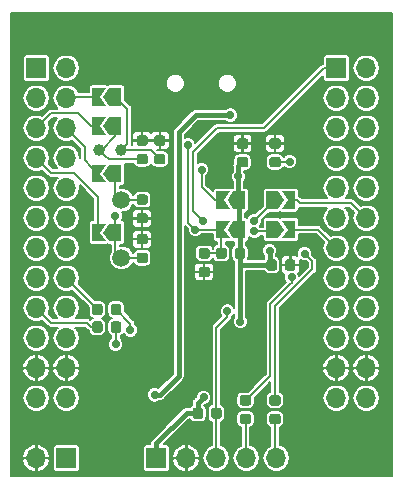
<source format=gbl>
G04 #@! TF.GenerationSoftware,KiCad,Pcbnew,5.0.2+dfsg1-1*
G04 #@! TF.CreationDate,2019-02-01T15:12:52+03:00*
G04 #@! TF.ProjectId,stm32_48pin,73746d33-325f-4343-9870-696e2e6b6963,rev?*
G04 #@! TF.SameCoordinates,PX14fb180PY2625a00*
G04 #@! TF.FileFunction,Copper,L2,Bot*
G04 #@! TF.FilePolarity,Positive*
%FSLAX46Y46*%
G04 Gerber Fmt 4.6, Leading zero omitted, Abs format (unit mm)*
G04 Created by KiCad (PCBNEW 5.0.2+dfsg1-1) date Пт 01 фев 2019 15:12:52*
%MOMM*%
%LPD*%
G01*
G04 APERTURE LIST*
G04 #@! TA.AperFunction,Conductor*
%ADD10C,0.100000*%
G04 #@! TD*
G04 #@! TA.AperFunction,SMDPad,CuDef*
%ADD11C,0.875000*%
G04 #@! TD*
G04 #@! TA.AperFunction,ComponentPad*
%ADD12R,1.700000X1.700000*%
G04 #@! TD*
G04 #@! TA.AperFunction,ComponentPad*
%ADD13O,1.700000X1.700000*%
G04 #@! TD*
G04 #@! TA.AperFunction,SMDPad,CuDef*
%ADD14C,0.300000*%
G04 #@! TD*
G04 #@! TA.AperFunction,ComponentPad*
%ADD15C,1.000000*%
G04 #@! TD*
G04 #@! TA.AperFunction,ComponentPad*
%ADD16C,1.500000*%
G04 #@! TD*
G04 #@! TA.AperFunction,ViaPad*
%ADD17C,0.700000*%
G04 #@! TD*
G04 #@! TA.AperFunction,Conductor*
%ADD18C,0.200000*%
G04 #@! TD*
G04 #@! TA.AperFunction,Conductor*
%ADD19C,0.400000*%
G04 #@! TD*
G04 APERTURE END LIST*
D10*
G04 #@! TO.N,GND*
G04 #@! TO.C,C2*
G36*
X13277691Y-10776053D02*
X13298926Y-10779203D01*
X13319750Y-10784419D01*
X13339962Y-10791651D01*
X13359368Y-10800830D01*
X13377781Y-10811866D01*
X13395024Y-10824654D01*
X13410930Y-10839070D01*
X13425346Y-10854976D01*
X13438134Y-10872219D01*
X13449170Y-10890632D01*
X13458349Y-10910038D01*
X13465581Y-10930250D01*
X13470797Y-10951074D01*
X13473947Y-10972309D01*
X13475000Y-10993750D01*
X13475000Y-11431250D01*
X13473947Y-11452691D01*
X13470797Y-11473926D01*
X13465581Y-11494750D01*
X13458349Y-11514962D01*
X13449170Y-11534368D01*
X13438134Y-11552781D01*
X13425346Y-11570024D01*
X13410930Y-11585930D01*
X13395024Y-11600346D01*
X13377781Y-11613134D01*
X13359368Y-11624170D01*
X13339962Y-11633349D01*
X13319750Y-11640581D01*
X13298926Y-11645797D01*
X13277691Y-11648947D01*
X13256250Y-11650000D01*
X12743750Y-11650000D01*
X12722309Y-11648947D01*
X12701074Y-11645797D01*
X12680250Y-11640581D01*
X12660038Y-11633349D01*
X12640632Y-11624170D01*
X12622219Y-11613134D01*
X12604976Y-11600346D01*
X12589070Y-11585930D01*
X12574654Y-11570024D01*
X12561866Y-11552781D01*
X12550830Y-11534368D01*
X12541651Y-11514962D01*
X12534419Y-11494750D01*
X12529203Y-11473926D01*
X12526053Y-11452691D01*
X12525000Y-11431250D01*
X12525000Y-10993750D01*
X12526053Y-10972309D01*
X12529203Y-10951074D01*
X12534419Y-10930250D01*
X12541651Y-10910038D01*
X12550830Y-10890632D01*
X12561866Y-10872219D01*
X12574654Y-10854976D01*
X12589070Y-10839070D01*
X12604976Y-10824654D01*
X12622219Y-10811866D01*
X12640632Y-10800830D01*
X12660038Y-10791651D01*
X12680250Y-10784419D01*
X12701074Y-10779203D01*
X12722309Y-10776053D01*
X12743750Y-10775000D01*
X13256250Y-10775000D01*
X13277691Y-10776053D01*
X13277691Y-10776053D01*
G37*
D11*
G04 #@! TD*
G04 #@! TO.P,C2,2*
G04 #@! TO.N,GND*
X13000000Y-11212500D03*
D10*
G04 #@! TO.N,/osc32k_in*
G04 #@! TO.C,C2*
G36*
X13277691Y-12351053D02*
X13298926Y-12354203D01*
X13319750Y-12359419D01*
X13339962Y-12366651D01*
X13359368Y-12375830D01*
X13377781Y-12386866D01*
X13395024Y-12399654D01*
X13410930Y-12414070D01*
X13425346Y-12429976D01*
X13438134Y-12447219D01*
X13449170Y-12465632D01*
X13458349Y-12485038D01*
X13465581Y-12505250D01*
X13470797Y-12526074D01*
X13473947Y-12547309D01*
X13475000Y-12568750D01*
X13475000Y-13006250D01*
X13473947Y-13027691D01*
X13470797Y-13048926D01*
X13465581Y-13069750D01*
X13458349Y-13089962D01*
X13449170Y-13109368D01*
X13438134Y-13127781D01*
X13425346Y-13145024D01*
X13410930Y-13160930D01*
X13395024Y-13175346D01*
X13377781Y-13188134D01*
X13359368Y-13199170D01*
X13339962Y-13208349D01*
X13319750Y-13215581D01*
X13298926Y-13220797D01*
X13277691Y-13223947D01*
X13256250Y-13225000D01*
X12743750Y-13225000D01*
X12722309Y-13223947D01*
X12701074Y-13220797D01*
X12680250Y-13215581D01*
X12660038Y-13208349D01*
X12640632Y-13199170D01*
X12622219Y-13188134D01*
X12604976Y-13175346D01*
X12589070Y-13160930D01*
X12574654Y-13145024D01*
X12561866Y-13127781D01*
X12550830Y-13109368D01*
X12541651Y-13089962D01*
X12534419Y-13069750D01*
X12529203Y-13048926D01*
X12526053Y-13027691D01*
X12525000Y-13006250D01*
X12525000Y-12568750D01*
X12526053Y-12547309D01*
X12529203Y-12526074D01*
X12534419Y-12505250D01*
X12541651Y-12485038D01*
X12550830Y-12465632D01*
X12561866Y-12447219D01*
X12574654Y-12429976D01*
X12589070Y-12414070D01*
X12604976Y-12399654D01*
X12622219Y-12386866D01*
X12640632Y-12375830D01*
X12660038Y-12366651D01*
X12680250Y-12359419D01*
X12701074Y-12354203D01*
X12722309Y-12351053D01*
X12743750Y-12350000D01*
X13256250Y-12350000D01*
X13277691Y-12351053D01*
X13277691Y-12351053D01*
G37*
D11*
G04 #@! TD*
G04 #@! TO.P,C2,1*
G04 #@! TO.N,/osc32k_in*
X13000000Y-12787500D03*
D10*
G04 #@! TO.N,/osc32k_out*
G04 #@! TO.C,C3*
G36*
X11777691Y-12351053D02*
X11798926Y-12354203D01*
X11819750Y-12359419D01*
X11839962Y-12366651D01*
X11859368Y-12375830D01*
X11877781Y-12386866D01*
X11895024Y-12399654D01*
X11910930Y-12414070D01*
X11925346Y-12429976D01*
X11938134Y-12447219D01*
X11949170Y-12465632D01*
X11958349Y-12485038D01*
X11965581Y-12505250D01*
X11970797Y-12526074D01*
X11973947Y-12547309D01*
X11975000Y-12568750D01*
X11975000Y-13006250D01*
X11973947Y-13027691D01*
X11970797Y-13048926D01*
X11965581Y-13069750D01*
X11958349Y-13089962D01*
X11949170Y-13109368D01*
X11938134Y-13127781D01*
X11925346Y-13145024D01*
X11910930Y-13160930D01*
X11895024Y-13175346D01*
X11877781Y-13188134D01*
X11859368Y-13199170D01*
X11839962Y-13208349D01*
X11819750Y-13215581D01*
X11798926Y-13220797D01*
X11777691Y-13223947D01*
X11756250Y-13225000D01*
X11243750Y-13225000D01*
X11222309Y-13223947D01*
X11201074Y-13220797D01*
X11180250Y-13215581D01*
X11160038Y-13208349D01*
X11140632Y-13199170D01*
X11122219Y-13188134D01*
X11104976Y-13175346D01*
X11089070Y-13160930D01*
X11074654Y-13145024D01*
X11061866Y-13127781D01*
X11050830Y-13109368D01*
X11041651Y-13089962D01*
X11034419Y-13069750D01*
X11029203Y-13048926D01*
X11026053Y-13027691D01*
X11025000Y-13006250D01*
X11025000Y-12568750D01*
X11026053Y-12547309D01*
X11029203Y-12526074D01*
X11034419Y-12505250D01*
X11041651Y-12485038D01*
X11050830Y-12465632D01*
X11061866Y-12447219D01*
X11074654Y-12429976D01*
X11089070Y-12414070D01*
X11104976Y-12399654D01*
X11122219Y-12386866D01*
X11140632Y-12375830D01*
X11160038Y-12366651D01*
X11180250Y-12359419D01*
X11201074Y-12354203D01*
X11222309Y-12351053D01*
X11243750Y-12350000D01*
X11756250Y-12350000D01*
X11777691Y-12351053D01*
X11777691Y-12351053D01*
G37*
D11*
G04 #@! TD*
G04 #@! TO.P,C3,1*
G04 #@! TO.N,/osc32k_out*
X11500000Y-12787500D03*
D10*
G04 #@! TO.N,GND*
G04 #@! TO.C,C3*
G36*
X11777691Y-10776053D02*
X11798926Y-10779203D01*
X11819750Y-10784419D01*
X11839962Y-10791651D01*
X11859368Y-10800830D01*
X11877781Y-10811866D01*
X11895024Y-10824654D01*
X11910930Y-10839070D01*
X11925346Y-10854976D01*
X11938134Y-10872219D01*
X11949170Y-10890632D01*
X11958349Y-10910038D01*
X11965581Y-10930250D01*
X11970797Y-10951074D01*
X11973947Y-10972309D01*
X11975000Y-10993750D01*
X11975000Y-11431250D01*
X11973947Y-11452691D01*
X11970797Y-11473926D01*
X11965581Y-11494750D01*
X11958349Y-11514962D01*
X11949170Y-11534368D01*
X11938134Y-11552781D01*
X11925346Y-11570024D01*
X11910930Y-11585930D01*
X11895024Y-11600346D01*
X11877781Y-11613134D01*
X11859368Y-11624170D01*
X11839962Y-11633349D01*
X11819750Y-11640581D01*
X11798926Y-11645797D01*
X11777691Y-11648947D01*
X11756250Y-11650000D01*
X11243750Y-11650000D01*
X11222309Y-11648947D01*
X11201074Y-11645797D01*
X11180250Y-11640581D01*
X11160038Y-11633349D01*
X11140632Y-11624170D01*
X11122219Y-11613134D01*
X11104976Y-11600346D01*
X11089070Y-11585930D01*
X11074654Y-11570024D01*
X11061866Y-11552781D01*
X11050830Y-11534368D01*
X11041651Y-11514962D01*
X11034419Y-11494750D01*
X11029203Y-11473926D01*
X11026053Y-11452691D01*
X11025000Y-11431250D01*
X11025000Y-10993750D01*
X11026053Y-10972309D01*
X11029203Y-10951074D01*
X11034419Y-10930250D01*
X11041651Y-10910038D01*
X11050830Y-10890632D01*
X11061866Y-10872219D01*
X11074654Y-10854976D01*
X11089070Y-10839070D01*
X11104976Y-10824654D01*
X11122219Y-10811866D01*
X11140632Y-10800830D01*
X11160038Y-10791651D01*
X11180250Y-10784419D01*
X11201074Y-10779203D01*
X11222309Y-10776053D01*
X11243750Y-10775000D01*
X11756250Y-10775000D01*
X11777691Y-10776053D01*
X11777691Y-10776053D01*
G37*
D11*
G04 #@! TD*
G04 #@! TO.P,C3,2*
G04 #@! TO.N,GND*
X11500000Y-11212500D03*
D10*
G04 #@! TO.N,/osc_in*
G04 #@! TO.C,C4*
G36*
X11777691Y-15776053D02*
X11798926Y-15779203D01*
X11819750Y-15784419D01*
X11839962Y-15791651D01*
X11859368Y-15800830D01*
X11877781Y-15811866D01*
X11895024Y-15824654D01*
X11910930Y-15839070D01*
X11925346Y-15854976D01*
X11938134Y-15872219D01*
X11949170Y-15890632D01*
X11958349Y-15910038D01*
X11965581Y-15930250D01*
X11970797Y-15951074D01*
X11973947Y-15972309D01*
X11975000Y-15993750D01*
X11975000Y-16431250D01*
X11973947Y-16452691D01*
X11970797Y-16473926D01*
X11965581Y-16494750D01*
X11958349Y-16514962D01*
X11949170Y-16534368D01*
X11938134Y-16552781D01*
X11925346Y-16570024D01*
X11910930Y-16585930D01*
X11895024Y-16600346D01*
X11877781Y-16613134D01*
X11859368Y-16624170D01*
X11839962Y-16633349D01*
X11819750Y-16640581D01*
X11798926Y-16645797D01*
X11777691Y-16648947D01*
X11756250Y-16650000D01*
X11243750Y-16650000D01*
X11222309Y-16648947D01*
X11201074Y-16645797D01*
X11180250Y-16640581D01*
X11160038Y-16633349D01*
X11140632Y-16624170D01*
X11122219Y-16613134D01*
X11104976Y-16600346D01*
X11089070Y-16585930D01*
X11074654Y-16570024D01*
X11061866Y-16552781D01*
X11050830Y-16534368D01*
X11041651Y-16514962D01*
X11034419Y-16494750D01*
X11029203Y-16473926D01*
X11026053Y-16452691D01*
X11025000Y-16431250D01*
X11025000Y-15993750D01*
X11026053Y-15972309D01*
X11029203Y-15951074D01*
X11034419Y-15930250D01*
X11041651Y-15910038D01*
X11050830Y-15890632D01*
X11061866Y-15872219D01*
X11074654Y-15854976D01*
X11089070Y-15839070D01*
X11104976Y-15824654D01*
X11122219Y-15811866D01*
X11140632Y-15800830D01*
X11160038Y-15791651D01*
X11180250Y-15784419D01*
X11201074Y-15779203D01*
X11222309Y-15776053D01*
X11243750Y-15775000D01*
X11756250Y-15775000D01*
X11777691Y-15776053D01*
X11777691Y-15776053D01*
G37*
D11*
G04 #@! TD*
G04 #@! TO.P,C4,1*
G04 #@! TO.N,/osc_in*
X11500000Y-16212500D03*
D10*
G04 #@! TO.N,GND*
G04 #@! TO.C,C4*
G36*
X11777691Y-17351053D02*
X11798926Y-17354203D01*
X11819750Y-17359419D01*
X11839962Y-17366651D01*
X11859368Y-17375830D01*
X11877781Y-17386866D01*
X11895024Y-17399654D01*
X11910930Y-17414070D01*
X11925346Y-17429976D01*
X11938134Y-17447219D01*
X11949170Y-17465632D01*
X11958349Y-17485038D01*
X11965581Y-17505250D01*
X11970797Y-17526074D01*
X11973947Y-17547309D01*
X11975000Y-17568750D01*
X11975000Y-18006250D01*
X11973947Y-18027691D01*
X11970797Y-18048926D01*
X11965581Y-18069750D01*
X11958349Y-18089962D01*
X11949170Y-18109368D01*
X11938134Y-18127781D01*
X11925346Y-18145024D01*
X11910930Y-18160930D01*
X11895024Y-18175346D01*
X11877781Y-18188134D01*
X11859368Y-18199170D01*
X11839962Y-18208349D01*
X11819750Y-18215581D01*
X11798926Y-18220797D01*
X11777691Y-18223947D01*
X11756250Y-18225000D01*
X11243750Y-18225000D01*
X11222309Y-18223947D01*
X11201074Y-18220797D01*
X11180250Y-18215581D01*
X11160038Y-18208349D01*
X11140632Y-18199170D01*
X11122219Y-18188134D01*
X11104976Y-18175346D01*
X11089070Y-18160930D01*
X11074654Y-18145024D01*
X11061866Y-18127781D01*
X11050830Y-18109368D01*
X11041651Y-18089962D01*
X11034419Y-18069750D01*
X11029203Y-18048926D01*
X11026053Y-18027691D01*
X11025000Y-18006250D01*
X11025000Y-17568750D01*
X11026053Y-17547309D01*
X11029203Y-17526074D01*
X11034419Y-17505250D01*
X11041651Y-17485038D01*
X11050830Y-17465632D01*
X11061866Y-17447219D01*
X11074654Y-17429976D01*
X11089070Y-17414070D01*
X11104976Y-17399654D01*
X11122219Y-17386866D01*
X11140632Y-17375830D01*
X11160038Y-17366651D01*
X11180250Y-17359419D01*
X11201074Y-17354203D01*
X11222309Y-17351053D01*
X11243750Y-17350000D01*
X11756250Y-17350000D01*
X11777691Y-17351053D01*
X11777691Y-17351053D01*
G37*
D11*
G04 #@! TD*
G04 #@! TO.P,C4,2*
G04 #@! TO.N,GND*
X11500000Y-17787500D03*
D10*
G04 #@! TO.N,/osc_out*
G04 #@! TO.C,C5*
G36*
X11777691Y-20701053D02*
X11798926Y-20704203D01*
X11819750Y-20709419D01*
X11839962Y-20716651D01*
X11859368Y-20725830D01*
X11877781Y-20736866D01*
X11895024Y-20749654D01*
X11910930Y-20764070D01*
X11925346Y-20779976D01*
X11938134Y-20797219D01*
X11949170Y-20815632D01*
X11958349Y-20835038D01*
X11965581Y-20855250D01*
X11970797Y-20876074D01*
X11973947Y-20897309D01*
X11975000Y-20918750D01*
X11975000Y-21356250D01*
X11973947Y-21377691D01*
X11970797Y-21398926D01*
X11965581Y-21419750D01*
X11958349Y-21439962D01*
X11949170Y-21459368D01*
X11938134Y-21477781D01*
X11925346Y-21495024D01*
X11910930Y-21510930D01*
X11895024Y-21525346D01*
X11877781Y-21538134D01*
X11859368Y-21549170D01*
X11839962Y-21558349D01*
X11819750Y-21565581D01*
X11798926Y-21570797D01*
X11777691Y-21573947D01*
X11756250Y-21575000D01*
X11243750Y-21575000D01*
X11222309Y-21573947D01*
X11201074Y-21570797D01*
X11180250Y-21565581D01*
X11160038Y-21558349D01*
X11140632Y-21549170D01*
X11122219Y-21538134D01*
X11104976Y-21525346D01*
X11089070Y-21510930D01*
X11074654Y-21495024D01*
X11061866Y-21477781D01*
X11050830Y-21459368D01*
X11041651Y-21439962D01*
X11034419Y-21419750D01*
X11029203Y-21398926D01*
X11026053Y-21377691D01*
X11025000Y-21356250D01*
X11025000Y-20918750D01*
X11026053Y-20897309D01*
X11029203Y-20876074D01*
X11034419Y-20855250D01*
X11041651Y-20835038D01*
X11050830Y-20815632D01*
X11061866Y-20797219D01*
X11074654Y-20779976D01*
X11089070Y-20764070D01*
X11104976Y-20749654D01*
X11122219Y-20736866D01*
X11140632Y-20725830D01*
X11160038Y-20716651D01*
X11180250Y-20709419D01*
X11201074Y-20704203D01*
X11222309Y-20701053D01*
X11243750Y-20700000D01*
X11756250Y-20700000D01*
X11777691Y-20701053D01*
X11777691Y-20701053D01*
G37*
D11*
G04 #@! TD*
G04 #@! TO.P,C5,1*
G04 #@! TO.N,/osc_out*
X11500000Y-21137500D03*
D10*
G04 #@! TO.N,GND*
G04 #@! TO.C,C5*
G36*
X11777691Y-19126053D02*
X11798926Y-19129203D01*
X11819750Y-19134419D01*
X11839962Y-19141651D01*
X11859368Y-19150830D01*
X11877781Y-19161866D01*
X11895024Y-19174654D01*
X11910930Y-19189070D01*
X11925346Y-19204976D01*
X11938134Y-19222219D01*
X11949170Y-19240632D01*
X11958349Y-19260038D01*
X11965581Y-19280250D01*
X11970797Y-19301074D01*
X11973947Y-19322309D01*
X11975000Y-19343750D01*
X11975000Y-19781250D01*
X11973947Y-19802691D01*
X11970797Y-19823926D01*
X11965581Y-19844750D01*
X11958349Y-19864962D01*
X11949170Y-19884368D01*
X11938134Y-19902781D01*
X11925346Y-19920024D01*
X11910930Y-19935930D01*
X11895024Y-19950346D01*
X11877781Y-19963134D01*
X11859368Y-19974170D01*
X11839962Y-19983349D01*
X11819750Y-19990581D01*
X11798926Y-19995797D01*
X11777691Y-19998947D01*
X11756250Y-20000000D01*
X11243750Y-20000000D01*
X11222309Y-19998947D01*
X11201074Y-19995797D01*
X11180250Y-19990581D01*
X11160038Y-19983349D01*
X11140632Y-19974170D01*
X11122219Y-19963134D01*
X11104976Y-19950346D01*
X11089070Y-19935930D01*
X11074654Y-19920024D01*
X11061866Y-19902781D01*
X11050830Y-19884368D01*
X11041651Y-19864962D01*
X11034419Y-19844750D01*
X11029203Y-19823926D01*
X11026053Y-19802691D01*
X11025000Y-19781250D01*
X11025000Y-19343750D01*
X11026053Y-19322309D01*
X11029203Y-19301074D01*
X11034419Y-19280250D01*
X11041651Y-19260038D01*
X11050830Y-19240632D01*
X11061866Y-19222219D01*
X11074654Y-19204976D01*
X11089070Y-19189070D01*
X11104976Y-19174654D01*
X11122219Y-19161866D01*
X11140632Y-19150830D01*
X11160038Y-19141651D01*
X11180250Y-19134419D01*
X11201074Y-19129203D01*
X11222309Y-19126053D01*
X11243750Y-19125000D01*
X11756250Y-19125000D01*
X11777691Y-19126053D01*
X11777691Y-19126053D01*
G37*
D11*
G04 #@! TD*
G04 #@! TO.P,C5,2*
G04 #@! TO.N,GND*
X11500000Y-19562500D03*
D10*
G04 #@! TO.N,GND*
G04 #@! TO.C,C7*
G36*
X24277691Y-21276053D02*
X24298926Y-21279203D01*
X24319750Y-21284419D01*
X24339962Y-21291651D01*
X24359368Y-21300830D01*
X24377781Y-21311866D01*
X24395024Y-21324654D01*
X24410930Y-21339070D01*
X24425346Y-21354976D01*
X24438134Y-21372219D01*
X24449170Y-21390632D01*
X24458349Y-21410038D01*
X24465581Y-21430250D01*
X24470797Y-21451074D01*
X24473947Y-21472309D01*
X24475000Y-21493750D01*
X24475000Y-22006250D01*
X24473947Y-22027691D01*
X24470797Y-22048926D01*
X24465581Y-22069750D01*
X24458349Y-22089962D01*
X24449170Y-22109368D01*
X24438134Y-22127781D01*
X24425346Y-22145024D01*
X24410930Y-22160930D01*
X24395024Y-22175346D01*
X24377781Y-22188134D01*
X24359368Y-22199170D01*
X24339962Y-22208349D01*
X24319750Y-22215581D01*
X24298926Y-22220797D01*
X24277691Y-22223947D01*
X24256250Y-22225000D01*
X23818750Y-22225000D01*
X23797309Y-22223947D01*
X23776074Y-22220797D01*
X23755250Y-22215581D01*
X23735038Y-22208349D01*
X23715632Y-22199170D01*
X23697219Y-22188134D01*
X23679976Y-22175346D01*
X23664070Y-22160930D01*
X23649654Y-22145024D01*
X23636866Y-22127781D01*
X23625830Y-22109368D01*
X23616651Y-22089962D01*
X23609419Y-22069750D01*
X23604203Y-22048926D01*
X23601053Y-22027691D01*
X23600000Y-22006250D01*
X23600000Y-21493750D01*
X23601053Y-21472309D01*
X23604203Y-21451074D01*
X23609419Y-21430250D01*
X23616651Y-21410038D01*
X23625830Y-21390632D01*
X23636866Y-21372219D01*
X23649654Y-21354976D01*
X23664070Y-21339070D01*
X23679976Y-21324654D01*
X23697219Y-21311866D01*
X23715632Y-21300830D01*
X23735038Y-21291651D01*
X23755250Y-21284419D01*
X23776074Y-21279203D01*
X23797309Y-21276053D01*
X23818750Y-21275000D01*
X24256250Y-21275000D01*
X24277691Y-21276053D01*
X24277691Y-21276053D01*
G37*
D11*
G04 #@! TD*
G04 #@! TO.P,C7,2*
G04 #@! TO.N,GND*
X24037500Y-21750000D03*
D10*
G04 #@! TO.N,/3.3v*
G04 #@! TO.C,C7*
G36*
X22702691Y-21276053D02*
X22723926Y-21279203D01*
X22744750Y-21284419D01*
X22764962Y-21291651D01*
X22784368Y-21300830D01*
X22802781Y-21311866D01*
X22820024Y-21324654D01*
X22835930Y-21339070D01*
X22850346Y-21354976D01*
X22863134Y-21372219D01*
X22874170Y-21390632D01*
X22883349Y-21410038D01*
X22890581Y-21430250D01*
X22895797Y-21451074D01*
X22898947Y-21472309D01*
X22900000Y-21493750D01*
X22900000Y-22006250D01*
X22898947Y-22027691D01*
X22895797Y-22048926D01*
X22890581Y-22069750D01*
X22883349Y-22089962D01*
X22874170Y-22109368D01*
X22863134Y-22127781D01*
X22850346Y-22145024D01*
X22835930Y-22160930D01*
X22820024Y-22175346D01*
X22802781Y-22188134D01*
X22784368Y-22199170D01*
X22764962Y-22208349D01*
X22744750Y-22215581D01*
X22723926Y-22220797D01*
X22702691Y-22223947D01*
X22681250Y-22225000D01*
X22243750Y-22225000D01*
X22222309Y-22223947D01*
X22201074Y-22220797D01*
X22180250Y-22215581D01*
X22160038Y-22208349D01*
X22140632Y-22199170D01*
X22122219Y-22188134D01*
X22104976Y-22175346D01*
X22089070Y-22160930D01*
X22074654Y-22145024D01*
X22061866Y-22127781D01*
X22050830Y-22109368D01*
X22041651Y-22089962D01*
X22034419Y-22069750D01*
X22029203Y-22048926D01*
X22026053Y-22027691D01*
X22025000Y-22006250D01*
X22025000Y-21493750D01*
X22026053Y-21472309D01*
X22029203Y-21451074D01*
X22034419Y-21430250D01*
X22041651Y-21410038D01*
X22050830Y-21390632D01*
X22061866Y-21372219D01*
X22074654Y-21354976D01*
X22089070Y-21339070D01*
X22104976Y-21324654D01*
X22122219Y-21311866D01*
X22140632Y-21300830D01*
X22160038Y-21291651D01*
X22180250Y-21284419D01*
X22201074Y-21279203D01*
X22222309Y-21276053D01*
X22243750Y-21275000D01*
X22681250Y-21275000D01*
X22702691Y-21276053D01*
X22702691Y-21276053D01*
G37*
D11*
G04 #@! TD*
G04 #@! TO.P,C7,1*
G04 #@! TO.N,/3.3v*
X22462500Y-21750000D03*
D10*
G04 #@! TO.N,/3.3v*
G04 #@! TO.C,C8*
G36*
X20277691Y-12601053D02*
X20298926Y-12604203D01*
X20319750Y-12609419D01*
X20339962Y-12616651D01*
X20359368Y-12625830D01*
X20377781Y-12636866D01*
X20395024Y-12649654D01*
X20410930Y-12664070D01*
X20425346Y-12679976D01*
X20438134Y-12697219D01*
X20449170Y-12715632D01*
X20458349Y-12735038D01*
X20465581Y-12755250D01*
X20470797Y-12776074D01*
X20473947Y-12797309D01*
X20475000Y-12818750D01*
X20475000Y-13256250D01*
X20473947Y-13277691D01*
X20470797Y-13298926D01*
X20465581Y-13319750D01*
X20458349Y-13339962D01*
X20449170Y-13359368D01*
X20438134Y-13377781D01*
X20425346Y-13395024D01*
X20410930Y-13410930D01*
X20395024Y-13425346D01*
X20377781Y-13438134D01*
X20359368Y-13449170D01*
X20339962Y-13458349D01*
X20319750Y-13465581D01*
X20298926Y-13470797D01*
X20277691Y-13473947D01*
X20256250Y-13475000D01*
X19743750Y-13475000D01*
X19722309Y-13473947D01*
X19701074Y-13470797D01*
X19680250Y-13465581D01*
X19660038Y-13458349D01*
X19640632Y-13449170D01*
X19622219Y-13438134D01*
X19604976Y-13425346D01*
X19589070Y-13410930D01*
X19574654Y-13395024D01*
X19561866Y-13377781D01*
X19550830Y-13359368D01*
X19541651Y-13339962D01*
X19534419Y-13319750D01*
X19529203Y-13298926D01*
X19526053Y-13277691D01*
X19525000Y-13256250D01*
X19525000Y-12818750D01*
X19526053Y-12797309D01*
X19529203Y-12776074D01*
X19534419Y-12755250D01*
X19541651Y-12735038D01*
X19550830Y-12715632D01*
X19561866Y-12697219D01*
X19574654Y-12679976D01*
X19589070Y-12664070D01*
X19604976Y-12649654D01*
X19622219Y-12636866D01*
X19640632Y-12625830D01*
X19660038Y-12616651D01*
X19680250Y-12609419D01*
X19701074Y-12604203D01*
X19722309Y-12601053D01*
X19743750Y-12600000D01*
X20256250Y-12600000D01*
X20277691Y-12601053D01*
X20277691Y-12601053D01*
G37*
D11*
G04 #@! TD*
G04 #@! TO.P,C8,1*
G04 #@! TO.N,/3.3v*
X20000000Y-13037500D03*
D10*
G04 #@! TO.N,GND*
G04 #@! TO.C,C8*
G36*
X20277691Y-11026053D02*
X20298926Y-11029203D01*
X20319750Y-11034419D01*
X20339962Y-11041651D01*
X20359368Y-11050830D01*
X20377781Y-11061866D01*
X20395024Y-11074654D01*
X20410930Y-11089070D01*
X20425346Y-11104976D01*
X20438134Y-11122219D01*
X20449170Y-11140632D01*
X20458349Y-11160038D01*
X20465581Y-11180250D01*
X20470797Y-11201074D01*
X20473947Y-11222309D01*
X20475000Y-11243750D01*
X20475000Y-11681250D01*
X20473947Y-11702691D01*
X20470797Y-11723926D01*
X20465581Y-11744750D01*
X20458349Y-11764962D01*
X20449170Y-11784368D01*
X20438134Y-11802781D01*
X20425346Y-11820024D01*
X20410930Y-11835930D01*
X20395024Y-11850346D01*
X20377781Y-11863134D01*
X20359368Y-11874170D01*
X20339962Y-11883349D01*
X20319750Y-11890581D01*
X20298926Y-11895797D01*
X20277691Y-11898947D01*
X20256250Y-11900000D01*
X19743750Y-11900000D01*
X19722309Y-11898947D01*
X19701074Y-11895797D01*
X19680250Y-11890581D01*
X19660038Y-11883349D01*
X19640632Y-11874170D01*
X19622219Y-11863134D01*
X19604976Y-11850346D01*
X19589070Y-11835930D01*
X19574654Y-11820024D01*
X19561866Y-11802781D01*
X19550830Y-11784368D01*
X19541651Y-11764962D01*
X19534419Y-11744750D01*
X19529203Y-11723926D01*
X19526053Y-11702691D01*
X19525000Y-11681250D01*
X19525000Y-11243750D01*
X19526053Y-11222309D01*
X19529203Y-11201074D01*
X19534419Y-11180250D01*
X19541651Y-11160038D01*
X19550830Y-11140632D01*
X19561866Y-11122219D01*
X19574654Y-11104976D01*
X19589070Y-11089070D01*
X19604976Y-11074654D01*
X19622219Y-11061866D01*
X19640632Y-11050830D01*
X19660038Y-11041651D01*
X19680250Y-11034419D01*
X19701074Y-11029203D01*
X19722309Y-11026053D01*
X19743750Y-11025000D01*
X20256250Y-11025000D01*
X20277691Y-11026053D01*
X20277691Y-11026053D01*
G37*
D11*
G04 #@! TD*
G04 #@! TO.P,C8,2*
G04 #@! TO.N,GND*
X20000000Y-11462500D03*
D10*
G04 #@! TO.N,GND*
G04 #@! TO.C,C10*
G36*
X17027691Y-21901053D02*
X17048926Y-21904203D01*
X17069750Y-21909419D01*
X17089962Y-21916651D01*
X17109368Y-21925830D01*
X17127781Y-21936866D01*
X17145024Y-21949654D01*
X17160930Y-21964070D01*
X17175346Y-21979976D01*
X17188134Y-21997219D01*
X17199170Y-22015632D01*
X17208349Y-22035038D01*
X17215581Y-22055250D01*
X17220797Y-22076074D01*
X17223947Y-22097309D01*
X17225000Y-22118750D01*
X17225000Y-22556250D01*
X17223947Y-22577691D01*
X17220797Y-22598926D01*
X17215581Y-22619750D01*
X17208349Y-22639962D01*
X17199170Y-22659368D01*
X17188134Y-22677781D01*
X17175346Y-22695024D01*
X17160930Y-22710930D01*
X17145024Y-22725346D01*
X17127781Y-22738134D01*
X17109368Y-22749170D01*
X17089962Y-22758349D01*
X17069750Y-22765581D01*
X17048926Y-22770797D01*
X17027691Y-22773947D01*
X17006250Y-22775000D01*
X16493750Y-22775000D01*
X16472309Y-22773947D01*
X16451074Y-22770797D01*
X16430250Y-22765581D01*
X16410038Y-22758349D01*
X16390632Y-22749170D01*
X16372219Y-22738134D01*
X16354976Y-22725346D01*
X16339070Y-22710930D01*
X16324654Y-22695024D01*
X16311866Y-22677781D01*
X16300830Y-22659368D01*
X16291651Y-22639962D01*
X16284419Y-22619750D01*
X16279203Y-22598926D01*
X16276053Y-22577691D01*
X16275000Y-22556250D01*
X16275000Y-22118750D01*
X16276053Y-22097309D01*
X16279203Y-22076074D01*
X16284419Y-22055250D01*
X16291651Y-22035038D01*
X16300830Y-22015632D01*
X16311866Y-21997219D01*
X16324654Y-21979976D01*
X16339070Y-21964070D01*
X16354976Y-21949654D01*
X16372219Y-21936866D01*
X16390632Y-21925830D01*
X16410038Y-21916651D01*
X16430250Y-21909419D01*
X16451074Y-21904203D01*
X16472309Y-21901053D01*
X16493750Y-21900000D01*
X17006250Y-21900000D01*
X17027691Y-21901053D01*
X17027691Y-21901053D01*
G37*
D11*
G04 #@! TD*
G04 #@! TO.P,C10,2*
G04 #@! TO.N,GND*
X16750000Y-22337500D03*
D10*
G04 #@! TO.N,/vdda*
G04 #@! TO.C,C10*
G36*
X17027691Y-20326053D02*
X17048926Y-20329203D01*
X17069750Y-20334419D01*
X17089962Y-20341651D01*
X17109368Y-20350830D01*
X17127781Y-20361866D01*
X17145024Y-20374654D01*
X17160930Y-20389070D01*
X17175346Y-20404976D01*
X17188134Y-20422219D01*
X17199170Y-20440632D01*
X17208349Y-20460038D01*
X17215581Y-20480250D01*
X17220797Y-20501074D01*
X17223947Y-20522309D01*
X17225000Y-20543750D01*
X17225000Y-20981250D01*
X17223947Y-21002691D01*
X17220797Y-21023926D01*
X17215581Y-21044750D01*
X17208349Y-21064962D01*
X17199170Y-21084368D01*
X17188134Y-21102781D01*
X17175346Y-21120024D01*
X17160930Y-21135930D01*
X17145024Y-21150346D01*
X17127781Y-21163134D01*
X17109368Y-21174170D01*
X17089962Y-21183349D01*
X17069750Y-21190581D01*
X17048926Y-21195797D01*
X17027691Y-21198947D01*
X17006250Y-21200000D01*
X16493750Y-21200000D01*
X16472309Y-21198947D01*
X16451074Y-21195797D01*
X16430250Y-21190581D01*
X16410038Y-21183349D01*
X16390632Y-21174170D01*
X16372219Y-21163134D01*
X16354976Y-21150346D01*
X16339070Y-21135930D01*
X16324654Y-21120024D01*
X16311866Y-21102781D01*
X16300830Y-21084368D01*
X16291651Y-21064962D01*
X16284419Y-21044750D01*
X16279203Y-21023926D01*
X16276053Y-21002691D01*
X16275000Y-20981250D01*
X16275000Y-20543750D01*
X16276053Y-20522309D01*
X16279203Y-20501074D01*
X16284419Y-20480250D01*
X16291651Y-20460038D01*
X16300830Y-20440632D01*
X16311866Y-20422219D01*
X16324654Y-20404976D01*
X16339070Y-20389070D01*
X16354976Y-20374654D01*
X16372219Y-20361866D01*
X16390632Y-20350830D01*
X16410038Y-20341651D01*
X16430250Y-20334419D01*
X16451074Y-20329203D01*
X16472309Y-20326053D01*
X16493750Y-20325000D01*
X17006250Y-20325000D01*
X17027691Y-20326053D01*
X17027691Y-20326053D01*
G37*
D11*
G04 #@! TD*
G04 #@! TO.P,C10,1*
G04 #@! TO.N,/vdda*
X16750000Y-20762500D03*
D12*
G04 #@! TO.P,J1,1*
G04 #@! TO.N,/3.3v*
X12700000Y-38100000D03*
D13*
G04 #@! TO.P,J1,2*
G04 #@! TO.N,GND*
X15240000Y-38100000D03*
G04 #@! TO.P,J1,3*
G04 #@! TO.N,/reset_n*
X17780000Y-38100000D03*
G04 #@! TO.P,J1,4*
G04 #@! TO.N,Net-(J1-Pad4)*
X20320000Y-38100000D03*
G04 #@! TO.P,J1,5*
G04 #@! TO.N,Net-(J1-Pad5)*
X22860000Y-38100000D03*
G04 #@! TD*
D12*
G04 #@! TO.P,J2,1*
G04 #@! TO.N,/5v*
X5080000Y-38100000D03*
D13*
G04 #@! TO.P,J2,2*
G04 #@! TO.N,GND*
X2540000Y-38100000D03*
G04 #@! TD*
G04 #@! TO.P,J3,24*
G04 #@! TO.N,/3.3v*
X5080000Y-33020000D03*
G04 #@! TO.P,J3,23*
X2540000Y-33020000D03*
G04 #@! TO.P,J3,22*
G04 #@! TO.N,GND*
X5080000Y-30480000D03*
G04 #@! TO.P,J3,21*
X2540000Y-30480000D03*
G04 #@! TO.P,J3,20*
G04 #@! TO.N,/PB11*
X5080000Y-27940000D03*
G04 #@! TO.P,J3,19*
G04 #@! TO.N,/PB10*
X2540000Y-27940000D03*
G04 #@! TO.P,J3,18*
G04 #@! TO.N,/PB2*
X5080000Y-25400000D03*
G04 #@! TO.P,J3,17*
G04 #@! TO.N,/PB1*
X2540000Y-25400000D03*
G04 #@! TO.P,J3,16*
G04 #@! TO.N,/PB0*
X5080000Y-22860000D03*
G04 #@! TO.P,J3,15*
G04 #@! TO.N,/PA7*
X2540000Y-22860000D03*
G04 #@! TO.P,J3,14*
G04 #@! TO.N,/PA6*
X5080000Y-20320000D03*
G04 #@! TO.P,J3,13*
G04 #@! TO.N,/PA5*
X2540000Y-20320000D03*
G04 #@! TO.P,J3,12*
G04 #@! TO.N,/PA4*
X5080000Y-17780000D03*
G04 #@! TO.P,J3,11*
G04 #@! TO.N,/PA3*
X2540000Y-17780000D03*
G04 #@! TO.P,J3,10*
G04 #@! TO.N,/PA2*
X5080000Y-15240000D03*
G04 #@! TO.P,J3,9*
G04 #@! TO.N,/PA1*
X2540000Y-15240000D03*
G04 #@! TO.P,J3,8*
G04 #@! TO.N,/PA0*
X5080000Y-12700000D03*
G04 #@! TO.P,J3,7*
G04 #@! TO.N,/PH1*
X2540000Y-12700000D03*
G04 #@! TO.P,J3,6*
G04 #@! TO.N,/PH0*
X5080000Y-10160000D03*
G04 #@! TO.P,J3,5*
G04 #@! TO.N,/PC15*
X2540000Y-10160000D03*
G04 #@! TO.P,J3,4*
G04 #@! TO.N,/PC14*
X5080000Y-7620000D03*
G04 #@! TO.P,J3,3*
G04 #@! TO.N,/PC13*
X2540000Y-7620000D03*
G04 #@! TO.P,J3,2*
G04 #@! TO.N,/vdda*
X5080000Y-5080000D03*
D12*
G04 #@! TO.P,J3,1*
G04 #@! TO.N,/vlcd*
X2540000Y-5080000D03*
G04 #@! TD*
G04 #@! TO.P,J4,1*
G04 #@! TO.N,/reset_n*
X27940000Y-5080000D03*
D13*
G04 #@! TO.P,J4,2*
G04 #@! TO.N,/PB9*
X30480000Y-5080000D03*
G04 #@! TO.P,J4,3*
G04 #@! TO.N,/PB8*
X27940000Y-7620000D03*
G04 #@! TO.P,J4,4*
G04 #@! TO.N,/PB7*
X30480000Y-7620000D03*
G04 #@! TO.P,J4,5*
G04 #@! TO.N,/PB6*
X27940000Y-10160000D03*
G04 #@! TO.P,J4,6*
G04 #@! TO.N,/PB5*
X30480000Y-10160000D03*
G04 #@! TO.P,J4,7*
G04 #@! TO.N,/PB4*
X27940000Y-12700000D03*
G04 #@! TO.P,J4,8*
G04 #@! TO.N,/PB3*
X30480000Y-12700000D03*
G04 #@! TO.P,J4,9*
G04 #@! TO.N,/PA15*
X27940000Y-15240000D03*
G04 #@! TO.P,J4,10*
G04 #@! TO.N,/PA14*
X30480000Y-15240000D03*
G04 #@! TO.P,J4,11*
G04 #@! TO.N,/PA13*
X27940000Y-17780000D03*
G04 #@! TO.P,J4,12*
G04 #@! TO.N,/PA12*
X30480000Y-17780000D03*
G04 #@! TO.P,J4,13*
G04 #@! TO.N,/PA11*
X27940000Y-20320000D03*
G04 #@! TO.P,J4,14*
G04 #@! TO.N,/PA10*
X30480000Y-20320000D03*
G04 #@! TO.P,J4,15*
G04 #@! TO.N,/PA9*
X27940000Y-22860000D03*
G04 #@! TO.P,J4,16*
G04 #@! TO.N,/PA8*
X30480000Y-22860000D03*
G04 #@! TO.P,J4,17*
G04 #@! TO.N,/PB15*
X27940000Y-25400000D03*
G04 #@! TO.P,J4,18*
G04 #@! TO.N,/PB14*
X30480000Y-25400000D03*
G04 #@! TO.P,J4,19*
G04 #@! TO.N,/PB13*
X27940000Y-27940000D03*
G04 #@! TO.P,J4,20*
G04 #@! TO.N,/PB12*
X30480000Y-27940000D03*
G04 #@! TO.P,J4,21*
G04 #@! TO.N,GND*
X27940000Y-30480000D03*
G04 #@! TO.P,J4,22*
X30480000Y-30480000D03*
G04 #@! TO.P,J4,23*
G04 #@! TO.N,/3.3v*
X27940000Y-33020000D03*
G04 #@! TO.P,J4,24*
X30480000Y-33020000D03*
G04 #@! TD*
D14*
G04 #@! TO.P,JP1,2*
G04 #@! TO.N,/vlcd*
X18275000Y-16250000D03*
D10*
G04 #@! TD*
G04 #@! TO.N,/vlcd*
G04 #@! TO.C,JP1*
G36*
X17775000Y-15500000D02*
X18925000Y-15500000D01*
X18425000Y-16250000D01*
X18925000Y-17000000D01*
X17775000Y-17000000D01*
X17775000Y-15500000D01*
X17775000Y-15500000D01*
G37*
D14*
G04 #@! TO.P,JP1,1*
G04 #@! TO.N,/3.3v*
X19725000Y-16250000D03*
D10*
G04 #@! TD*
G04 #@! TO.N,/3.3v*
G04 #@! TO.C,JP1*
G36*
X18725000Y-16250000D02*
X19225000Y-15500000D01*
X20225000Y-15500000D01*
X20225000Y-17000000D01*
X19225000Y-17000000D01*
X18725000Y-16250000D01*
X18725000Y-16250000D01*
G37*
D14*
G04 #@! TO.P,JP2,1*
G04 #@! TO.N,/3.3v*
X19725000Y-18750000D03*
D10*
G04 #@! TD*
G04 #@! TO.N,/3.3v*
G04 #@! TO.C,JP2*
G36*
X18725000Y-18750000D02*
X19225000Y-18000000D01*
X20225000Y-18000000D01*
X20225000Y-19500000D01*
X19225000Y-19500000D01*
X18725000Y-18750000D01*
X18725000Y-18750000D01*
G37*
D14*
G04 #@! TO.P,JP2,2*
G04 #@! TO.N,/vdda*
X18275000Y-18750000D03*
D10*
G04 #@! TD*
G04 #@! TO.N,/vdda*
G04 #@! TO.C,JP2*
G36*
X17775000Y-18000000D02*
X18925000Y-18000000D01*
X18425000Y-18750000D01*
X18925000Y-19500000D01*
X17775000Y-19500000D01*
X17775000Y-18000000D01*
X17775000Y-18000000D01*
G37*
D14*
G04 #@! TO.P,JP3,1*
G04 #@! TO.N,/osc32k_in*
X9225000Y-7500000D03*
D10*
G04 #@! TD*
G04 #@! TO.N,/osc32k_in*
G04 #@! TO.C,JP3*
G36*
X8225000Y-7500000D02*
X8725000Y-6750000D01*
X9725000Y-6750000D01*
X9725000Y-8250000D01*
X8725000Y-8250000D01*
X8225000Y-7500000D01*
X8225000Y-7500000D01*
G37*
D14*
G04 #@! TO.P,JP3,2*
G04 #@! TO.N,/PC14*
X7775000Y-7500000D03*
D10*
G04 #@! TD*
G04 #@! TO.N,/PC14*
G04 #@! TO.C,JP3*
G36*
X7275000Y-6750000D02*
X8425000Y-6750000D01*
X7925000Y-7500000D01*
X8425000Y-8250000D01*
X7275000Y-8250000D01*
X7275000Y-6750000D01*
X7275000Y-6750000D01*
G37*
D14*
G04 #@! TO.P,JP4,2*
G04 #@! TO.N,/PC15*
X7775000Y-10000000D03*
D10*
G04 #@! TD*
G04 #@! TO.N,/PC15*
G04 #@! TO.C,JP4*
G36*
X7275000Y-9250000D02*
X8425000Y-9250000D01*
X7925000Y-10000000D01*
X8425000Y-10750000D01*
X7275000Y-10750000D01*
X7275000Y-9250000D01*
X7275000Y-9250000D01*
G37*
D14*
G04 #@! TO.P,JP4,1*
G04 #@! TO.N,/osc32k_out*
X9225000Y-10000000D03*
D10*
G04 #@! TD*
G04 #@! TO.N,/osc32k_out*
G04 #@! TO.C,JP4*
G36*
X8225000Y-10000000D02*
X8725000Y-9250000D01*
X9725000Y-9250000D01*
X9725000Y-10750000D01*
X8725000Y-10750000D01*
X8225000Y-10000000D01*
X8225000Y-10000000D01*
G37*
D14*
G04 #@! TO.P,JP5,1*
G04 #@! TO.N,/osc_in*
X9225000Y-14000000D03*
D10*
G04 #@! TD*
G04 #@! TO.N,/osc_in*
G04 #@! TO.C,JP5*
G36*
X8225000Y-14000000D02*
X8725000Y-13250000D01*
X9725000Y-13250000D01*
X9725000Y-14750000D01*
X8725000Y-14750000D01*
X8225000Y-14000000D01*
X8225000Y-14000000D01*
G37*
D14*
G04 #@! TO.P,JP5,2*
G04 #@! TO.N,/PH0*
X7775000Y-14000000D03*
D10*
G04 #@! TD*
G04 #@! TO.N,/PH0*
G04 #@! TO.C,JP5*
G36*
X7275000Y-13250000D02*
X8425000Y-13250000D01*
X7925000Y-14000000D01*
X8425000Y-14750000D01*
X7275000Y-14750000D01*
X7275000Y-13250000D01*
X7275000Y-13250000D01*
G37*
D14*
G04 #@! TO.P,JP6,2*
G04 #@! TO.N,/PH1*
X7775000Y-19000000D03*
D10*
G04 #@! TD*
G04 #@! TO.N,/PH1*
G04 #@! TO.C,JP6*
G36*
X7275000Y-18250000D02*
X8425000Y-18250000D01*
X7925000Y-19000000D01*
X8425000Y-19750000D01*
X7275000Y-19750000D01*
X7275000Y-18250000D01*
X7275000Y-18250000D01*
G37*
D14*
G04 #@! TO.P,JP6,1*
G04 #@! TO.N,/osc_out*
X9225000Y-19000000D03*
D10*
G04 #@! TD*
G04 #@! TO.N,/osc_out*
G04 #@! TO.C,JP6*
G36*
X8225000Y-19000000D02*
X8725000Y-18250000D01*
X9725000Y-18250000D01*
X9725000Y-19750000D01*
X8725000Y-19750000D01*
X8225000Y-19000000D01*
X8225000Y-19000000D01*
G37*
D14*
G04 #@! TO.P,JP7,1*
G04 #@! TO.N,/usb-*
X22525000Y-18750000D03*
D10*
G04 #@! TD*
G04 #@! TO.N,/usb-*
G04 #@! TO.C,JP7*
G36*
X23525000Y-18750000D02*
X23025000Y-19500000D01*
X22025000Y-19500000D01*
X22025000Y-18000000D01*
X23025000Y-18000000D01*
X23525000Y-18750000D01*
X23525000Y-18750000D01*
G37*
D14*
G04 #@! TO.P,JP7,2*
G04 #@! TO.N,/PA11*
X23975000Y-18750000D03*
D10*
G04 #@! TD*
G04 #@! TO.N,/PA11*
G04 #@! TO.C,JP7*
G36*
X24475000Y-19500000D02*
X23325000Y-19500000D01*
X23825000Y-18750000D01*
X23325000Y-18000000D01*
X24475000Y-18000000D01*
X24475000Y-19500000D01*
X24475000Y-19500000D01*
G37*
D14*
G04 #@! TO.P,JP8,2*
G04 #@! TO.N,/PA12*
X23975000Y-16250000D03*
D10*
G04 #@! TD*
G04 #@! TO.N,/PA12*
G04 #@! TO.C,JP8*
G36*
X24475000Y-17000000D02*
X23325000Y-17000000D01*
X23825000Y-16250000D01*
X23325000Y-15500000D01*
X24475000Y-15500000D01*
X24475000Y-17000000D01*
X24475000Y-17000000D01*
G37*
D14*
G04 #@! TO.P,JP8,1*
G04 #@! TO.N,/usb+*
X22525000Y-16250000D03*
D10*
G04 #@! TD*
G04 #@! TO.N,/usb+*
G04 #@! TO.C,JP8*
G36*
X23525000Y-16250000D02*
X23025000Y-17000000D01*
X22025000Y-17000000D01*
X22025000Y-15500000D01*
X23025000Y-15500000D01*
X23525000Y-16250000D01*
X23525000Y-16250000D01*
G37*
G04 #@! TO.N,GND*
G04 #@! TO.C,R1*
G36*
X23027691Y-11026053D02*
X23048926Y-11029203D01*
X23069750Y-11034419D01*
X23089962Y-11041651D01*
X23109368Y-11050830D01*
X23127781Y-11061866D01*
X23145024Y-11074654D01*
X23160930Y-11089070D01*
X23175346Y-11104976D01*
X23188134Y-11122219D01*
X23199170Y-11140632D01*
X23208349Y-11160038D01*
X23215581Y-11180250D01*
X23220797Y-11201074D01*
X23223947Y-11222309D01*
X23225000Y-11243750D01*
X23225000Y-11681250D01*
X23223947Y-11702691D01*
X23220797Y-11723926D01*
X23215581Y-11744750D01*
X23208349Y-11764962D01*
X23199170Y-11784368D01*
X23188134Y-11802781D01*
X23175346Y-11820024D01*
X23160930Y-11835930D01*
X23145024Y-11850346D01*
X23127781Y-11863134D01*
X23109368Y-11874170D01*
X23089962Y-11883349D01*
X23069750Y-11890581D01*
X23048926Y-11895797D01*
X23027691Y-11898947D01*
X23006250Y-11900000D01*
X22493750Y-11900000D01*
X22472309Y-11898947D01*
X22451074Y-11895797D01*
X22430250Y-11890581D01*
X22410038Y-11883349D01*
X22390632Y-11874170D01*
X22372219Y-11863134D01*
X22354976Y-11850346D01*
X22339070Y-11835930D01*
X22324654Y-11820024D01*
X22311866Y-11802781D01*
X22300830Y-11784368D01*
X22291651Y-11764962D01*
X22284419Y-11744750D01*
X22279203Y-11723926D01*
X22276053Y-11702691D01*
X22275000Y-11681250D01*
X22275000Y-11243750D01*
X22276053Y-11222309D01*
X22279203Y-11201074D01*
X22284419Y-11180250D01*
X22291651Y-11160038D01*
X22300830Y-11140632D01*
X22311866Y-11122219D01*
X22324654Y-11104976D01*
X22339070Y-11089070D01*
X22354976Y-11074654D01*
X22372219Y-11061866D01*
X22390632Y-11050830D01*
X22410038Y-11041651D01*
X22430250Y-11034419D01*
X22451074Y-11029203D01*
X22472309Y-11026053D01*
X22493750Y-11025000D01*
X23006250Y-11025000D01*
X23027691Y-11026053D01*
X23027691Y-11026053D01*
G37*
D11*
G04 #@! TD*
G04 #@! TO.P,R1,1*
G04 #@! TO.N,GND*
X22750000Y-11462500D03*
D10*
G04 #@! TO.N,Net-(D1-Pad44)*
G04 #@! TO.C,R1*
G36*
X23027691Y-12601053D02*
X23048926Y-12604203D01*
X23069750Y-12609419D01*
X23089962Y-12616651D01*
X23109368Y-12625830D01*
X23127781Y-12636866D01*
X23145024Y-12649654D01*
X23160930Y-12664070D01*
X23175346Y-12679976D01*
X23188134Y-12697219D01*
X23199170Y-12715632D01*
X23208349Y-12735038D01*
X23215581Y-12755250D01*
X23220797Y-12776074D01*
X23223947Y-12797309D01*
X23225000Y-12818750D01*
X23225000Y-13256250D01*
X23223947Y-13277691D01*
X23220797Y-13298926D01*
X23215581Y-13319750D01*
X23208349Y-13339962D01*
X23199170Y-13359368D01*
X23188134Y-13377781D01*
X23175346Y-13395024D01*
X23160930Y-13410930D01*
X23145024Y-13425346D01*
X23127781Y-13438134D01*
X23109368Y-13449170D01*
X23089962Y-13458349D01*
X23069750Y-13465581D01*
X23048926Y-13470797D01*
X23027691Y-13473947D01*
X23006250Y-13475000D01*
X22493750Y-13475000D01*
X22472309Y-13473947D01*
X22451074Y-13470797D01*
X22430250Y-13465581D01*
X22410038Y-13458349D01*
X22390632Y-13449170D01*
X22372219Y-13438134D01*
X22354976Y-13425346D01*
X22339070Y-13410930D01*
X22324654Y-13395024D01*
X22311866Y-13377781D01*
X22300830Y-13359368D01*
X22291651Y-13339962D01*
X22284419Y-13319750D01*
X22279203Y-13298926D01*
X22276053Y-13277691D01*
X22275000Y-13256250D01*
X22275000Y-12818750D01*
X22276053Y-12797309D01*
X22279203Y-12776074D01*
X22284419Y-12755250D01*
X22291651Y-12735038D01*
X22300830Y-12715632D01*
X22311866Y-12697219D01*
X22324654Y-12679976D01*
X22339070Y-12664070D01*
X22354976Y-12649654D01*
X22372219Y-12636866D01*
X22390632Y-12625830D01*
X22410038Y-12616651D01*
X22430250Y-12609419D01*
X22451074Y-12604203D01*
X22472309Y-12601053D01*
X22493750Y-12600000D01*
X23006250Y-12600000D01*
X23027691Y-12601053D01*
X23027691Y-12601053D01*
G37*
D11*
G04 #@! TD*
G04 #@! TO.P,R1,2*
G04 #@! TO.N,Net-(D1-Pad44)*
X22750000Y-13037500D03*
D10*
G04 #@! TO.N,/reset_n*
G04 #@! TO.C,R5*
G36*
X18027691Y-33816053D02*
X18048926Y-33819203D01*
X18069750Y-33824419D01*
X18089962Y-33831651D01*
X18109368Y-33840830D01*
X18127781Y-33851866D01*
X18145024Y-33864654D01*
X18160930Y-33879070D01*
X18175346Y-33894976D01*
X18188134Y-33912219D01*
X18199170Y-33930632D01*
X18208349Y-33950038D01*
X18215581Y-33970250D01*
X18220797Y-33991074D01*
X18223947Y-34012309D01*
X18225000Y-34033750D01*
X18225000Y-34546250D01*
X18223947Y-34567691D01*
X18220797Y-34588926D01*
X18215581Y-34609750D01*
X18208349Y-34629962D01*
X18199170Y-34649368D01*
X18188134Y-34667781D01*
X18175346Y-34685024D01*
X18160930Y-34700930D01*
X18145024Y-34715346D01*
X18127781Y-34728134D01*
X18109368Y-34739170D01*
X18089962Y-34748349D01*
X18069750Y-34755581D01*
X18048926Y-34760797D01*
X18027691Y-34763947D01*
X18006250Y-34765000D01*
X17568750Y-34765000D01*
X17547309Y-34763947D01*
X17526074Y-34760797D01*
X17505250Y-34755581D01*
X17485038Y-34748349D01*
X17465632Y-34739170D01*
X17447219Y-34728134D01*
X17429976Y-34715346D01*
X17414070Y-34700930D01*
X17399654Y-34685024D01*
X17386866Y-34667781D01*
X17375830Y-34649368D01*
X17366651Y-34629962D01*
X17359419Y-34609750D01*
X17354203Y-34588926D01*
X17351053Y-34567691D01*
X17350000Y-34546250D01*
X17350000Y-34033750D01*
X17351053Y-34012309D01*
X17354203Y-33991074D01*
X17359419Y-33970250D01*
X17366651Y-33950038D01*
X17375830Y-33930632D01*
X17386866Y-33912219D01*
X17399654Y-33894976D01*
X17414070Y-33879070D01*
X17429976Y-33864654D01*
X17447219Y-33851866D01*
X17465632Y-33840830D01*
X17485038Y-33831651D01*
X17505250Y-33824419D01*
X17526074Y-33819203D01*
X17547309Y-33816053D01*
X17568750Y-33815000D01*
X18006250Y-33815000D01*
X18027691Y-33816053D01*
X18027691Y-33816053D01*
G37*
D11*
G04 #@! TD*
G04 #@! TO.P,R5,1*
G04 #@! TO.N,/reset_n*
X17787500Y-34290000D03*
D10*
G04 #@! TO.N,/3.3v*
G04 #@! TO.C,R5*
G36*
X16452691Y-33816053D02*
X16473926Y-33819203D01*
X16494750Y-33824419D01*
X16514962Y-33831651D01*
X16534368Y-33840830D01*
X16552781Y-33851866D01*
X16570024Y-33864654D01*
X16585930Y-33879070D01*
X16600346Y-33894976D01*
X16613134Y-33912219D01*
X16624170Y-33930632D01*
X16633349Y-33950038D01*
X16640581Y-33970250D01*
X16645797Y-33991074D01*
X16648947Y-34012309D01*
X16650000Y-34033750D01*
X16650000Y-34546250D01*
X16648947Y-34567691D01*
X16645797Y-34588926D01*
X16640581Y-34609750D01*
X16633349Y-34629962D01*
X16624170Y-34649368D01*
X16613134Y-34667781D01*
X16600346Y-34685024D01*
X16585930Y-34700930D01*
X16570024Y-34715346D01*
X16552781Y-34728134D01*
X16534368Y-34739170D01*
X16514962Y-34748349D01*
X16494750Y-34755581D01*
X16473926Y-34760797D01*
X16452691Y-34763947D01*
X16431250Y-34765000D01*
X15993750Y-34765000D01*
X15972309Y-34763947D01*
X15951074Y-34760797D01*
X15930250Y-34755581D01*
X15910038Y-34748349D01*
X15890632Y-34739170D01*
X15872219Y-34728134D01*
X15854976Y-34715346D01*
X15839070Y-34700930D01*
X15824654Y-34685024D01*
X15811866Y-34667781D01*
X15800830Y-34649368D01*
X15791651Y-34629962D01*
X15784419Y-34609750D01*
X15779203Y-34588926D01*
X15776053Y-34567691D01*
X15775000Y-34546250D01*
X15775000Y-34033750D01*
X15776053Y-34012309D01*
X15779203Y-33991074D01*
X15784419Y-33970250D01*
X15791651Y-33950038D01*
X15800830Y-33930632D01*
X15811866Y-33912219D01*
X15824654Y-33894976D01*
X15839070Y-33879070D01*
X15854976Y-33864654D01*
X15872219Y-33851866D01*
X15890632Y-33840830D01*
X15910038Y-33831651D01*
X15930250Y-33824419D01*
X15951074Y-33819203D01*
X15972309Y-33816053D01*
X15993750Y-33815000D01*
X16431250Y-33815000D01*
X16452691Y-33816053D01*
X16452691Y-33816053D01*
G37*
D11*
G04 #@! TD*
G04 #@! TO.P,R5,2*
G04 #@! TO.N,/3.3v*
X16212500Y-34290000D03*
D10*
G04 #@! TO.N,Net-(J1-Pad4)*
G04 #@! TO.C,R6*
G36*
X20527691Y-34351053D02*
X20548926Y-34354203D01*
X20569750Y-34359419D01*
X20589962Y-34366651D01*
X20609368Y-34375830D01*
X20627781Y-34386866D01*
X20645024Y-34399654D01*
X20660930Y-34414070D01*
X20675346Y-34429976D01*
X20688134Y-34447219D01*
X20699170Y-34465632D01*
X20708349Y-34485038D01*
X20715581Y-34505250D01*
X20720797Y-34526074D01*
X20723947Y-34547309D01*
X20725000Y-34568750D01*
X20725000Y-35006250D01*
X20723947Y-35027691D01*
X20720797Y-35048926D01*
X20715581Y-35069750D01*
X20708349Y-35089962D01*
X20699170Y-35109368D01*
X20688134Y-35127781D01*
X20675346Y-35145024D01*
X20660930Y-35160930D01*
X20645024Y-35175346D01*
X20627781Y-35188134D01*
X20609368Y-35199170D01*
X20589962Y-35208349D01*
X20569750Y-35215581D01*
X20548926Y-35220797D01*
X20527691Y-35223947D01*
X20506250Y-35225000D01*
X19993750Y-35225000D01*
X19972309Y-35223947D01*
X19951074Y-35220797D01*
X19930250Y-35215581D01*
X19910038Y-35208349D01*
X19890632Y-35199170D01*
X19872219Y-35188134D01*
X19854976Y-35175346D01*
X19839070Y-35160930D01*
X19824654Y-35145024D01*
X19811866Y-35127781D01*
X19800830Y-35109368D01*
X19791651Y-35089962D01*
X19784419Y-35069750D01*
X19779203Y-35048926D01*
X19776053Y-35027691D01*
X19775000Y-35006250D01*
X19775000Y-34568750D01*
X19776053Y-34547309D01*
X19779203Y-34526074D01*
X19784419Y-34505250D01*
X19791651Y-34485038D01*
X19800830Y-34465632D01*
X19811866Y-34447219D01*
X19824654Y-34429976D01*
X19839070Y-34414070D01*
X19854976Y-34399654D01*
X19872219Y-34386866D01*
X19890632Y-34375830D01*
X19910038Y-34366651D01*
X19930250Y-34359419D01*
X19951074Y-34354203D01*
X19972309Y-34351053D01*
X19993750Y-34350000D01*
X20506250Y-34350000D01*
X20527691Y-34351053D01*
X20527691Y-34351053D01*
G37*
D11*
G04 #@! TD*
G04 #@! TO.P,R6,2*
G04 #@! TO.N,Net-(J1-Pad4)*
X20250000Y-34787500D03*
D10*
G04 #@! TO.N,/PA13*
G04 #@! TO.C,R6*
G36*
X20527691Y-32776053D02*
X20548926Y-32779203D01*
X20569750Y-32784419D01*
X20589962Y-32791651D01*
X20609368Y-32800830D01*
X20627781Y-32811866D01*
X20645024Y-32824654D01*
X20660930Y-32839070D01*
X20675346Y-32854976D01*
X20688134Y-32872219D01*
X20699170Y-32890632D01*
X20708349Y-32910038D01*
X20715581Y-32930250D01*
X20720797Y-32951074D01*
X20723947Y-32972309D01*
X20725000Y-32993750D01*
X20725000Y-33431250D01*
X20723947Y-33452691D01*
X20720797Y-33473926D01*
X20715581Y-33494750D01*
X20708349Y-33514962D01*
X20699170Y-33534368D01*
X20688134Y-33552781D01*
X20675346Y-33570024D01*
X20660930Y-33585930D01*
X20645024Y-33600346D01*
X20627781Y-33613134D01*
X20609368Y-33624170D01*
X20589962Y-33633349D01*
X20569750Y-33640581D01*
X20548926Y-33645797D01*
X20527691Y-33648947D01*
X20506250Y-33650000D01*
X19993750Y-33650000D01*
X19972309Y-33648947D01*
X19951074Y-33645797D01*
X19930250Y-33640581D01*
X19910038Y-33633349D01*
X19890632Y-33624170D01*
X19872219Y-33613134D01*
X19854976Y-33600346D01*
X19839070Y-33585930D01*
X19824654Y-33570024D01*
X19811866Y-33552781D01*
X19800830Y-33534368D01*
X19791651Y-33514962D01*
X19784419Y-33494750D01*
X19779203Y-33473926D01*
X19776053Y-33452691D01*
X19775000Y-33431250D01*
X19775000Y-32993750D01*
X19776053Y-32972309D01*
X19779203Y-32951074D01*
X19784419Y-32930250D01*
X19791651Y-32910038D01*
X19800830Y-32890632D01*
X19811866Y-32872219D01*
X19824654Y-32854976D01*
X19839070Y-32839070D01*
X19854976Y-32824654D01*
X19872219Y-32811866D01*
X19890632Y-32800830D01*
X19910038Y-32791651D01*
X19930250Y-32784419D01*
X19951074Y-32779203D01*
X19972309Y-32776053D01*
X19993750Y-32775000D01*
X20506250Y-32775000D01*
X20527691Y-32776053D01*
X20527691Y-32776053D01*
G37*
D11*
G04 #@! TD*
G04 #@! TO.P,R6,1*
G04 #@! TO.N,/PA13*
X20250000Y-33212500D03*
D10*
G04 #@! TO.N,Net-(J1-Pad5)*
G04 #@! TO.C,R7*
G36*
X23027691Y-34351053D02*
X23048926Y-34354203D01*
X23069750Y-34359419D01*
X23089962Y-34366651D01*
X23109368Y-34375830D01*
X23127781Y-34386866D01*
X23145024Y-34399654D01*
X23160930Y-34414070D01*
X23175346Y-34429976D01*
X23188134Y-34447219D01*
X23199170Y-34465632D01*
X23208349Y-34485038D01*
X23215581Y-34505250D01*
X23220797Y-34526074D01*
X23223947Y-34547309D01*
X23225000Y-34568750D01*
X23225000Y-35006250D01*
X23223947Y-35027691D01*
X23220797Y-35048926D01*
X23215581Y-35069750D01*
X23208349Y-35089962D01*
X23199170Y-35109368D01*
X23188134Y-35127781D01*
X23175346Y-35145024D01*
X23160930Y-35160930D01*
X23145024Y-35175346D01*
X23127781Y-35188134D01*
X23109368Y-35199170D01*
X23089962Y-35208349D01*
X23069750Y-35215581D01*
X23048926Y-35220797D01*
X23027691Y-35223947D01*
X23006250Y-35225000D01*
X22493750Y-35225000D01*
X22472309Y-35223947D01*
X22451074Y-35220797D01*
X22430250Y-35215581D01*
X22410038Y-35208349D01*
X22390632Y-35199170D01*
X22372219Y-35188134D01*
X22354976Y-35175346D01*
X22339070Y-35160930D01*
X22324654Y-35145024D01*
X22311866Y-35127781D01*
X22300830Y-35109368D01*
X22291651Y-35089962D01*
X22284419Y-35069750D01*
X22279203Y-35048926D01*
X22276053Y-35027691D01*
X22275000Y-35006250D01*
X22275000Y-34568750D01*
X22276053Y-34547309D01*
X22279203Y-34526074D01*
X22284419Y-34505250D01*
X22291651Y-34485038D01*
X22300830Y-34465632D01*
X22311866Y-34447219D01*
X22324654Y-34429976D01*
X22339070Y-34414070D01*
X22354976Y-34399654D01*
X22372219Y-34386866D01*
X22390632Y-34375830D01*
X22410038Y-34366651D01*
X22430250Y-34359419D01*
X22451074Y-34354203D01*
X22472309Y-34351053D01*
X22493750Y-34350000D01*
X23006250Y-34350000D01*
X23027691Y-34351053D01*
X23027691Y-34351053D01*
G37*
D11*
G04 #@! TD*
G04 #@! TO.P,R7,2*
G04 #@! TO.N,Net-(J1-Pad5)*
X22750000Y-34787500D03*
D10*
G04 #@! TO.N,/PA14*
G04 #@! TO.C,R7*
G36*
X23027691Y-32776053D02*
X23048926Y-32779203D01*
X23069750Y-32784419D01*
X23089962Y-32791651D01*
X23109368Y-32800830D01*
X23127781Y-32811866D01*
X23145024Y-32824654D01*
X23160930Y-32839070D01*
X23175346Y-32854976D01*
X23188134Y-32872219D01*
X23199170Y-32890632D01*
X23208349Y-32910038D01*
X23215581Y-32930250D01*
X23220797Y-32951074D01*
X23223947Y-32972309D01*
X23225000Y-32993750D01*
X23225000Y-33431250D01*
X23223947Y-33452691D01*
X23220797Y-33473926D01*
X23215581Y-33494750D01*
X23208349Y-33514962D01*
X23199170Y-33534368D01*
X23188134Y-33552781D01*
X23175346Y-33570024D01*
X23160930Y-33585930D01*
X23145024Y-33600346D01*
X23127781Y-33613134D01*
X23109368Y-33624170D01*
X23089962Y-33633349D01*
X23069750Y-33640581D01*
X23048926Y-33645797D01*
X23027691Y-33648947D01*
X23006250Y-33650000D01*
X22493750Y-33650000D01*
X22472309Y-33648947D01*
X22451074Y-33645797D01*
X22430250Y-33640581D01*
X22410038Y-33633349D01*
X22390632Y-33624170D01*
X22372219Y-33613134D01*
X22354976Y-33600346D01*
X22339070Y-33585930D01*
X22324654Y-33570024D01*
X22311866Y-33552781D01*
X22300830Y-33534368D01*
X22291651Y-33514962D01*
X22284419Y-33494750D01*
X22279203Y-33473926D01*
X22276053Y-33452691D01*
X22275000Y-33431250D01*
X22275000Y-32993750D01*
X22276053Y-32972309D01*
X22279203Y-32951074D01*
X22284419Y-32930250D01*
X22291651Y-32910038D01*
X22300830Y-32890632D01*
X22311866Y-32872219D01*
X22324654Y-32854976D01*
X22339070Y-32839070D01*
X22354976Y-32824654D01*
X22372219Y-32811866D01*
X22390632Y-32800830D01*
X22410038Y-32791651D01*
X22430250Y-32784419D01*
X22451074Y-32779203D01*
X22472309Y-32776053D01*
X22493750Y-32775000D01*
X23006250Y-32775000D01*
X23027691Y-32776053D01*
X23027691Y-32776053D01*
G37*
D11*
G04 #@! TD*
G04 #@! TO.P,R7,1*
G04 #@! TO.N,/PA14*
X22750000Y-33212500D03*
D10*
G04 #@! TO.N,/vdda*
G04 #@! TO.C,R8*
G36*
X18452691Y-20276053D02*
X18473926Y-20279203D01*
X18494750Y-20284419D01*
X18514962Y-20291651D01*
X18534368Y-20300830D01*
X18552781Y-20311866D01*
X18570024Y-20324654D01*
X18585930Y-20339070D01*
X18600346Y-20354976D01*
X18613134Y-20372219D01*
X18624170Y-20390632D01*
X18633349Y-20410038D01*
X18640581Y-20430250D01*
X18645797Y-20451074D01*
X18648947Y-20472309D01*
X18650000Y-20493750D01*
X18650000Y-21006250D01*
X18648947Y-21027691D01*
X18645797Y-21048926D01*
X18640581Y-21069750D01*
X18633349Y-21089962D01*
X18624170Y-21109368D01*
X18613134Y-21127781D01*
X18600346Y-21145024D01*
X18585930Y-21160930D01*
X18570024Y-21175346D01*
X18552781Y-21188134D01*
X18534368Y-21199170D01*
X18514962Y-21208349D01*
X18494750Y-21215581D01*
X18473926Y-21220797D01*
X18452691Y-21223947D01*
X18431250Y-21225000D01*
X17993750Y-21225000D01*
X17972309Y-21223947D01*
X17951074Y-21220797D01*
X17930250Y-21215581D01*
X17910038Y-21208349D01*
X17890632Y-21199170D01*
X17872219Y-21188134D01*
X17854976Y-21175346D01*
X17839070Y-21160930D01*
X17824654Y-21145024D01*
X17811866Y-21127781D01*
X17800830Y-21109368D01*
X17791651Y-21089962D01*
X17784419Y-21069750D01*
X17779203Y-21048926D01*
X17776053Y-21027691D01*
X17775000Y-21006250D01*
X17775000Y-20493750D01*
X17776053Y-20472309D01*
X17779203Y-20451074D01*
X17784419Y-20430250D01*
X17791651Y-20410038D01*
X17800830Y-20390632D01*
X17811866Y-20372219D01*
X17824654Y-20354976D01*
X17839070Y-20339070D01*
X17854976Y-20324654D01*
X17872219Y-20311866D01*
X17890632Y-20300830D01*
X17910038Y-20291651D01*
X17930250Y-20284419D01*
X17951074Y-20279203D01*
X17972309Y-20276053D01*
X17993750Y-20275000D01*
X18431250Y-20275000D01*
X18452691Y-20276053D01*
X18452691Y-20276053D01*
G37*
D11*
G04 #@! TD*
G04 #@! TO.P,R8,2*
G04 #@! TO.N,/vdda*
X18212500Y-20750000D03*
D10*
G04 #@! TO.N,/3.3v*
G04 #@! TO.C,R8*
G36*
X20027691Y-20276053D02*
X20048926Y-20279203D01*
X20069750Y-20284419D01*
X20089962Y-20291651D01*
X20109368Y-20300830D01*
X20127781Y-20311866D01*
X20145024Y-20324654D01*
X20160930Y-20339070D01*
X20175346Y-20354976D01*
X20188134Y-20372219D01*
X20199170Y-20390632D01*
X20208349Y-20410038D01*
X20215581Y-20430250D01*
X20220797Y-20451074D01*
X20223947Y-20472309D01*
X20225000Y-20493750D01*
X20225000Y-21006250D01*
X20223947Y-21027691D01*
X20220797Y-21048926D01*
X20215581Y-21069750D01*
X20208349Y-21089962D01*
X20199170Y-21109368D01*
X20188134Y-21127781D01*
X20175346Y-21145024D01*
X20160930Y-21160930D01*
X20145024Y-21175346D01*
X20127781Y-21188134D01*
X20109368Y-21199170D01*
X20089962Y-21208349D01*
X20069750Y-21215581D01*
X20048926Y-21220797D01*
X20027691Y-21223947D01*
X20006250Y-21225000D01*
X19568750Y-21225000D01*
X19547309Y-21223947D01*
X19526074Y-21220797D01*
X19505250Y-21215581D01*
X19485038Y-21208349D01*
X19465632Y-21199170D01*
X19447219Y-21188134D01*
X19429976Y-21175346D01*
X19414070Y-21160930D01*
X19399654Y-21145024D01*
X19386866Y-21127781D01*
X19375830Y-21109368D01*
X19366651Y-21089962D01*
X19359419Y-21069750D01*
X19354203Y-21048926D01*
X19351053Y-21027691D01*
X19350000Y-21006250D01*
X19350000Y-20493750D01*
X19351053Y-20472309D01*
X19354203Y-20451074D01*
X19359419Y-20430250D01*
X19366651Y-20410038D01*
X19375830Y-20390632D01*
X19386866Y-20372219D01*
X19399654Y-20354976D01*
X19414070Y-20339070D01*
X19429976Y-20324654D01*
X19447219Y-20311866D01*
X19465632Y-20300830D01*
X19485038Y-20291651D01*
X19505250Y-20284419D01*
X19526074Y-20279203D01*
X19547309Y-20276053D01*
X19568750Y-20275000D01*
X20006250Y-20275000D01*
X20027691Y-20276053D01*
X20027691Y-20276053D01*
G37*
D11*
G04 #@! TD*
G04 #@! TO.P,R8,1*
G04 #@! TO.N,/3.3v*
X19787500Y-20750000D03*
D15*
G04 #@! TO.P,Y1,1*
G04 #@! TO.N,/osc32k_in*
X9750000Y-12000000D03*
G04 #@! TO.P,Y1,2*
G04 #@! TO.N,/osc32k_out*
X7850000Y-12000000D03*
G04 #@! TD*
D16*
G04 #@! TO.P,Y2,1*
G04 #@! TO.N,/osc_in*
X9750000Y-16250000D03*
G04 #@! TO.P,Y2,2*
G04 #@! TO.N,/osc_out*
X9750000Y-21150000D03*
G04 #@! TD*
D10*
G04 #@! TO.N,/PB0*
G04 #@! TO.C,R9*
G36*
X7952691Y-25026053D02*
X7973926Y-25029203D01*
X7994750Y-25034419D01*
X8014962Y-25041651D01*
X8034368Y-25050830D01*
X8052781Y-25061866D01*
X8070024Y-25074654D01*
X8085930Y-25089070D01*
X8100346Y-25104976D01*
X8113134Y-25122219D01*
X8124170Y-25140632D01*
X8133349Y-25160038D01*
X8140581Y-25180250D01*
X8145797Y-25201074D01*
X8148947Y-25222309D01*
X8150000Y-25243750D01*
X8150000Y-25756250D01*
X8148947Y-25777691D01*
X8145797Y-25798926D01*
X8140581Y-25819750D01*
X8133349Y-25839962D01*
X8124170Y-25859368D01*
X8113134Y-25877781D01*
X8100346Y-25895024D01*
X8085930Y-25910930D01*
X8070024Y-25925346D01*
X8052781Y-25938134D01*
X8034368Y-25949170D01*
X8014962Y-25958349D01*
X7994750Y-25965581D01*
X7973926Y-25970797D01*
X7952691Y-25973947D01*
X7931250Y-25975000D01*
X7493750Y-25975000D01*
X7472309Y-25973947D01*
X7451074Y-25970797D01*
X7430250Y-25965581D01*
X7410038Y-25958349D01*
X7390632Y-25949170D01*
X7372219Y-25938134D01*
X7354976Y-25925346D01*
X7339070Y-25910930D01*
X7324654Y-25895024D01*
X7311866Y-25877781D01*
X7300830Y-25859368D01*
X7291651Y-25839962D01*
X7284419Y-25819750D01*
X7279203Y-25798926D01*
X7276053Y-25777691D01*
X7275000Y-25756250D01*
X7275000Y-25243750D01*
X7276053Y-25222309D01*
X7279203Y-25201074D01*
X7284419Y-25180250D01*
X7291651Y-25160038D01*
X7300830Y-25140632D01*
X7311866Y-25122219D01*
X7324654Y-25104976D01*
X7339070Y-25089070D01*
X7354976Y-25074654D01*
X7372219Y-25061866D01*
X7390632Y-25050830D01*
X7410038Y-25041651D01*
X7430250Y-25034419D01*
X7451074Y-25029203D01*
X7472309Y-25026053D01*
X7493750Y-25025000D01*
X7931250Y-25025000D01*
X7952691Y-25026053D01*
X7952691Y-25026053D01*
G37*
D11*
G04 #@! TD*
G04 #@! TO.P,R9,1*
G04 #@! TO.N,/PB0*
X7712500Y-25500000D03*
D10*
G04 #@! TO.N,Net-(D2-Pad2)*
G04 #@! TO.C,R9*
G36*
X9527691Y-25026053D02*
X9548926Y-25029203D01*
X9569750Y-25034419D01*
X9589962Y-25041651D01*
X9609368Y-25050830D01*
X9627781Y-25061866D01*
X9645024Y-25074654D01*
X9660930Y-25089070D01*
X9675346Y-25104976D01*
X9688134Y-25122219D01*
X9699170Y-25140632D01*
X9708349Y-25160038D01*
X9715581Y-25180250D01*
X9720797Y-25201074D01*
X9723947Y-25222309D01*
X9725000Y-25243750D01*
X9725000Y-25756250D01*
X9723947Y-25777691D01*
X9720797Y-25798926D01*
X9715581Y-25819750D01*
X9708349Y-25839962D01*
X9699170Y-25859368D01*
X9688134Y-25877781D01*
X9675346Y-25895024D01*
X9660930Y-25910930D01*
X9645024Y-25925346D01*
X9627781Y-25938134D01*
X9609368Y-25949170D01*
X9589962Y-25958349D01*
X9569750Y-25965581D01*
X9548926Y-25970797D01*
X9527691Y-25973947D01*
X9506250Y-25975000D01*
X9068750Y-25975000D01*
X9047309Y-25973947D01*
X9026074Y-25970797D01*
X9005250Y-25965581D01*
X8985038Y-25958349D01*
X8965632Y-25949170D01*
X8947219Y-25938134D01*
X8929976Y-25925346D01*
X8914070Y-25910930D01*
X8899654Y-25895024D01*
X8886866Y-25877781D01*
X8875830Y-25859368D01*
X8866651Y-25839962D01*
X8859419Y-25819750D01*
X8854203Y-25798926D01*
X8851053Y-25777691D01*
X8850000Y-25756250D01*
X8850000Y-25243750D01*
X8851053Y-25222309D01*
X8854203Y-25201074D01*
X8859419Y-25180250D01*
X8866651Y-25160038D01*
X8875830Y-25140632D01*
X8886866Y-25122219D01*
X8899654Y-25104976D01*
X8914070Y-25089070D01*
X8929976Y-25074654D01*
X8947219Y-25061866D01*
X8965632Y-25050830D01*
X8985038Y-25041651D01*
X9005250Y-25034419D01*
X9026074Y-25029203D01*
X9047309Y-25026053D01*
X9068750Y-25025000D01*
X9506250Y-25025000D01*
X9527691Y-25026053D01*
X9527691Y-25026053D01*
G37*
D11*
G04 #@! TD*
G04 #@! TO.P,R9,2*
G04 #@! TO.N,Net-(D2-Pad2)*
X9287500Y-25500000D03*
D10*
G04 #@! TO.N,Net-(D3-Pad2)*
G04 #@! TO.C,R10*
G36*
X9527691Y-26526053D02*
X9548926Y-26529203D01*
X9569750Y-26534419D01*
X9589962Y-26541651D01*
X9609368Y-26550830D01*
X9627781Y-26561866D01*
X9645024Y-26574654D01*
X9660930Y-26589070D01*
X9675346Y-26604976D01*
X9688134Y-26622219D01*
X9699170Y-26640632D01*
X9708349Y-26660038D01*
X9715581Y-26680250D01*
X9720797Y-26701074D01*
X9723947Y-26722309D01*
X9725000Y-26743750D01*
X9725000Y-27256250D01*
X9723947Y-27277691D01*
X9720797Y-27298926D01*
X9715581Y-27319750D01*
X9708349Y-27339962D01*
X9699170Y-27359368D01*
X9688134Y-27377781D01*
X9675346Y-27395024D01*
X9660930Y-27410930D01*
X9645024Y-27425346D01*
X9627781Y-27438134D01*
X9609368Y-27449170D01*
X9589962Y-27458349D01*
X9569750Y-27465581D01*
X9548926Y-27470797D01*
X9527691Y-27473947D01*
X9506250Y-27475000D01*
X9068750Y-27475000D01*
X9047309Y-27473947D01*
X9026074Y-27470797D01*
X9005250Y-27465581D01*
X8985038Y-27458349D01*
X8965632Y-27449170D01*
X8947219Y-27438134D01*
X8929976Y-27425346D01*
X8914070Y-27410930D01*
X8899654Y-27395024D01*
X8886866Y-27377781D01*
X8875830Y-27359368D01*
X8866651Y-27339962D01*
X8859419Y-27319750D01*
X8854203Y-27298926D01*
X8851053Y-27277691D01*
X8850000Y-27256250D01*
X8850000Y-26743750D01*
X8851053Y-26722309D01*
X8854203Y-26701074D01*
X8859419Y-26680250D01*
X8866651Y-26660038D01*
X8875830Y-26640632D01*
X8886866Y-26622219D01*
X8899654Y-26604976D01*
X8914070Y-26589070D01*
X8929976Y-26574654D01*
X8947219Y-26561866D01*
X8965632Y-26550830D01*
X8985038Y-26541651D01*
X9005250Y-26534419D01*
X9026074Y-26529203D01*
X9047309Y-26526053D01*
X9068750Y-26525000D01*
X9506250Y-26525000D01*
X9527691Y-26526053D01*
X9527691Y-26526053D01*
G37*
D11*
G04 #@! TD*
G04 #@! TO.P,R10,2*
G04 #@! TO.N,Net-(D3-Pad2)*
X9287500Y-27000000D03*
D10*
G04 #@! TO.N,/PB1*
G04 #@! TO.C,R10*
G36*
X7952691Y-26526053D02*
X7973926Y-26529203D01*
X7994750Y-26534419D01*
X8014962Y-26541651D01*
X8034368Y-26550830D01*
X8052781Y-26561866D01*
X8070024Y-26574654D01*
X8085930Y-26589070D01*
X8100346Y-26604976D01*
X8113134Y-26622219D01*
X8124170Y-26640632D01*
X8133349Y-26660038D01*
X8140581Y-26680250D01*
X8145797Y-26701074D01*
X8148947Y-26722309D01*
X8150000Y-26743750D01*
X8150000Y-27256250D01*
X8148947Y-27277691D01*
X8145797Y-27298926D01*
X8140581Y-27319750D01*
X8133349Y-27339962D01*
X8124170Y-27359368D01*
X8113134Y-27377781D01*
X8100346Y-27395024D01*
X8085930Y-27410930D01*
X8070024Y-27425346D01*
X8052781Y-27438134D01*
X8034368Y-27449170D01*
X8014962Y-27458349D01*
X7994750Y-27465581D01*
X7973926Y-27470797D01*
X7952691Y-27473947D01*
X7931250Y-27475000D01*
X7493750Y-27475000D01*
X7472309Y-27473947D01*
X7451074Y-27470797D01*
X7430250Y-27465581D01*
X7410038Y-27458349D01*
X7390632Y-27449170D01*
X7372219Y-27438134D01*
X7354976Y-27425346D01*
X7339070Y-27410930D01*
X7324654Y-27395024D01*
X7311866Y-27377781D01*
X7300830Y-27359368D01*
X7291651Y-27339962D01*
X7284419Y-27319750D01*
X7279203Y-27298926D01*
X7276053Y-27277691D01*
X7275000Y-27256250D01*
X7275000Y-26743750D01*
X7276053Y-26722309D01*
X7279203Y-26701074D01*
X7284419Y-26680250D01*
X7291651Y-26660038D01*
X7300830Y-26640632D01*
X7311866Y-26622219D01*
X7324654Y-26604976D01*
X7339070Y-26589070D01*
X7354976Y-26574654D01*
X7372219Y-26561866D01*
X7390632Y-26550830D01*
X7410038Y-26541651D01*
X7430250Y-26534419D01*
X7451074Y-26529203D01*
X7472309Y-26526053D01*
X7493750Y-26525000D01*
X7931250Y-26525000D01*
X7952691Y-26526053D01*
X7952691Y-26526053D01*
G37*
D11*
G04 #@! TD*
G04 #@! TO.P,R10,1*
G04 #@! TO.N,/PB1*
X7712500Y-27000000D03*
D17*
G04 #@! TO.N,GND*
X13850000Y-16600000D03*
X25250000Y-21800000D03*
X25900000Y-19750000D03*
X18000000Y-23300000D03*
X21100000Y-14200000D03*
X16500000Y-12500000D03*
X15700000Y-7150000D03*
X24650000Y-8950000D03*
X13000000Y-20050000D03*
X13850000Y-14700000D03*
X23500000Y-26900000D03*
X21700000Y-26900000D03*
G04 #@! TO.N,/osc_out*
X9200000Y-17600000D03*
G04 #@! TO.N,/3.3v*
X22290383Y-20550000D03*
X19800000Y-26550000D03*
X16700000Y-32950000D03*
X19650000Y-14250000D03*
G04 #@! TO.N,/reset_n*
X16650000Y-18050000D03*
X18700000Y-25650000D03*
G04 #@! TO.N,/usb-*
X20990382Y-18909621D03*
G04 #@! TO.N,/usb+*
X21000000Y-18000000D03*
G04 #@! TO.N,Net-(D1-Pad44)*
X24000000Y-13000000D03*
G04 #@! TO.N,/5v*
X18950000Y-9050000D03*
X12550000Y-32750000D03*
G04 #@! TO.N,/vdda*
X16000000Y-18750000D03*
X15400000Y-11600000D03*
G04 #@! TO.N,/vlcd*
X16525610Y-13674390D03*
G04 #@! TO.N,/PA13*
X24150000Y-22800000D03*
G04 #@! TO.N,/PA14*
X25250000Y-20800000D03*
G04 #@! TO.N,Net-(D2-Pad2)*
X10500000Y-27250000D03*
G04 #@! TO.N,Net-(D3-Pad2)*
X9250000Y-28450000D03*
G04 #@! TD*
D18*
G04 #@! TO.N,GND*
X13850000Y-16600000D02*
X13850000Y-14700000D01*
X27940000Y-30480000D02*
X26280000Y-30480000D01*
X26280000Y-30480000D02*
X23500000Y-27700000D01*
X23500000Y-27700000D02*
X23500000Y-26900000D01*
G04 #@! TO.N,/osc32k_in*
X10249999Y-11500001D02*
X9750000Y-12000000D01*
X10249999Y-8524999D02*
X10249999Y-11500001D01*
X9225000Y-7500000D02*
X10249999Y-8524999D01*
X12212500Y-12000000D02*
X13000000Y-12787500D01*
X9750000Y-12000000D02*
X12212500Y-12000000D01*
G04 #@! TO.N,/osc32k_out*
X8075000Y-12000000D02*
X7850000Y-12000000D01*
X9225000Y-10850000D02*
X8075000Y-12000000D01*
X9225000Y-10000000D02*
X9225000Y-10850000D01*
X8349999Y-12499999D02*
X7850000Y-12000000D01*
X10912499Y-12800001D02*
X8650001Y-12800001D01*
X10925000Y-12787500D02*
X10912499Y-12800001D01*
X8650001Y-12800001D02*
X8349999Y-12499999D01*
X11500000Y-12787500D02*
X10925000Y-12787500D01*
G04 #@! TO.N,/osc_in*
X9787500Y-16212500D02*
X9750000Y-16250000D01*
X11500000Y-16212500D02*
X9787500Y-16212500D01*
X9225000Y-15725000D02*
X9750000Y-16250000D01*
X9225000Y-14000000D02*
X9225000Y-15725000D01*
G04 #@! TO.N,/osc_out*
X9225000Y-20625000D02*
X9750000Y-21150000D01*
X9225000Y-19000000D02*
X9225000Y-20625000D01*
X11487500Y-21150000D02*
X11500000Y-21137500D01*
X9750000Y-21150000D02*
X11487500Y-21150000D01*
X9200000Y-18975000D02*
X9225000Y-19000000D01*
X9200000Y-17600000D02*
X9200000Y-18975000D01*
D19*
G04 #@! TO.N,/3.3v*
X19725000Y-16250000D02*
X19725000Y-18750000D01*
X19787500Y-18812500D02*
X19725000Y-18750000D01*
X19787500Y-20750000D02*
X19787500Y-18812500D01*
X19787500Y-26537500D02*
X19800000Y-26550000D01*
X22462500Y-21750000D02*
X19787500Y-21750000D01*
X19787500Y-20750000D02*
X19787500Y-21750000D01*
X19787500Y-21750000D02*
X19787500Y-26537500D01*
X22290383Y-21577883D02*
X22462500Y-21750000D01*
X22290383Y-20550000D02*
X22290383Y-21577883D01*
X15675000Y-34290000D02*
X16212500Y-34290000D01*
X15260000Y-34290000D02*
X15675000Y-34290000D01*
X12700000Y-36850000D02*
X15260000Y-34290000D01*
X12700000Y-38100000D02*
X12700000Y-36850000D01*
X16212500Y-34290000D02*
X16212500Y-33437500D01*
X16212500Y-33437500D02*
X16700000Y-32950000D01*
X19650000Y-13387500D02*
X20000000Y-13037500D01*
X19650000Y-14250000D02*
X19650000Y-13387500D01*
X19650000Y-16175000D02*
X19725000Y-16250000D01*
X19650000Y-14250000D02*
X19650000Y-16175000D01*
D18*
G04 #@! TO.N,/reset_n*
X15800010Y-17200010D02*
X16650000Y-18050000D01*
X15800010Y-12161992D02*
X15800010Y-17200010D01*
X17812002Y-10150000D02*
X15800010Y-12161992D01*
X21820000Y-10150000D02*
X17812002Y-10150000D01*
X26890000Y-5080000D02*
X21820000Y-10150000D01*
X27940000Y-5080000D02*
X26890000Y-5080000D01*
X17780000Y-34297500D02*
X17787500Y-34290000D01*
X17787500Y-34290000D02*
X17787500Y-27462500D01*
X17787500Y-27057474D02*
X17787500Y-27462500D01*
X18700000Y-26144974D02*
X17787500Y-27057474D01*
X18700000Y-25650000D02*
X18700000Y-26144974D01*
X17787500Y-38092500D02*
X17780000Y-38100000D01*
X17787500Y-34290000D02*
X17787500Y-38092500D01*
G04 #@! TO.N,/usb-*
X22365379Y-18909621D02*
X22525000Y-18750000D01*
X20990382Y-18909621D02*
X22365379Y-18909621D01*
G04 #@! TO.N,/usb+*
X22525000Y-16475000D02*
X22525000Y-16250000D01*
X21000000Y-18000000D02*
X22525000Y-16475000D01*
G04 #@! TO.N,Net-(D1-Pad44)*
X22787500Y-13000000D02*
X22750000Y-13037500D01*
X24000000Y-13000000D02*
X22787500Y-13000000D01*
D19*
G04 #@! TO.N,/5v*
X18950000Y-9050000D02*
X16050000Y-9050000D01*
X16050000Y-9050000D02*
X14600000Y-10500000D01*
X14600000Y-10500000D02*
X14600000Y-31150000D01*
X14600000Y-31150000D02*
X13000000Y-32750000D01*
X13000000Y-32750000D02*
X12550000Y-32750000D01*
D18*
G04 #@! TO.N,/vdda*
X18212500Y-18812500D02*
X18275000Y-18750000D01*
X18212500Y-20750000D02*
X18212500Y-18812500D01*
X16000000Y-18750000D02*
X15400000Y-18150000D01*
X15400000Y-18150000D02*
X15400000Y-11600000D01*
X16494974Y-18750000D02*
X18275000Y-18750000D01*
X16000000Y-18750000D02*
X16494974Y-18750000D01*
X18200000Y-20762500D02*
X18212500Y-20750000D01*
X16750000Y-20762500D02*
X18200000Y-20762500D01*
G04 #@! TO.N,/vlcd*
X16525610Y-14169364D02*
X16525610Y-13674390D01*
X16525610Y-15100610D02*
X16525610Y-14169364D01*
X17675000Y-16250000D02*
X16525610Y-15100610D01*
X18275000Y-16250000D02*
X17675000Y-16250000D01*
G04 #@! TO.N,/PB0*
X7712500Y-25492500D02*
X7712500Y-25500000D01*
X5080000Y-22860000D02*
X7712500Y-25492500D01*
G04 #@! TO.N,/PB1*
X2540000Y-25400000D02*
X3790000Y-26650000D01*
X7175000Y-27000000D02*
X7712500Y-27000000D01*
X6825000Y-26650000D02*
X7175000Y-27000000D01*
X3790000Y-26650000D02*
X6825000Y-26650000D01*
G04 #@! TO.N,/PA13*
X21850000Y-31612500D02*
X20250000Y-33212500D01*
X22350000Y-25084301D02*
X22350000Y-31112500D01*
X24137997Y-23296304D02*
X22350000Y-25084301D01*
X24150000Y-23296304D02*
X24137997Y-23296304D01*
X22350000Y-31112500D02*
X21850000Y-31612500D01*
X24150000Y-22800000D02*
X24150000Y-23296304D01*
G04 #@! TO.N,/PA14*
X25250000Y-20800000D02*
X25900001Y-21450001D01*
X22750000Y-33212500D02*
X22750000Y-25250000D01*
X25900001Y-22112001D02*
X25900001Y-21450001D01*
X22762002Y-25250000D02*
X25900001Y-22112001D01*
X22750000Y-25250000D02*
X22762002Y-25250000D01*
G04 #@! TO.N,Net-(J1-Pad4)*
X20250000Y-38030000D02*
X20320000Y-38100000D01*
X20250000Y-34787500D02*
X20250000Y-38030000D01*
G04 #@! TO.N,Net-(J1-Pad5)*
X22750000Y-37990000D02*
X22860000Y-38100000D01*
X22750000Y-34787500D02*
X22750000Y-37990000D01*
G04 #@! TO.N,/PH1*
X7775000Y-15993000D02*
X7775000Y-19000000D01*
X5732000Y-13950000D02*
X7775000Y-15993000D01*
X3790000Y-13950000D02*
X5732000Y-13950000D01*
X2540000Y-12700000D02*
X3790000Y-13950000D01*
G04 #@! TO.N,/PH0*
X7204290Y-13429290D02*
X7775000Y-14000000D01*
X5080000Y-10160000D02*
X6650000Y-11730000D01*
X6650000Y-11730000D02*
X6650000Y-12875000D01*
X6650000Y-12875000D02*
X7204290Y-13429290D01*
G04 #@! TO.N,/PC15*
X7175000Y-10000000D02*
X7775000Y-10000000D01*
X6075000Y-8900000D02*
X7175000Y-10000000D01*
X3800000Y-8900000D02*
X6075000Y-8900000D01*
X2540000Y-10160000D02*
X3800000Y-8900000D01*
G04 #@! TO.N,/PC14*
X5200000Y-7500000D02*
X5080000Y-7620000D01*
X7775000Y-7500000D02*
X5200000Y-7500000D01*
G04 #@! TO.N,/PA12*
X24575000Y-16250000D02*
X24825000Y-16500000D01*
X23975000Y-16250000D02*
X24575000Y-16250000D01*
X29200000Y-16500000D02*
X30480000Y-17780000D01*
X24825000Y-16500000D02*
X29200000Y-16500000D01*
G04 #@! TO.N,/PA11*
X26370000Y-18750000D02*
X27940000Y-20320000D01*
X23975000Y-18750000D02*
X26370000Y-18750000D01*
G04 #@! TO.N,Net-(D2-Pad2)*
X9287500Y-25500000D02*
X10500000Y-26712500D01*
X10500000Y-26712500D02*
X10500000Y-27250000D01*
G04 #@! TO.N,Net-(D3-Pad2)*
X9287500Y-27000000D02*
X9287500Y-28412500D01*
X9287500Y-28412500D02*
X9250000Y-28450000D01*
G04 #@! TD*
G04 #@! TO.N,GND*
G36*
X32625000Y-39625000D02*
X375000Y-39625000D01*
X375000Y-38312373D01*
X1358940Y-38312373D01*
X1530114Y-38748179D01*
X1855034Y-39085306D01*
X2284234Y-39272429D01*
X2327627Y-39281058D01*
X2515000Y-39212219D01*
X2515000Y-38125000D01*
X2565000Y-38125000D01*
X2565000Y-39212219D01*
X2752373Y-39281058D01*
X2795766Y-39272429D01*
X3224966Y-39085306D01*
X3549886Y-38748179D01*
X3721060Y-38312373D01*
X3652242Y-38125000D01*
X2565000Y-38125000D01*
X2515000Y-38125000D01*
X1427758Y-38125000D01*
X1358940Y-38312373D01*
X375000Y-38312373D01*
X375000Y-37887627D01*
X1358940Y-37887627D01*
X1427758Y-38075000D01*
X2515000Y-38075000D01*
X2515000Y-36987781D01*
X2565000Y-36987781D01*
X2565000Y-38075000D01*
X3652242Y-38075000D01*
X3721060Y-37887627D01*
X3549886Y-37451821D01*
X3355373Y-37250000D01*
X3924123Y-37250000D01*
X3924123Y-38950000D01*
X3947407Y-39067054D01*
X4013712Y-39166288D01*
X4112946Y-39232593D01*
X4230000Y-39255877D01*
X5930000Y-39255877D01*
X6047054Y-39232593D01*
X6146288Y-39166288D01*
X6212593Y-39067054D01*
X6235877Y-38950000D01*
X6235877Y-37250000D01*
X11544123Y-37250000D01*
X11544123Y-38950000D01*
X11567407Y-39067054D01*
X11633712Y-39166288D01*
X11732946Y-39232593D01*
X11850000Y-39255877D01*
X13550000Y-39255877D01*
X13667054Y-39232593D01*
X13766288Y-39166288D01*
X13832593Y-39067054D01*
X13855877Y-38950000D01*
X13855877Y-38312373D01*
X14058940Y-38312373D01*
X14230114Y-38748179D01*
X14555034Y-39085306D01*
X14984234Y-39272429D01*
X15027627Y-39281058D01*
X15215000Y-39212219D01*
X15215000Y-38125000D01*
X15265000Y-38125000D01*
X15265000Y-39212219D01*
X15452373Y-39281058D01*
X15495766Y-39272429D01*
X15924966Y-39085306D01*
X16249886Y-38748179D01*
X16421060Y-38312373D01*
X16352242Y-38125000D01*
X15265000Y-38125000D01*
X15215000Y-38125000D01*
X14127758Y-38125000D01*
X14058940Y-38312373D01*
X13855877Y-38312373D01*
X13855877Y-37887627D01*
X14058940Y-37887627D01*
X14127758Y-38075000D01*
X15215000Y-38075000D01*
X15215000Y-36987781D01*
X15265000Y-36987781D01*
X15265000Y-38075000D01*
X16352242Y-38075000D01*
X16421060Y-37887627D01*
X16249886Y-37451821D01*
X15924966Y-37114694D01*
X15495766Y-36927571D01*
X15452373Y-36918942D01*
X15265000Y-36987781D01*
X15215000Y-36987781D01*
X15027627Y-36918942D01*
X14984234Y-36927571D01*
X14555034Y-37114694D01*
X14230114Y-37451821D01*
X14058940Y-37887627D01*
X13855877Y-37887627D01*
X13855877Y-37250000D01*
X13832593Y-37132946D01*
X13766288Y-37033712D01*
X13667054Y-36967407D01*
X13550000Y-36944123D01*
X13312983Y-36944123D01*
X15467107Y-34790000D01*
X15537779Y-34790000D01*
X15622783Y-34917217D01*
X15792984Y-35030942D01*
X15993750Y-35070877D01*
X16431250Y-35070877D01*
X16632016Y-35030942D01*
X16802217Y-34917217D01*
X16915942Y-34747016D01*
X16955877Y-34546250D01*
X16955877Y-34033750D01*
X16915942Y-33832984D01*
X16802217Y-33662783D01*
X16737540Y-33619567D01*
X16757106Y-33600000D01*
X16829293Y-33600000D01*
X17068195Y-33501043D01*
X17251043Y-33318195D01*
X17350000Y-33079293D01*
X17350000Y-32820707D01*
X17251043Y-32581805D01*
X17068195Y-32398957D01*
X16829293Y-32300000D01*
X16570707Y-32300000D01*
X16331805Y-32398957D01*
X16148957Y-32581805D01*
X16050000Y-32820707D01*
X16050000Y-32892894D01*
X15893768Y-33049126D01*
X15852021Y-33077020D01*
X15824127Y-33118767D01*
X15741512Y-33242410D01*
X15702705Y-33437500D01*
X15712501Y-33486746D01*
X15712501Y-33602835D01*
X15622783Y-33662783D01*
X15537779Y-33790000D01*
X15309243Y-33790000D01*
X15260000Y-33780205D01*
X15210757Y-33790000D01*
X15064910Y-33819011D01*
X14899520Y-33929520D01*
X14871625Y-33971268D01*
X12381268Y-36461625D01*
X12339521Y-36489520D01*
X12311627Y-36531267D01*
X12229012Y-36654910D01*
X12190205Y-36850000D01*
X12200001Y-36899246D01*
X12200001Y-36944123D01*
X11850000Y-36944123D01*
X11732946Y-36967407D01*
X11633712Y-37033712D01*
X11567407Y-37132946D01*
X11544123Y-37250000D01*
X6235877Y-37250000D01*
X6212593Y-37132946D01*
X6146288Y-37033712D01*
X6047054Y-36967407D01*
X5930000Y-36944123D01*
X4230000Y-36944123D01*
X4112946Y-36967407D01*
X4013712Y-37033712D01*
X3947407Y-37132946D01*
X3924123Y-37250000D01*
X3355373Y-37250000D01*
X3224966Y-37114694D01*
X2795766Y-36927571D01*
X2752373Y-36918942D01*
X2565000Y-36987781D01*
X2515000Y-36987781D01*
X2327627Y-36918942D01*
X2284234Y-36927571D01*
X1855034Y-37114694D01*
X1530114Y-37451821D01*
X1358940Y-37887627D01*
X375000Y-37887627D01*
X375000Y-33020000D01*
X1367471Y-33020000D01*
X1456724Y-33468707D01*
X1710897Y-33849103D01*
X2091293Y-34103276D01*
X2426739Y-34170000D01*
X2653261Y-34170000D01*
X2988707Y-34103276D01*
X3369103Y-33849103D01*
X3623276Y-33468707D01*
X3712529Y-33020000D01*
X3907471Y-33020000D01*
X3996724Y-33468707D01*
X4250897Y-33849103D01*
X4631293Y-34103276D01*
X4966739Y-34170000D01*
X5193261Y-34170000D01*
X5528707Y-34103276D01*
X5909103Y-33849103D01*
X6163276Y-33468707D01*
X6252529Y-33020000D01*
X6173106Y-32620707D01*
X11900000Y-32620707D01*
X11900000Y-32879293D01*
X11998957Y-33118195D01*
X12181805Y-33301043D01*
X12420707Y-33400000D01*
X12679293Y-33400000D01*
X12918195Y-33301043D01*
X12966172Y-33253066D01*
X13000000Y-33259795D01*
X13049241Y-33250000D01*
X13049243Y-33250000D01*
X13195090Y-33220989D01*
X13360480Y-33110480D01*
X13388376Y-33068730D01*
X14918732Y-31538375D01*
X14960480Y-31510480D01*
X15070989Y-31345090D01*
X15100000Y-31199243D01*
X15109795Y-31150000D01*
X15100000Y-31100757D01*
X15100000Y-22450000D01*
X15925000Y-22450000D01*
X15925000Y-22844619D01*
X15978284Y-22973259D01*
X16076741Y-23071715D01*
X16205380Y-23125000D01*
X16637500Y-23125000D01*
X16725000Y-23037500D01*
X16725000Y-22362500D01*
X16775000Y-22362500D01*
X16775000Y-23037500D01*
X16862500Y-23125000D01*
X17294620Y-23125000D01*
X17423259Y-23071715D01*
X17521716Y-22973259D01*
X17575000Y-22844619D01*
X17575000Y-22450000D01*
X17487500Y-22362500D01*
X16775000Y-22362500D01*
X16725000Y-22362500D01*
X16012500Y-22362500D01*
X15925000Y-22450000D01*
X15100000Y-22450000D01*
X15100000Y-21830381D01*
X15925000Y-21830381D01*
X15925000Y-22225000D01*
X16012500Y-22312500D01*
X16725000Y-22312500D01*
X16725000Y-21637500D01*
X16775000Y-21637500D01*
X16775000Y-22312500D01*
X17487500Y-22312500D01*
X17575000Y-22225000D01*
X17575000Y-21830381D01*
X17521716Y-21701741D01*
X17423259Y-21603285D01*
X17294620Y-21550000D01*
X16862500Y-21550000D01*
X16775000Y-21637500D01*
X16725000Y-21637500D01*
X16637500Y-21550000D01*
X16205380Y-21550000D01*
X16076741Y-21603285D01*
X15978284Y-21701741D01*
X15925000Y-21830381D01*
X15100000Y-21830381D01*
X15100000Y-18420999D01*
X15111616Y-18438384D01*
X15145018Y-18460702D01*
X15350000Y-18665685D01*
X15350000Y-18879293D01*
X15448957Y-19118195D01*
X15631805Y-19301043D01*
X15870707Y-19400000D01*
X16129293Y-19400000D01*
X16368195Y-19301043D01*
X16519238Y-19150000D01*
X17469123Y-19150000D01*
X17469123Y-19500000D01*
X17492407Y-19617054D01*
X17558712Y-19716288D01*
X17657946Y-19782593D01*
X17775000Y-19805877D01*
X17812500Y-19805877D01*
X17812500Y-20005176D01*
X17792984Y-20009058D01*
X17622783Y-20122783D01*
X17509058Y-20292984D01*
X17495230Y-20362500D01*
X17494824Y-20362500D01*
X17490942Y-20342984D01*
X17377217Y-20172783D01*
X17207016Y-20059058D01*
X17006250Y-20019123D01*
X16493750Y-20019123D01*
X16292984Y-20059058D01*
X16122783Y-20172783D01*
X16009058Y-20342984D01*
X15969123Y-20543750D01*
X15969123Y-20981250D01*
X16009058Y-21182016D01*
X16122783Y-21352217D01*
X16292984Y-21465942D01*
X16493750Y-21505877D01*
X17006250Y-21505877D01*
X17207016Y-21465942D01*
X17377217Y-21352217D01*
X17490942Y-21182016D01*
X17494824Y-21162500D01*
X17500203Y-21162500D01*
X17509058Y-21207016D01*
X17622783Y-21377217D01*
X17792984Y-21490942D01*
X17993750Y-21530877D01*
X18431250Y-21530877D01*
X18632016Y-21490942D01*
X18802217Y-21377217D01*
X18915942Y-21207016D01*
X18955877Y-21006250D01*
X18955877Y-20493750D01*
X18915942Y-20292984D01*
X18802217Y-20122783D01*
X18632016Y-20009058D01*
X18612500Y-20005176D01*
X18612500Y-19805877D01*
X18925000Y-19805877D01*
X19074878Y-19760498D01*
X19107946Y-19782593D01*
X19225000Y-19805877D01*
X19287500Y-19805877D01*
X19287500Y-20062836D01*
X19197783Y-20122783D01*
X19084058Y-20292984D01*
X19044123Y-20493750D01*
X19044123Y-21006250D01*
X19084058Y-21207016D01*
X19197783Y-21377217D01*
X19287501Y-21437165D01*
X19287501Y-21700753D01*
X19277705Y-21750000D01*
X19287500Y-21799243D01*
X19287501Y-25369821D01*
X19251043Y-25281805D01*
X19068195Y-25098957D01*
X18829293Y-25000000D01*
X18570707Y-25000000D01*
X18331805Y-25098957D01*
X18148957Y-25281805D01*
X18050000Y-25520707D01*
X18050000Y-25779293D01*
X18148957Y-26018195D01*
X18205026Y-26074264D01*
X17532519Y-26746771D01*
X17499116Y-26769090D01*
X17423804Y-26881805D01*
X17410709Y-26901403D01*
X17379664Y-27057474D01*
X17387500Y-27096868D01*
X17387500Y-27501894D01*
X17387501Y-27501899D01*
X17387500Y-33545176D01*
X17367984Y-33549058D01*
X17197783Y-33662783D01*
X17084058Y-33832984D01*
X17044123Y-34033750D01*
X17044123Y-34546250D01*
X17084058Y-34747016D01*
X17197783Y-34917217D01*
X17367984Y-35030942D01*
X17387500Y-35034824D01*
X17387501Y-37005544D01*
X17331293Y-37016724D01*
X16950897Y-37270897D01*
X16696724Y-37651293D01*
X16607471Y-38100000D01*
X16696724Y-38548707D01*
X16950897Y-38929103D01*
X17331293Y-39183276D01*
X17666739Y-39250000D01*
X17893261Y-39250000D01*
X18228707Y-39183276D01*
X18609103Y-38929103D01*
X18863276Y-38548707D01*
X18952529Y-38100000D01*
X19147471Y-38100000D01*
X19236724Y-38548707D01*
X19490897Y-38929103D01*
X19871293Y-39183276D01*
X20206739Y-39250000D01*
X20433261Y-39250000D01*
X20768707Y-39183276D01*
X21149103Y-38929103D01*
X21403276Y-38548707D01*
X21492529Y-38100000D01*
X21687471Y-38100000D01*
X21776724Y-38548707D01*
X22030897Y-38929103D01*
X22411293Y-39183276D01*
X22746739Y-39250000D01*
X22973261Y-39250000D01*
X23308707Y-39183276D01*
X23689103Y-38929103D01*
X23943276Y-38548707D01*
X24032529Y-38100000D01*
X23943276Y-37651293D01*
X23689103Y-37270897D01*
X23308707Y-37016724D01*
X23150000Y-36985155D01*
X23150000Y-35502283D01*
X23207016Y-35490942D01*
X23377217Y-35377217D01*
X23490942Y-35207016D01*
X23530877Y-35006250D01*
X23530877Y-34568750D01*
X23490942Y-34367984D01*
X23377217Y-34197783D01*
X23207016Y-34084058D01*
X23006250Y-34044123D01*
X22493750Y-34044123D01*
X22292984Y-34084058D01*
X22122783Y-34197783D01*
X22009058Y-34367984D01*
X21969123Y-34568750D01*
X21969123Y-35006250D01*
X22009058Y-35207016D01*
X22122783Y-35377217D01*
X22292984Y-35490942D01*
X22350000Y-35502283D01*
X22350001Y-37057678D01*
X22030897Y-37270897D01*
X21776724Y-37651293D01*
X21687471Y-38100000D01*
X21492529Y-38100000D01*
X21403276Y-37651293D01*
X21149103Y-37270897D01*
X20768707Y-37016724D01*
X20650000Y-36993112D01*
X20650000Y-35502283D01*
X20707016Y-35490942D01*
X20877217Y-35377217D01*
X20990942Y-35207016D01*
X21030877Y-35006250D01*
X21030877Y-34568750D01*
X20990942Y-34367984D01*
X20877217Y-34197783D01*
X20707016Y-34084058D01*
X20506250Y-34044123D01*
X19993750Y-34044123D01*
X19792984Y-34084058D01*
X19622783Y-34197783D01*
X19509058Y-34367984D01*
X19469123Y-34568750D01*
X19469123Y-35006250D01*
X19509058Y-35207016D01*
X19622783Y-35377217D01*
X19792984Y-35490942D01*
X19850000Y-35502283D01*
X19850001Y-37030951D01*
X19490897Y-37270897D01*
X19236724Y-37651293D01*
X19147471Y-38100000D01*
X18952529Y-38100000D01*
X18863276Y-37651293D01*
X18609103Y-37270897D01*
X18228707Y-37016724D01*
X18187500Y-37008527D01*
X18187500Y-35034824D01*
X18207016Y-35030942D01*
X18377217Y-34917217D01*
X18490942Y-34747016D01*
X18530877Y-34546250D01*
X18530877Y-34033750D01*
X18490942Y-33832984D01*
X18377217Y-33662783D01*
X18207016Y-33549058D01*
X18187500Y-33545176D01*
X18187500Y-32993750D01*
X19469123Y-32993750D01*
X19469123Y-33431250D01*
X19509058Y-33632016D01*
X19622783Y-33802217D01*
X19792984Y-33915942D01*
X19993750Y-33955877D01*
X20506250Y-33955877D01*
X20707016Y-33915942D01*
X20877217Y-33802217D01*
X20990942Y-33632016D01*
X21030877Y-33431250D01*
X21030877Y-32997307D01*
X22160698Y-31867487D01*
X22160700Y-31867484D01*
X22350000Y-31678184D01*
X22350000Y-32497717D01*
X22292984Y-32509058D01*
X22122783Y-32622783D01*
X22009058Y-32792984D01*
X21969123Y-32993750D01*
X21969123Y-33431250D01*
X22009058Y-33632016D01*
X22122783Y-33802217D01*
X22292984Y-33915942D01*
X22493750Y-33955877D01*
X23006250Y-33955877D01*
X23207016Y-33915942D01*
X23377217Y-33802217D01*
X23490942Y-33632016D01*
X23530877Y-33431250D01*
X23530877Y-33020000D01*
X26767471Y-33020000D01*
X26856724Y-33468707D01*
X27110897Y-33849103D01*
X27491293Y-34103276D01*
X27826739Y-34170000D01*
X28053261Y-34170000D01*
X28388707Y-34103276D01*
X28769103Y-33849103D01*
X29023276Y-33468707D01*
X29112529Y-33020000D01*
X29307471Y-33020000D01*
X29396724Y-33468707D01*
X29650897Y-33849103D01*
X30031293Y-34103276D01*
X30366739Y-34170000D01*
X30593261Y-34170000D01*
X30928707Y-34103276D01*
X31309103Y-33849103D01*
X31563276Y-33468707D01*
X31652529Y-33020000D01*
X31563276Y-32571293D01*
X31309103Y-32190897D01*
X30928707Y-31936724D01*
X30593261Y-31870000D01*
X30366739Y-31870000D01*
X30031293Y-31936724D01*
X29650897Y-32190897D01*
X29396724Y-32571293D01*
X29307471Y-33020000D01*
X29112529Y-33020000D01*
X29023276Y-32571293D01*
X28769103Y-32190897D01*
X28388707Y-31936724D01*
X28053261Y-31870000D01*
X27826739Y-31870000D01*
X27491293Y-31936724D01*
X27110897Y-32190897D01*
X26856724Y-32571293D01*
X26767471Y-33020000D01*
X23530877Y-33020000D01*
X23530877Y-32993750D01*
X23490942Y-32792984D01*
X23377217Y-32622783D01*
X23207016Y-32509058D01*
X23150000Y-32497717D01*
X23150000Y-30692373D01*
X26758942Y-30692373D01*
X26767571Y-30735766D01*
X26954694Y-31164966D01*
X27291821Y-31489886D01*
X27727627Y-31661060D01*
X27915000Y-31592242D01*
X27915000Y-30505000D01*
X27965000Y-30505000D01*
X27965000Y-31592242D01*
X28152373Y-31661060D01*
X28588179Y-31489886D01*
X28925306Y-31164966D01*
X29112429Y-30735766D01*
X29121058Y-30692373D01*
X29298942Y-30692373D01*
X29307571Y-30735766D01*
X29494694Y-31164966D01*
X29831821Y-31489886D01*
X30267627Y-31661060D01*
X30455000Y-31592242D01*
X30455000Y-30505000D01*
X30505000Y-30505000D01*
X30505000Y-31592242D01*
X30692373Y-31661060D01*
X31128179Y-31489886D01*
X31465306Y-31164966D01*
X31652429Y-30735766D01*
X31661058Y-30692373D01*
X31592219Y-30505000D01*
X30505000Y-30505000D01*
X30455000Y-30505000D01*
X29367781Y-30505000D01*
X29298942Y-30692373D01*
X29121058Y-30692373D01*
X29052219Y-30505000D01*
X27965000Y-30505000D01*
X27915000Y-30505000D01*
X26827781Y-30505000D01*
X26758942Y-30692373D01*
X23150000Y-30692373D01*
X23150000Y-30267627D01*
X26758942Y-30267627D01*
X26827781Y-30455000D01*
X27915000Y-30455000D01*
X27915000Y-29367758D01*
X27965000Y-29367758D01*
X27965000Y-30455000D01*
X29052219Y-30455000D01*
X29121058Y-30267627D01*
X29298942Y-30267627D01*
X29367781Y-30455000D01*
X30455000Y-30455000D01*
X30455000Y-29367758D01*
X30505000Y-29367758D01*
X30505000Y-30455000D01*
X31592219Y-30455000D01*
X31661058Y-30267627D01*
X31652429Y-30224234D01*
X31465306Y-29795034D01*
X31128179Y-29470114D01*
X30692373Y-29298940D01*
X30505000Y-29367758D01*
X30455000Y-29367758D01*
X30267627Y-29298940D01*
X29831821Y-29470114D01*
X29494694Y-29795034D01*
X29307571Y-30224234D01*
X29298942Y-30267627D01*
X29121058Y-30267627D01*
X29112429Y-30224234D01*
X28925306Y-29795034D01*
X28588179Y-29470114D01*
X28152373Y-29298940D01*
X27965000Y-29367758D01*
X27915000Y-29367758D01*
X27727627Y-29298940D01*
X27291821Y-29470114D01*
X26954694Y-29795034D01*
X26767571Y-30224234D01*
X26758942Y-30267627D01*
X23150000Y-30267627D01*
X23150000Y-27940000D01*
X26767471Y-27940000D01*
X26856724Y-28388707D01*
X27110897Y-28769103D01*
X27491293Y-29023276D01*
X27826739Y-29090000D01*
X28053261Y-29090000D01*
X28388707Y-29023276D01*
X28769103Y-28769103D01*
X29023276Y-28388707D01*
X29112529Y-27940000D01*
X29307471Y-27940000D01*
X29396724Y-28388707D01*
X29650897Y-28769103D01*
X30031293Y-29023276D01*
X30366739Y-29090000D01*
X30593261Y-29090000D01*
X30928707Y-29023276D01*
X31309103Y-28769103D01*
X31563276Y-28388707D01*
X31652529Y-27940000D01*
X31563276Y-27491293D01*
X31309103Y-27110897D01*
X30928707Y-26856724D01*
X30593261Y-26790000D01*
X30366739Y-26790000D01*
X30031293Y-26856724D01*
X29650897Y-27110897D01*
X29396724Y-27491293D01*
X29307471Y-27940000D01*
X29112529Y-27940000D01*
X29023276Y-27491293D01*
X28769103Y-27110897D01*
X28388707Y-26856724D01*
X28053261Y-26790000D01*
X27826739Y-26790000D01*
X27491293Y-26856724D01*
X27110897Y-27110897D01*
X26856724Y-27491293D01*
X26767471Y-27940000D01*
X23150000Y-27940000D01*
X23150000Y-25427686D01*
X23177686Y-25400000D01*
X26767471Y-25400000D01*
X26856724Y-25848707D01*
X27110897Y-26229103D01*
X27491293Y-26483276D01*
X27826739Y-26550000D01*
X28053261Y-26550000D01*
X28388707Y-26483276D01*
X28769103Y-26229103D01*
X29023276Y-25848707D01*
X29112529Y-25400000D01*
X29307471Y-25400000D01*
X29396724Y-25848707D01*
X29650897Y-26229103D01*
X30031293Y-26483276D01*
X30366739Y-26550000D01*
X30593261Y-26550000D01*
X30928707Y-26483276D01*
X31309103Y-26229103D01*
X31563276Y-25848707D01*
X31652529Y-25400000D01*
X31563276Y-24951293D01*
X31309103Y-24570897D01*
X30928707Y-24316724D01*
X30593261Y-24250000D01*
X30366739Y-24250000D01*
X30031293Y-24316724D01*
X29650897Y-24570897D01*
X29396724Y-24951293D01*
X29307471Y-25400000D01*
X29112529Y-25400000D01*
X29023276Y-24951293D01*
X28769103Y-24570897D01*
X28388707Y-24316724D01*
X28053261Y-24250000D01*
X27826739Y-24250000D01*
X27491293Y-24316724D01*
X27110897Y-24570897D01*
X26856724Y-24951293D01*
X26767471Y-25400000D01*
X23177686Y-25400000D01*
X25717686Y-22860000D01*
X26767471Y-22860000D01*
X26856724Y-23308707D01*
X27110897Y-23689103D01*
X27491293Y-23943276D01*
X27826739Y-24010000D01*
X28053261Y-24010000D01*
X28388707Y-23943276D01*
X28769103Y-23689103D01*
X29023276Y-23308707D01*
X29112529Y-22860000D01*
X29307471Y-22860000D01*
X29396724Y-23308707D01*
X29650897Y-23689103D01*
X30031293Y-23943276D01*
X30366739Y-24010000D01*
X30593261Y-24010000D01*
X30928707Y-23943276D01*
X31309103Y-23689103D01*
X31563276Y-23308707D01*
X31652529Y-22860000D01*
X31563276Y-22411293D01*
X31309103Y-22030897D01*
X30928707Y-21776724D01*
X30593261Y-21710000D01*
X30366739Y-21710000D01*
X30031293Y-21776724D01*
X29650897Y-22030897D01*
X29396724Y-22411293D01*
X29307471Y-22860000D01*
X29112529Y-22860000D01*
X29023276Y-22411293D01*
X28769103Y-22030897D01*
X28388707Y-21776724D01*
X28053261Y-21710000D01*
X27826739Y-21710000D01*
X27491293Y-21776724D01*
X27110897Y-22030897D01*
X26856724Y-22411293D01*
X26767471Y-22860000D01*
X25717686Y-22860000D01*
X26154986Y-22422701D01*
X26188385Y-22400385D01*
X26276792Y-22268073D01*
X26300001Y-22151395D01*
X26300001Y-22151394D01*
X26307837Y-22112001D01*
X26300001Y-22072607D01*
X26300001Y-21489393D01*
X26307837Y-21450000D01*
X26289707Y-21358858D01*
X26276792Y-21293929D01*
X26188385Y-21161617D01*
X26154988Y-21139302D01*
X25900000Y-20884315D01*
X25900000Y-20670707D01*
X25801043Y-20431805D01*
X25618195Y-20248957D01*
X25379293Y-20150000D01*
X25120707Y-20150000D01*
X24881805Y-20248957D01*
X24698957Y-20431805D01*
X24600000Y-20670707D01*
X24600000Y-20929293D01*
X24609323Y-20951801D01*
X24544619Y-20925000D01*
X24150000Y-20925000D01*
X24062500Y-21012500D01*
X24062500Y-21725000D01*
X24737500Y-21725000D01*
X24825000Y-21637500D01*
X24825000Y-21294238D01*
X24881805Y-21351043D01*
X25120707Y-21450000D01*
X25334315Y-21450000D01*
X25500002Y-21615687D01*
X25500001Y-21946316D01*
X24792856Y-22653461D01*
X24719240Y-22475735D01*
X24771715Y-22423259D01*
X24825000Y-22294620D01*
X24825000Y-21862500D01*
X24737500Y-21775000D01*
X24062500Y-21775000D01*
X24062500Y-21795000D01*
X24012500Y-21795000D01*
X24012500Y-21775000D01*
X23337500Y-21775000D01*
X23250000Y-21862500D01*
X23250000Y-22294620D01*
X23303285Y-22423259D01*
X23401741Y-22521716D01*
X23530381Y-22575000D01*
X23539643Y-22575000D01*
X23500000Y-22670707D01*
X23500000Y-22929293D01*
X23598957Y-23168195D01*
X23649689Y-23218927D01*
X22095019Y-24773598D01*
X22061616Y-24795917D01*
X21973210Y-24928229D01*
X21973209Y-24928230D01*
X21942164Y-25084301D01*
X21950000Y-25123695D01*
X21950001Y-30946814D01*
X21595016Y-31301800D01*
X21595013Y-31301802D01*
X20427693Y-32469123D01*
X19993750Y-32469123D01*
X19792984Y-32509058D01*
X19622783Y-32622783D01*
X19509058Y-32792984D01*
X19469123Y-32993750D01*
X18187500Y-32993750D01*
X18187500Y-27223158D01*
X18954984Y-26455675D01*
X18988384Y-26433358D01*
X19076791Y-26301046D01*
X19100000Y-26184368D01*
X19103757Y-26165481D01*
X19251043Y-26018195D01*
X19287501Y-25930178D01*
X19287501Y-26143261D01*
X19248957Y-26181805D01*
X19150000Y-26420707D01*
X19150000Y-26679293D01*
X19248957Y-26918195D01*
X19431805Y-27101043D01*
X19670707Y-27200000D01*
X19929293Y-27200000D01*
X20168195Y-27101043D01*
X20351043Y-26918195D01*
X20450000Y-26679293D01*
X20450000Y-26420707D01*
X20351043Y-26181805D01*
X20287500Y-26118262D01*
X20287500Y-22250000D01*
X21787779Y-22250000D01*
X21872783Y-22377217D01*
X22042984Y-22490942D01*
X22243750Y-22530877D01*
X22681250Y-22530877D01*
X22882016Y-22490942D01*
X23052217Y-22377217D01*
X23165942Y-22207016D01*
X23205877Y-22006250D01*
X23205877Y-21493750D01*
X23165942Y-21292984D01*
X23107407Y-21205380D01*
X23250000Y-21205380D01*
X23250000Y-21637500D01*
X23337500Y-21725000D01*
X24012500Y-21725000D01*
X24012500Y-21012500D01*
X23925000Y-20925000D01*
X23530381Y-20925000D01*
X23401741Y-20978284D01*
X23303285Y-21076741D01*
X23250000Y-21205380D01*
X23107407Y-21205380D01*
X23052217Y-21122783D01*
X22882016Y-21009058D01*
X22790383Y-20990831D01*
X22790383Y-20969238D01*
X22841426Y-20918195D01*
X22940383Y-20679293D01*
X22940383Y-20420707D01*
X22841426Y-20181805D01*
X22658578Y-19998957D01*
X22419676Y-19900000D01*
X22161090Y-19900000D01*
X21922188Y-19998957D01*
X21739340Y-20181805D01*
X21640383Y-20420707D01*
X21640383Y-20679293D01*
X21739340Y-20918195D01*
X21790383Y-20969238D01*
X21790384Y-21246102D01*
X21787779Y-21250000D01*
X20462221Y-21250000D01*
X20490942Y-21207016D01*
X20530877Y-21006250D01*
X20530877Y-20493750D01*
X20490942Y-20292984D01*
X20377217Y-20122783D01*
X20287500Y-20062836D01*
X20287500Y-19793445D01*
X20342054Y-19782593D01*
X20441288Y-19716288D01*
X20507593Y-19617054D01*
X20530877Y-19500000D01*
X20530877Y-19369354D01*
X20622187Y-19460664D01*
X20861089Y-19559621D01*
X21119675Y-19559621D01*
X21358577Y-19460664D01*
X21509620Y-19309621D01*
X21719123Y-19309621D01*
X21719123Y-19500000D01*
X21742407Y-19617054D01*
X21808712Y-19716288D01*
X21907946Y-19782593D01*
X22025000Y-19805877D01*
X23025000Y-19805877D01*
X23084987Y-19799937D01*
X23176812Y-19761790D01*
X23207946Y-19782593D01*
X23325000Y-19805877D01*
X24475000Y-19805877D01*
X24592054Y-19782593D01*
X24691288Y-19716288D01*
X24757593Y-19617054D01*
X24780877Y-19500000D01*
X24780877Y-19150000D01*
X26204316Y-19150000D01*
X26884315Y-19830000D01*
X26856724Y-19871293D01*
X26767471Y-20320000D01*
X26856724Y-20768707D01*
X27110897Y-21149103D01*
X27491293Y-21403276D01*
X27826739Y-21470000D01*
X28053261Y-21470000D01*
X28388707Y-21403276D01*
X28769103Y-21149103D01*
X29023276Y-20768707D01*
X29112529Y-20320000D01*
X29307471Y-20320000D01*
X29396724Y-20768707D01*
X29650897Y-21149103D01*
X30031293Y-21403276D01*
X30366739Y-21470000D01*
X30593261Y-21470000D01*
X30928707Y-21403276D01*
X31309103Y-21149103D01*
X31563276Y-20768707D01*
X31652529Y-20320000D01*
X31563276Y-19871293D01*
X31309103Y-19490897D01*
X30928707Y-19236724D01*
X30593261Y-19170000D01*
X30366739Y-19170000D01*
X30031293Y-19236724D01*
X29650897Y-19490897D01*
X29396724Y-19871293D01*
X29307471Y-20320000D01*
X29112529Y-20320000D01*
X29023276Y-19871293D01*
X28769103Y-19490897D01*
X28388707Y-19236724D01*
X28053261Y-19170000D01*
X27826739Y-19170000D01*
X27491293Y-19236724D01*
X27450000Y-19264315D01*
X26680703Y-18495019D01*
X26658384Y-18461616D01*
X26526072Y-18373209D01*
X26409394Y-18350000D01*
X26370000Y-18342164D01*
X26330606Y-18350000D01*
X24780877Y-18350000D01*
X24780877Y-18000000D01*
X24757593Y-17882946D01*
X24691288Y-17783712D01*
X24592054Y-17717407D01*
X24475000Y-17694123D01*
X23325000Y-17694123D01*
X23175122Y-17739502D01*
X23142054Y-17717407D01*
X23025000Y-17694123D01*
X22025000Y-17694123D01*
X21907946Y-17717407D01*
X21808712Y-17783712D01*
X21742407Y-17882946D01*
X21719123Y-18000000D01*
X21719123Y-18509621D01*
X21509620Y-18509621D01*
X21459619Y-18459620D01*
X21551043Y-18368195D01*
X21650000Y-18129293D01*
X21650000Y-17915684D01*
X22259808Y-17305877D01*
X23025000Y-17305877D01*
X23084987Y-17299937D01*
X23176812Y-17261790D01*
X23207946Y-17282593D01*
X23325000Y-17305877D01*
X24475000Y-17305877D01*
X24592054Y-17282593D01*
X24691288Y-17216288D01*
X24757593Y-17117054D01*
X24780877Y-17000000D01*
X24780877Y-16899059D01*
X24785606Y-16900000D01*
X24824999Y-16907836D01*
X24864392Y-16900000D01*
X27187070Y-16900000D01*
X27110897Y-16950897D01*
X26856724Y-17331293D01*
X26767471Y-17780000D01*
X26856724Y-18228707D01*
X27110897Y-18609103D01*
X27491293Y-18863276D01*
X27826739Y-18930000D01*
X28053261Y-18930000D01*
X28388707Y-18863276D01*
X28769103Y-18609103D01*
X29023276Y-18228707D01*
X29112529Y-17780000D01*
X29023276Y-17331293D01*
X28769103Y-16950897D01*
X28692930Y-16900000D01*
X29034316Y-16900000D01*
X29424315Y-17290000D01*
X29396724Y-17331293D01*
X29307471Y-17780000D01*
X29396724Y-18228707D01*
X29650897Y-18609103D01*
X30031293Y-18863276D01*
X30366739Y-18930000D01*
X30593261Y-18930000D01*
X30928707Y-18863276D01*
X31309103Y-18609103D01*
X31563276Y-18228707D01*
X31652529Y-17780000D01*
X31563276Y-17331293D01*
X31309103Y-16950897D01*
X30928707Y-16696724D01*
X30593261Y-16630000D01*
X30366739Y-16630000D01*
X30031293Y-16696724D01*
X29990000Y-16724315D01*
X29510703Y-16245018D01*
X29488384Y-16211616D01*
X29356072Y-16123209D01*
X29239394Y-16100000D01*
X29200000Y-16092164D01*
X29160606Y-16100000D01*
X28722862Y-16100000D01*
X28769103Y-16069103D01*
X29023276Y-15688707D01*
X29112529Y-15240000D01*
X29307471Y-15240000D01*
X29396724Y-15688707D01*
X29650897Y-16069103D01*
X30031293Y-16323276D01*
X30366739Y-16390000D01*
X30593261Y-16390000D01*
X30928707Y-16323276D01*
X31309103Y-16069103D01*
X31563276Y-15688707D01*
X31652529Y-15240000D01*
X31563276Y-14791293D01*
X31309103Y-14410897D01*
X30928707Y-14156724D01*
X30593261Y-14090000D01*
X30366739Y-14090000D01*
X30031293Y-14156724D01*
X29650897Y-14410897D01*
X29396724Y-14791293D01*
X29307471Y-15240000D01*
X29112529Y-15240000D01*
X29023276Y-14791293D01*
X28769103Y-14410897D01*
X28388707Y-14156724D01*
X28053261Y-14090000D01*
X27826739Y-14090000D01*
X27491293Y-14156724D01*
X27110897Y-14410897D01*
X26856724Y-14791293D01*
X26767471Y-15240000D01*
X26856724Y-15688707D01*
X27110897Y-16069103D01*
X27157138Y-16100000D01*
X24990685Y-16100000D01*
X24885702Y-15995018D01*
X24863384Y-15961616D01*
X24780877Y-15906487D01*
X24780877Y-15500000D01*
X24757593Y-15382946D01*
X24691288Y-15283712D01*
X24592054Y-15217407D01*
X24475000Y-15194123D01*
X23325000Y-15194123D01*
X23175122Y-15239502D01*
X23142054Y-15217407D01*
X23025000Y-15194123D01*
X22025000Y-15194123D01*
X21907946Y-15217407D01*
X21808712Y-15283712D01*
X21742407Y-15382946D01*
X21719123Y-15500000D01*
X21719123Y-16715192D01*
X21084316Y-17350000D01*
X20870707Y-17350000D01*
X20631805Y-17448957D01*
X20448957Y-17631805D01*
X20398012Y-17754796D01*
X20342054Y-17717407D01*
X20225000Y-17694123D01*
X20225000Y-17305877D01*
X20342054Y-17282593D01*
X20441288Y-17216288D01*
X20507593Y-17117054D01*
X20530877Y-17000000D01*
X20530877Y-15500000D01*
X20507593Y-15382946D01*
X20441288Y-15283712D01*
X20342054Y-15217407D01*
X20225000Y-15194123D01*
X20150000Y-15194123D01*
X20150000Y-14669238D01*
X20201043Y-14618195D01*
X20300000Y-14379293D01*
X20300000Y-14120707D01*
X20201043Y-13881805D01*
X20150000Y-13830762D01*
X20150000Y-13780877D01*
X20256250Y-13780877D01*
X20457016Y-13740942D01*
X20627217Y-13627217D01*
X20740942Y-13457016D01*
X20780877Y-13256250D01*
X20780877Y-12818750D01*
X21969123Y-12818750D01*
X21969123Y-13256250D01*
X22009058Y-13457016D01*
X22122783Y-13627217D01*
X22292984Y-13740942D01*
X22493750Y-13780877D01*
X23006250Y-13780877D01*
X23207016Y-13740942D01*
X23377217Y-13627217D01*
X23490942Y-13457016D01*
X23498713Y-13417951D01*
X23631805Y-13551043D01*
X23870707Y-13650000D01*
X24129293Y-13650000D01*
X24368195Y-13551043D01*
X24551043Y-13368195D01*
X24650000Y-13129293D01*
X24650000Y-12870707D01*
X24579291Y-12700000D01*
X26767471Y-12700000D01*
X26856724Y-13148707D01*
X27110897Y-13529103D01*
X27491293Y-13783276D01*
X27826739Y-13850000D01*
X28053261Y-13850000D01*
X28388707Y-13783276D01*
X28769103Y-13529103D01*
X29023276Y-13148707D01*
X29112529Y-12700000D01*
X29307471Y-12700000D01*
X29396724Y-13148707D01*
X29650897Y-13529103D01*
X30031293Y-13783276D01*
X30366739Y-13850000D01*
X30593261Y-13850000D01*
X30928707Y-13783276D01*
X31309103Y-13529103D01*
X31563276Y-13148707D01*
X31652529Y-12700000D01*
X31563276Y-12251293D01*
X31309103Y-11870897D01*
X30928707Y-11616724D01*
X30593261Y-11550000D01*
X30366739Y-11550000D01*
X30031293Y-11616724D01*
X29650897Y-11870897D01*
X29396724Y-12251293D01*
X29307471Y-12700000D01*
X29112529Y-12700000D01*
X29023276Y-12251293D01*
X28769103Y-11870897D01*
X28388707Y-11616724D01*
X28053261Y-11550000D01*
X27826739Y-11550000D01*
X27491293Y-11616724D01*
X27110897Y-11870897D01*
X26856724Y-12251293D01*
X26767471Y-12700000D01*
X24579291Y-12700000D01*
X24551043Y-12631805D01*
X24368195Y-12448957D01*
X24129293Y-12350000D01*
X23870707Y-12350000D01*
X23631805Y-12448957D01*
X23480762Y-12600000D01*
X23478925Y-12600000D01*
X23377217Y-12447783D01*
X23207016Y-12334058D01*
X23006250Y-12294123D01*
X22493750Y-12294123D01*
X22292984Y-12334058D01*
X22122783Y-12447783D01*
X22009058Y-12617984D01*
X21969123Y-12818750D01*
X20780877Y-12818750D01*
X20740942Y-12617984D01*
X20627217Y-12447783D01*
X20457016Y-12334058D01*
X20256250Y-12294123D01*
X19743750Y-12294123D01*
X19542984Y-12334058D01*
X19372783Y-12447783D01*
X19259058Y-12617984D01*
X19219123Y-12818750D01*
X19219123Y-13132379D01*
X19179012Y-13192410D01*
X19140205Y-13387500D01*
X19150001Y-13436746D01*
X19150000Y-13830762D01*
X19098957Y-13881805D01*
X19000000Y-14120707D01*
X19000000Y-14379293D01*
X19098957Y-14618195D01*
X19150000Y-14669238D01*
X19150000Y-15206300D01*
X19073188Y-15238210D01*
X19042054Y-15217407D01*
X18925000Y-15194123D01*
X17775000Y-15194123D01*
X17657946Y-15217407D01*
X17558712Y-15283712D01*
X17492407Y-15382946D01*
X17472700Y-15482016D01*
X16925610Y-14934926D01*
X16925610Y-14193628D01*
X17076653Y-14042585D01*
X17175610Y-13803683D01*
X17175610Y-13545097D01*
X17076653Y-13306195D01*
X16893805Y-13123347D01*
X16654903Y-13024390D01*
X16396317Y-13024390D01*
X16200010Y-13105703D01*
X16200010Y-12327676D01*
X16952686Y-11575000D01*
X19175000Y-11575000D01*
X19175000Y-11969619D01*
X19228284Y-12098259D01*
X19326741Y-12196715D01*
X19455380Y-12250000D01*
X19887500Y-12250000D01*
X19975000Y-12162500D01*
X19975000Y-11487500D01*
X20025000Y-11487500D01*
X20025000Y-12162500D01*
X20112500Y-12250000D01*
X20544620Y-12250000D01*
X20673259Y-12196715D01*
X20771716Y-12098259D01*
X20825000Y-11969619D01*
X20825000Y-11575000D01*
X21925000Y-11575000D01*
X21925000Y-11969619D01*
X21978284Y-12098259D01*
X22076741Y-12196715D01*
X22205380Y-12250000D01*
X22637500Y-12250000D01*
X22725000Y-12162500D01*
X22725000Y-11487500D01*
X22775000Y-11487500D01*
X22775000Y-12162500D01*
X22862500Y-12250000D01*
X23294620Y-12250000D01*
X23423259Y-12196715D01*
X23521716Y-12098259D01*
X23575000Y-11969619D01*
X23575000Y-11575000D01*
X23487500Y-11487500D01*
X22775000Y-11487500D01*
X22725000Y-11487500D01*
X22012500Y-11487500D01*
X21925000Y-11575000D01*
X20825000Y-11575000D01*
X20737500Y-11487500D01*
X20025000Y-11487500D01*
X19975000Y-11487500D01*
X19262500Y-11487500D01*
X19175000Y-11575000D01*
X16952686Y-11575000D01*
X17572306Y-10955381D01*
X19175000Y-10955381D01*
X19175000Y-11350000D01*
X19262500Y-11437500D01*
X19975000Y-11437500D01*
X19975000Y-10762500D01*
X20025000Y-10762500D01*
X20025000Y-11437500D01*
X20737500Y-11437500D01*
X20825000Y-11350000D01*
X20825000Y-10955381D01*
X21925000Y-10955381D01*
X21925000Y-11350000D01*
X22012500Y-11437500D01*
X22725000Y-11437500D01*
X22725000Y-10762500D01*
X22775000Y-10762500D01*
X22775000Y-11437500D01*
X23487500Y-11437500D01*
X23575000Y-11350000D01*
X23575000Y-10955381D01*
X23521716Y-10826741D01*
X23423259Y-10728285D01*
X23294620Y-10675000D01*
X22862500Y-10675000D01*
X22775000Y-10762500D01*
X22725000Y-10762500D01*
X22637500Y-10675000D01*
X22205380Y-10675000D01*
X22076741Y-10728285D01*
X21978284Y-10826741D01*
X21925000Y-10955381D01*
X20825000Y-10955381D01*
X20771716Y-10826741D01*
X20673259Y-10728285D01*
X20544620Y-10675000D01*
X20112500Y-10675000D01*
X20025000Y-10762500D01*
X19975000Y-10762500D01*
X19887500Y-10675000D01*
X19455380Y-10675000D01*
X19326741Y-10728285D01*
X19228284Y-10826741D01*
X19175000Y-10955381D01*
X17572306Y-10955381D01*
X17977688Y-10550000D01*
X21780606Y-10550000D01*
X21820000Y-10557836D01*
X21859394Y-10550000D01*
X21976072Y-10526791D01*
X22108384Y-10438384D01*
X22130703Y-10404981D01*
X22375684Y-10160000D01*
X26767471Y-10160000D01*
X26856724Y-10608707D01*
X27110897Y-10989103D01*
X27491293Y-11243276D01*
X27826739Y-11310000D01*
X28053261Y-11310000D01*
X28388707Y-11243276D01*
X28769103Y-10989103D01*
X29023276Y-10608707D01*
X29112529Y-10160000D01*
X29307471Y-10160000D01*
X29396724Y-10608707D01*
X29650897Y-10989103D01*
X30031293Y-11243276D01*
X30366739Y-11310000D01*
X30593261Y-11310000D01*
X30928707Y-11243276D01*
X31309103Y-10989103D01*
X31563276Y-10608707D01*
X31652529Y-10160000D01*
X31563276Y-9711293D01*
X31309103Y-9330897D01*
X30928707Y-9076724D01*
X30593261Y-9010000D01*
X30366739Y-9010000D01*
X30031293Y-9076724D01*
X29650897Y-9330897D01*
X29396724Y-9711293D01*
X29307471Y-10160000D01*
X29112529Y-10160000D01*
X29023276Y-9711293D01*
X28769103Y-9330897D01*
X28388707Y-9076724D01*
X28053261Y-9010000D01*
X27826739Y-9010000D01*
X27491293Y-9076724D01*
X27110897Y-9330897D01*
X26856724Y-9711293D01*
X26767471Y-10160000D01*
X22375684Y-10160000D01*
X24915684Y-7620000D01*
X26767471Y-7620000D01*
X26856724Y-8068707D01*
X27110897Y-8449103D01*
X27491293Y-8703276D01*
X27826739Y-8770000D01*
X28053261Y-8770000D01*
X28388707Y-8703276D01*
X28769103Y-8449103D01*
X29023276Y-8068707D01*
X29112529Y-7620000D01*
X29307471Y-7620000D01*
X29396724Y-8068707D01*
X29650897Y-8449103D01*
X30031293Y-8703276D01*
X30366739Y-8770000D01*
X30593261Y-8770000D01*
X30928707Y-8703276D01*
X31309103Y-8449103D01*
X31563276Y-8068707D01*
X31652529Y-7620000D01*
X31563276Y-7171293D01*
X31309103Y-6790897D01*
X30928707Y-6536724D01*
X30593261Y-6470000D01*
X30366739Y-6470000D01*
X30031293Y-6536724D01*
X29650897Y-6790897D01*
X29396724Y-7171293D01*
X29307471Y-7620000D01*
X29112529Y-7620000D01*
X29023276Y-7171293D01*
X28769103Y-6790897D01*
X28388707Y-6536724D01*
X28053261Y-6470000D01*
X27826739Y-6470000D01*
X27491293Y-6536724D01*
X27110897Y-6790897D01*
X26856724Y-7171293D01*
X26767471Y-7620000D01*
X24915684Y-7620000D01*
X26784123Y-5751562D01*
X26784123Y-5930000D01*
X26807407Y-6047054D01*
X26873712Y-6146288D01*
X26972946Y-6212593D01*
X27090000Y-6235877D01*
X28790000Y-6235877D01*
X28907054Y-6212593D01*
X29006288Y-6146288D01*
X29072593Y-6047054D01*
X29095877Y-5930000D01*
X29095877Y-5080000D01*
X29307471Y-5080000D01*
X29396724Y-5528707D01*
X29650897Y-5909103D01*
X30031293Y-6163276D01*
X30366739Y-6230000D01*
X30593261Y-6230000D01*
X30928707Y-6163276D01*
X31309103Y-5909103D01*
X31563276Y-5528707D01*
X31652529Y-5080000D01*
X31563276Y-4631293D01*
X31309103Y-4250897D01*
X30928707Y-3996724D01*
X30593261Y-3930000D01*
X30366739Y-3930000D01*
X30031293Y-3996724D01*
X29650897Y-4250897D01*
X29396724Y-4631293D01*
X29307471Y-5080000D01*
X29095877Y-5080000D01*
X29095877Y-4230000D01*
X29072593Y-4112946D01*
X29006288Y-4013712D01*
X28907054Y-3947407D01*
X28790000Y-3924123D01*
X27090000Y-3924123D01*
X26972946Y-3947407D01*
X26873712Y-4013712D01*
X26807407Y-4112946D01*
X26784123Y-4230000D01*
X26784123Y-4693224D01*
X26733928Y-4703209D01*
X26601616Y-4791616D01*
X26579299Y-4825016D01*
X21654316Y-9750000D01*
X17851394Y-9750000D01*
X17812001Y-9742164D01*
X17772608Y-9750000D01*
X17655930Y-9773209D01*
X17523618Y-9861616D01*
X17501303Y-9895013D01*
X16013567Y-11382750D01*
X15951043Y-11231805D01*
X15768195Y-11048957D01*
X15529293Y-10950000D01*
X15270707Y-10950000D01*
X15100000Y-11020710D01*
X15100000Y-10707106D01*
X16257107Y-9550000D01*
X18530762Y-9550000D01*
X18581805Y-9601043D01*
X18820707Y-9700000D01*
X19079293Y-9700000D01*
X19318195Y-9601043D01*
X19501043Y-9418195D01*
X19600000Y-9179293D01*
X19600000Y-8920707D01*
X19501043Y-8681805D01*
X19318195Y-8498957D01*
X19079293Y-8400000D01*
X18820707Y-8400000D01*
X18581805Y-8498957D01*
X18530762Y-8550000D01*
X16099243Y-8550000D01*
X16050000Y-8540205D01*
X16000757Y-8550000D01*
X15854910Y-8579011D01*
X15689520Y-8689520D01*
X15661625Y-8731268D01*
X14281270Y-10111624D01*
X14239520Y-10139520D01*
X14129011Y-10304911D01*
X14100000Y-10450757D01*
X14090205Y-10500000D01*
X14100000Y-10549241D01*
X14100001Y-30942892D01*
X12865687Y-32177207D01*
X12679293Y-32100000D01*
X12420707Y-32100000D01*
X12181805Y-32198957D01*
X11998957Y-32381805D01*
X11900000Y-32620707D01*
X6173106Y-32620707D01*
X6163276Y-32571293D01*
X5909103Y-32190897D01*
X5528707Y-31936724D01*
X5193261Y-31870000D01*
X4966739Y-31870000D01*
X4631293Y-31936724D01*
X4250897Y-32190897D01*
X3996724Y-32571293D01*
X3907471Y-33020000D01*
X3712529Y-33020000D01*
X3623276Y-32571293D01*
X3369103Y-32190897D01*
X2988707Y-31936724D01*
X2653261Y-31870000D01*
X2426739Y-31870000D01*
X2091293Y-31936724D01*
X1710897Y-32190897D01*
X1456724Y-32571293D01*
X1367471Y-33020000D01*
X375000Y-33020000D01*
X375000Y-30692373D01*
X1358942Y-30692373D01*
X1367571Y-30735766D01*
X1554694Y-31164966D01*
X1891821Y-31489886D01*
X2327627Y-31661060D01*
X2515000Y-31592242D01*
X2515000Y-30505000D01*
X2565000Y-30505000D01*
X2565000Y-31592242D01*
X2752373Y-31661060D01*
X3188179Y-31489886D01*
X3525306Y-31164966D01*
X3712429Y-30735766D01*
X3721058Y-30692373D01*
X3898942Y-30692373D01*
X3907571Y-30735766D01*
X4094694Y-31164966D01*
X4431821Y-31489886D01*
X4867627Y-31661060D01*
X5055000Y-31592242D01*
X5055000Y-30505000D01*
X5105000Y-30505000D01*
X5105000Y-31592242D01*
X5292373Y-31661060D01*
X5728179Y-31489886D01*
X6065306Y-31164966D01*
X6252429Y-30735766D01*
X6261058Y-30692373D01*
X6192219Y-30505000D01*
X5105000Y-30505000D01*
X5055000Y-30505000D01*
X3967781Y-30505000D01*
X3898942Y-30692373D01*
X3721058Y-30692373D01*
X3652219Y-30505000D01*
X2565000Y-30505000D01*
X2515000Y-30505000D01*
X1427781Y-30505000D01*
X1358942Y-30692373D01*
X375000Y-30692373D01*
X375000Y-30267627D01*
X1358942Y-30267627D01*
X1427781Y-30455000D01*
X2515000Y-30455000D01*
X2515000Y-29367758D01*
X2565000Y-29367758D01*
X2565000Y-30455000D01*
X3652219Y-30455000D01*
X3721058Y-30267627D01*
X3898942Y-30267627D01*
X3967781Y-30455000D01*
X5055000Y-30455000D01*
X5055000Y-29367758D01*
X5105000Y-29367758D01*
X5105000Y-30455000D01*
X6192219Y-30455000D01*
X6261058Y-30267627D01*
X6252429Y-30224234D01*
X6065306Y-29795034D01*
X5728179Y-29470114D01*
X5292373Y-29298940D01*
X5105000Y-29367758D01*
X5055000Y-29367758D01*
X4867627Y-29298940D01*
X4431821Y-29470114D01*
X4094694Y-29795034D01*
X3907571Y-30224234D01*
X3898942Y-30267627D01*
X3721058Y-30267627D01*
X3712429Y-30224234D01*
X3525306Y-29795034D01*
X3188179Y-29470114D01*
X2752373Y-29298940D01*
X2565000Y-29367758D01*
X2515000Y-29367758D01*
X2327627Y-29298940D01*
X1891821Y-29470114D01*
X1554694Y-29795034D01*
X1367571Y-30224234D01*
X1358942Y-30267627D01*
X375000Y-30267627D01*
X375000Y-27940000D01*
X1367471Y-27940000D01*
X1456724Y-28388707D01*
X1710897Y-28769103D01*
X2091293Y-29023276D01*
X2426739Y-29090000D01*
X2653261Y-29090000D01*
X2988707Y-29023276D01*
X3369103Y-28769103D01*
X3623276Y-28388707D01*
X3712529Y-27940000D01*
X3623276Y-27491293D01*
X3369103Y-27110897D01*
X2988707Y-26856724D01*
X2653261Y-26790000D01*
X2426739Y-26790000D01*
X2091293Y-26856724D01*
X1710897Y-27110897D01*
X1456724Y-27491293D01*
X1367471Y-27940000D01*
X375000Y-27940000D01*
X375000Y-25400000D01*
X1367471Y-25400000D01*
X1456724Y-25848707D01*
X1710897Y-26229103D01*
X2091293Y-26483276D01*
X2426739Y-26550000D01*
X2653261Y-26550000D01*
X2988707Y-26483276D01*
X3030000Y-26455685D01*
X3479299Y-26904984D01*
X3501616Y-26938384D01*
X3625245Y-27020989D01*
X3633928Y-27026791D01*
X3790000Y-27057836D01*
X3829394Y-27050000D01*
X4342036Y-27050000D01*
X4250897Y-27110897D01*
X3996724Y-27491293D01*
X3907471Y-27940000D01*
X3996724Y-28388707D01*
X4250897Y-28769103D01*
X4631293Y-29023276D01*
X4966739Y-29090000D01*
X5193261Y-29090000D01*
X5528707Y-29023276D01*
X5909103Y-28769103D01*
X6163276Y-28388707D01*
X6252529Y-27940000D01*
X6163276Y-27491293D01*
X5909103Y-27110897D01*
X5817964Y-27050000D01*
X6659316Y-27050000D01*
X6864299Y-27254984D01*
X6886616Y-27288384D01*
X6989141Y-27356888D01*
X7009058Y-27457016D01*
X7122783Y-27627217D01*
X7292984Y-27740942D01*
X7493750Y-27780877D01*
X7931250Y-27780877D01*
X8132016Y-27740942D01*
X8302217Y-27627217D01*
X8415942Y-27457016D01*
X8455877Y-27256250D01*
X8455877Y-26743750D01*
X8415942Y-26542984D01*
X8302217Y-26372783D01*
X8132016Y-26259058D01*
X8086479Y-26250000D01*
X8132016Y-26240942D01*
X8302217Y-26127217D01*
X8415942Y-25957016D01*
X8455877Y-25756250D01*
X8455877Y-25243750D01*
X8544123Y-25243750D01*
X8544123Y-25756250D01*
X8584058Y-25957016D01*
X8697783Y-26127217D01*
X8867984Y-26240942D01*
X8913521Y-26250000D01*
X8867984Y-26259058D01*
X8697783Y-26372783D01*
X8584058Y-26542984D01*
X8544123Y-26743750D01*
X8544123Y-27256250D01*
X8584058Y-27457016D01*
X8697783Y-27627217D01*
X8867984Y-27740942D01*
X8887501Y-27744824D01*
X8887501Y-27896598D01*
X8881805Y-27898957D01*
X8698957Y-28081805D01*
X8600000Y-28320707D01*
X8600000Y-28579293D01*
X8698957Y-28818195D01*
X8881805Y-29001043D01*
X9120707Y-29100000D01*
X9379293Y-29100000D01*
X9618195Y-29001043D01*
X9801043Y-28818195D01*
X9900000Y-28579293D01*
X9900000Y-28320707D01*
X9801043Y-28081805D01*
X9687500Y-27968262D01*
X9687500Y-27744824D01*
X9707016Y-27740942D01*
X9877217Y-27627217D01*
X9923810Y-27557486D01*
X9948957Y-27618195D01*
X10131805Y-27801043D01*
X10370707Y-27900000D01*
X10629293Y-27900000D01*
X10868195Y-27801043D01*
X11051043Y-27618195D01*
X11150000Y-27379293D01*
X11150000Y-27120707D01*
X11051043Y-26881805D01*
X10903506Y-26734268D01*
X10907836Y-26712500D01*
X10876791Y-26556428D01*
X10853630Y-26521765D01*
X10788384Y-26424116D01*
X10754985Y-26401800D01*
X10030877Y-25677693D01*
X10030877Y-25243750D01*
X9990942Y-25042984D01*
X9877217Y-24872783D01*
X9707016Y-24759058D01*
X9506250Y-24719123D01*
X9068750Y-24719123D01*
X8867984Y-24759058D01*
X8697783Y-24872783D01*
X8584058Y-25042984D01*
X8544123Y-25243750D01*
X8455877Y-25243750D01*
X8415942Y-25042984D01*
X8302217Y-24872783D01*
X8132016Y-24759058D01*
X7931250Y-24719123D01*
X7504809Y-24719123D01*
X6135685Y-23350000D01*
X6163276Y-23308707D01*
X6252529Y-22860000D01*
X6163276Y-22411293D01*
X5909103Y-22030897D01*
X5528707Y-21776724D01*
X5193261Y-21710000D01*
X4966739Y-21710000D01*
X4631293Y-21776724D01*
X4250897Y-22030897D01*
X3996724Y-22411293D01*
X3907471Y-22860000D01*
X3996724Y-23308707D01*
X4250897Y-23689103D01*
X4631293Y-23943276D01*
X4966739Y-24010000D01*
X5193261Y-24010000D01*
X5528707Y-23943276D01*
X5570000Y-23915685D01*
X6969123Y-25314809D01*
X6969123Y-25756250D01*
X7009058Y-25957016D01*
X7122783Y-26127217D01*
X7292984Y-26240942D01*
X7338521Y-26250000D01*
X7292984Y-26259058D01*
X7122783Y-26372783D01*
X7121814Y-26374233D01*
X7113384Y-26361616D01*
X6981072Y-26273209D01*
X6864394Y-26250000D01*
X6825000Y-26242164D01*
X6785606Y-26250000D01*
X5877828Y-26250000D01*
X5909103Y-26229103D01*
X6163276Y-25848707D01*
X6252529Y-25400000D01*
X6163276Y-24951293D01*
X5909103Y-24570897D01*
X5528707Y-24316724D01*
X5193261Y-24250000D01*
X4966739Y-24250000D01*
X4631293Y-24316724D01*
X4250897Y-24570897D01*
X3996724Y-24951293D01*
X3907471Y-25400000D01*
X3996724Y-25848707D01*
X4250897Y-26229103D01*
X4282172Y-26250000D01*
X3955685Y-26250000D01*
X3595685Y-25890000D01*
X3623276Y-25848707D01*
X3712529Y-25400000D01*
X3623276Y-24951293D01*
X3369103Y-24570897D01*
X2988707Y-24316724D01*
X2653261Y-24250000D01*
X2426739Y-24250000D01*
X2091293Y-24316724D01*
X1710897Y-24570897D01*
X1456724Y-24951293D01*
X1367471Y-25400000D01*
X375000Y-25400000D01*
X375000Y-22860000D01*
X1367471Y-22860000D01*
X1456724Y-23308707D01*
X1710897Y-23689103D01*
X2091293Y-23943276D01*
X2426739Y-24010000D01*
X2653261Y-24010000D01*
X2988707Y-23943276D01*
X3369103Y-23689103D01*
X3623276Y-23308707D01*
X3712529Y-22860000D01*
X3623276Y-22411293D01*
X3369103Y-22030897D01*
X2988707Y-21776724D01*
X2653261Y-21710000D01*
X2426739Y-21710000D01*
X2091293Y-21776724D01*
X1710897Y-22030897D01*
X1456724Y-22411293D01*
X1367471Y-22860000D01*
X375000Y-22860000D01*
X375000Y-20320000D01*
X1367471Y-20320000D01*
X1456724Y-20768707D01*
X1710897Y-21149103D01*
X2091293Y-21403276D01*
X2426739Y-21470000D01*
X2653261Y-21470000D01*
X2988707Y-21403276D01*
X3369103Y-21149103D01*
X3623276Y-20768707D01*
X3712529Y-20320000D01*
X3907471Y-20320000D01*
X3996724Y-20768707D01*
X4250897Y-21149103D01*
X4631293Y-21403276D01*
X4966739Y-21470000D01*
X5193261Y-21470000D01*
X5528707Y-21403276D01*
X5909103Y-21149103D01*
X6163276Y-20768707D01*
X6252529Y-20320000D01*
X6163276Y-19871293D01*
X5909103Y-19490897D01*
X5528707Y-19236724D01*
X5193261Y-19170000D01*
X4966739Y-19170000D01*
X4631293Y-19236724D01*
X4250897Y-19490897D01*
X3996724Y-19871293D01*
X3907471Y-20320000D01*
X3712529Y-20320000D01*
X3623276Y-19871293D01*
X3369103Y-19490897D01*
X2988707Y-19236724D01*
X2653261Y-19170000D01*
X2426739Y-19170000D01*
X2091293Y-19236724D01*
X1710897Y-19490897D01*
X1456724Y-19871293D01*
X1367471Y-20320000D01*
X375000Y-20320000D01*
X375000Y-17780000D01*
X1367471Y-17780000D01*
X1456724Y-18228707D01*
X1710897Y-18609103D01*
X2091293Y-18863276D01*
X2426739Y-18930000D01*
X2653261Y-18930000D01*
X2988707Y-18863276D01*
X3369103Y-18609103D01*
X3623276Y-18228707D01*
X3712529Y-17780000D01*
X3907471Y-17780000D01*
X3996724Y-18228707D01*
X4250897Y-18609103D01*
X4631293Y-18863276D01*
X4966739Y-18930000D01*
X5193261Y-18930000D01*
X5528707Y-18863276D01*
X5909103Y-18609103D01*
X6163276Y-18228707D01*
X6252529Y-17780000D01*
X6163276Y-17331293D01*
X5909103Y-16950897D01*
X5528707Y-16696724D01*
X5193261Y-16630000D01*
X4966739Y-16630000D01*
X4631293Y-16696724D01*
X4250897Y-16950897D01*
X3996724Y-17331293D01*
X3907471Y-17780000D01*
X3712529Y-17780000D01*
X3623276Y-17331293D01*
X3369103Y-16950897D01*
X2988707Y-16696724D01*
X2653261Y-16630000D01*
X2426739Y-16630000D01*
X2091293Y-16696724D01*
X1710897Y-16950897D01*
X1456724Y-17331293D01*
X1367471Y-17780000D01*
X375000Y-17780000D01*
X375000Y-15240000D01*
X1367471Y-15240000D01*
X1456724Y-15688707D01*
X1710897Y-16069103D01*
X2091293Y-16323276D01*
X2426739Y-16390000D01*
X2653261Y-16390000D01*
X2988707Y-16323276D01*
X3369103Y-16069103D01*
X3623276Y-15688707D01*
X3712529Y-15240000D01*
X3623276Y-14791293D01*
X3369103Y-14410897D01*
X2988707Y-14156724D01*
X2653261Y-14090000D01*
X2426739Y-14090000D01*
X2091293Y-14156724D01*
X1710897Y-14410897D01*
X1456724Y-14791293D01*
X1367471Y-15240000D01*
X375000Y-15240000D01*
X375000Y-10160000D01*
X1367471Y-10160000D01*
X1456724Y-10608707D01*
X1710897Y-10989103D01*
X2091293Y-11243276D01*
X2426739Y-11310000D01*
X2653261Y-11310000D01*
X2988707Y-11243276D01*
X3369103Y-10989103D01*
X3623276Y-10608707D01*
X3712529Y-10160000D01*
X3623276Y-9711293D01*
X3595685Y-9670000D01*
X3965686Y-9300000D01*
X4297138Y-9300000D01*
X4250897Y-9330897D01*
X3996724Y-9711293D01*
X3907471Y-10160000D01*
X3996724Y-10608707D01*
X4250897Y-10989103D01*
X4631293Y-11243276D01*
X4966739Y-11310000D01*
X5193261Y-11310000D01*
X5528707Y-11243276D01*
X5570000Y-11215685D01*
X6250000Y-11895686D01*
X6250001Y-12687290D01*
X6163276Y-12251293D01*
X5909103Y-11870897D01*
X5528707Y-11616724D01*
X5193261Y-11550000D01*
X4966739Y-11550000D01*
X4631293Y-11616724D01*
X4250897Y-11870897D01*
X3996724Y-12251293D01*
X3907471Y-12700000D01*
X3996724Y-13148707D01*
X4250897Y-13529103D01*
X4282172Y-13550000D01*
X3955685Y-13550000D01*
X3595685Y-13190000D01*
X3623276Y-13148707D01*
X3712529Y-12700000D01*
X3623276Y-12251293D01*
X3369103Y-11870897D01*
X2988707Y-11616724D01*
X2653261Y-11550000D01*
X2426739Y-11550000D01*
X2091293Y-11616724D01*
X1710897Y-11870897D01*
X1456724Y-12251293D01*
X1367471Y-12700000D01*
X1456724Y-13148707D01*
X1710897Y-13529103D01*
X2091293Y-13783276D01*
X2426739Y-13850000D01*
X2653261Y-13850000D01*
X2988707Y-13783276D01*
X3030000Y-13755685D01*
X3479299Y-14204984D01*
X3501616Y-14238384D01*
X3609843Y-14310698D01*
X3633928Y-14326791D01*
X3790000Y-14357836D01*
X3829394Y-14350000D01*
X4342036Y-14350000D01*
X4250897Y-14410897D01*
X3996724Y-14791293D01*
X3907471Y-15240000D01*
X3996724Y-15688707D01*
X4250897Y-16069103D01*
X4631293Y-16323276D01*
X4966739Y-16390000D01*
X5193261Y-16390000D01*
X5528707Y-16323276D01*
X5909103Y-16069103D01*
X6163276Y-15688707D01*
X6252529Y-15240000D01*
X6201929Y-14985613D01*
X7375000Y-16158686D01*
X7375001Y-17944123D01*
X7275000Y-17944123D01*
X7157946Y-17967407D01*
X7058712Y-18033712D01*
X6992407Y-18132946D01*
X6969123Y-18250000D01*
X6969123Y-19750000D01*
X6992407Y-19867054D01*
X7058712Y-19966288D01*
X7157946Y-20032593D01*
X7275000Y-20055877D01*
X8425000Y-20055877D01*
X8574878Y-20010498D01*
X8607946Y-20032593D01*
X8725000Y-20055877D01*
X8825001Y-20055877D01*
X8825001Y-20585602D01*
X8817164Y-20625000D01*
X8821637Y-20647485D01*
X8700000Y-20941142D01*
X8700000Y-21358858D01*
X8859853Y-21744777D01*
X9155223Y-22040147D01*
X9541142Y-22200000D01*
X9958858Y-22200000D01*
X10344777Y-22040147D01*
X10640147Y-21744777D01*
X10720826Y-21550000D01*
X10757662Y-21550000D01*
X10759058Y-21557016D01*
X10872783Y-21727217D01*
X11042984Y-21840942D01*
X11243750Y-21880877D01*
X11756250Y-21880877D01*
X11957016Y-21840942D01*
X12127217Y-21727217D01*
X12240942Y-21557016D01*
X12280877Y-21356250D01*
X12280877Y-20918750D01*
X12240942Y-20717984D01*
X12127217Y-20547783D01*
X11957016Y-20434058D01*
X11756250Y-20394123D01*
X11243750Y-20394123D01*
X11042984Y-20434058D01*
X10872783Y-20547783D01*
X10759058Y-20717984D01*
X10752690Y-20750000D01*
X10720826Y-20750000D01*
X10640147Y-20555223D01*
X10344777Y-20259853D01*
X9958858Y-20100000D01*
X9625000Y-20100000D01*
X9625000Y-20055877D01*
X9725000Y-20055877D01*
X9842054Y-20032593D01*
X9941288Y-19966288D01*
X10007593Y-19867054D01*
X10030877Y-19750000D01*
X10030877Y-19675000D01*
X10675000Y-19675000D01*
X10675000Y-20069619D01*
X10728284Y-20198259D01*
X10826741Y-20296715D01*
X10955380Y-20350000D01*
X11387500Y-20350000D01*
X11475000Y-20262500D01*
X11475000Y-19587500D01*
X11525000Y-19587500D01*
X11525000Y-20262500D01*
X11612500Y-20350000D01*
X12044620Y-20350000D01*
X12173259Y-20296715D01*
X12271716Y-20198259D01*
X12325000Y-20069619D01*
X12325000Y-19675000D01*
X12237500Y-19587500D01*
X11525000Y-19587500D01*
X11475000Y-19587500D01*
X10762500Y-19587500D01*
X10675000Y-19675000D01*
X10030877Y-19675000D01*
X10030877Y-19055381D01*
X10675000Y-19055381D01*
X10675000Y-19450000D01*
X10762500Y-19537500D01*
X11475000Y-19537500D01*
X11475000Y-18862500D01*
X11525000Y-18862500D01*
X11525000Y-19537500D01*
X12237500Y-19537500D01*
X12325000Y-19450000D01*
X12325000Y-19055381D01*
X12271716Y-18926741D01*
X12173259Y-18828285D01*
X12044620Y-18775000D01*
X11612500Y-18775000D01*
X11525000Y-18862500D01*
X11475000Y-18862500D01*
X11387500Y-18775000D01*
X10955380Y-18775000D01*
X10826741Y-18828285D01*
X10728284Y-18926741D01*
X10675000Y-19055381D01*
X10030877Y-19055381D01*
X10030877Y-18250000D01*
X10007593Y-18132946D01*
X9941288Y-18033712D01*
X9842054Y-17967407D01*
X9758273Y-17950741D01*
X9779290Y-17900000D01*
X10675000Y-17900000D01*
X10675000Y-18294619D01*
X10728284Y-18423259D01*
X10826741Y-18521715D01*
X10955380Y-18575000D01*
X11387500Y-18575000D01*
X11475000Y-18487500D01*
X11475000Y-17812500D01*
X11525000Y-17812500D01*
X11525000Y-18487500D01*
X11612500Y-18575000D01*
X12044620Y-18575000D01*
X12173259Y-18521715D01*
X12271716Y-18423259D01*
X12325000Y-18294619D01*
X12325000Y-17900000D01*
X12237500Y-17812500D01*
X11525000Y-17812500D01*
X11475000Y-17812500D01*
X10762500Y-17812500D01*
X10675000Y-17900000D01*
X9779290Y-17900000D01*
X9850000Y-17729293D01*
X9850000Y-17470707D01*
X9779290Y-17300000D01*
X9958858Y-17300000D01*
X10006222Y-17280381D01*
X10675000Y-17280381D01*
X10675000Y-17675000D01*
X10762500Y-17762500D01*
X11475000Y-17762500D01*
X11475000Y-17087500D01*
X11525000Y-17087500D01*
X11525000Y-17762500D01*
X12237500Y-17762500D01*
X12325000Y-17675000D01*
X12325000Y-17280381D01*
X12271716Y-17151741D01*
X12173259Y-17053285D01*
X12044620Y-17000000D01*
X11612500Y-17000000D01*
X11525000Y-17087500D01*
X11475000Y-17087500D01*
X11387500Y-17000000D01*
X10955380Y-17000000D01*
X10826741Y-17053285D01*
X10728284Y-17151741D01*
X10675000Y-17280381D01*
X10006222Y-17280381D01*
X10344777Y-17140147D01*
X10640147Y-16844777D01*
X10736359Y-16612500D01*
X10755176Y-16612500D01*
X10759058Y-16632016D01*
X10872783Y-16802217D01*
X11042984Y-16915942D01*
X11243750Y-16955877D01*
X11756250Y-16955877D01*
X11957016Y-16915942D01*
X12127217Y-16802217D01*
X12240942Y-16632016D01*
X12280877Y-16431250D01*
X12280877Y-15993750D01*
X12240942Y-15792984D01*
X12127217Y-15622783D01*
X11957016Y-15509058D01*
X11756250Y-15469123D01*
X11243750Y-15469123D01*
X11042984Y-15509058D01*
X10872783Y-15622783D01*
X10759058Y-15792984D01*
X10755176Y-15812500D01*
X10705293Y-15812500D01*
X10640147Y-15655223D01*
X10344777Y-15359853D01*
X9958858Y-15200000D01*
X9625000Y-15200000D01*
X9625000Y-15055877D01*
X9725000Y-15055877D01*
X9842054Y-15032593D01*
X9941288Y-14966288D01*
X10007593Y-14867054D01*
X10030877Y-14750000D01*
X10030877Y-13250000D01*
X10020931Y-13200001D01*
X10757663Y-13200001D01*
X10759058Y-13207016D01*
X10872783Y-13377217D01*
X11042984Y-13490942D01*
X11243750Y-13530877D01*
X11756250Y-13530877D01*
X11957016Y-13490942D01*
X12127217Y-13377217D01*
X12240942Y-13207016D01*
X12250000Y-13161479D01*
X12259058Y-13207016D01*
X12372783Y-13377217D01*
X12542984Y-13490942D01*
X12743750Y-13530877D01*
X13256250Y-13530877D01*
X13457016Y-13490942D01*
X13627217Y-13377217D01*
X13740942Y-13207016D01*
X13780877Y-13006250D01*
X13780877Y-12568750D01*
X13740942Y-12367984D01*
X13627217Y-12197783D01*
X13457016Y-12084058D01*
X13256250Y-12044123D01*
X12822308Y-12044123D01*
X12778185Y-12000000D01*
X12887500Y-12000000D01*
X12975000Y-11912500D01*
X12975000Y-11237500D01*
X13025000Y-11237500D01*
X13025000Y-11912500D01*
X13112500Y-12000000D01*
X13544620Y-12000000D01*
X13673259Y-11946715D01*
X13771716Y-11848259D01*
X13825000Y-11719619D01*
X13825000Y-11325000D01*
X13737500Y-11237500D01*
X13025000Y-11237500D01*
X12975000Y-11237500D01*
X12262500Y-11237500D01*
X12250000Y-11250000D01*
X12237500Y-11237500D01*
X11525000Y-11237500D01*
X11525000Y-11257500D01*
X11475000Y-11257500D01*
X11475000Y-11237500D01*
X10762500Y-11237500D01*
X10675000Y-11325000D01*
X10675000Y-11600000D01*
X10637944Y-11600000D01*
X10649999Y-11539395D01*
X10657835Y-11500002D01*
X10649999Y-11460609D01*
X10649999Y-10705381D01*
X10675000Y-10705381D01*
X10675000Y-11100000D01*
X10762500Y-11187500D01*
X11475000Y-11187500D01*
X11475000Y-10512500D01*
X11525000Y-10512500D01*
X11525000Y-11187500D01*
X12237500Y-11187500D01*
X12250000Y-11175000D01*
X12262500Y-11187500D01*
X12975000Y-11187500D01*
X12975000Y-10512500D01*
X13025000Y-10512500D01*
X13025000Y-11187500D01*
X13737500Y-11187500D01*
X13825000Y-11100000D01*
X13825000Y-10705381D01*
X13771716Y-10576741D01*
X13673259Y-10478285D01*
X13544620Y-10425000D01*
X13112500Y-10425000D01*
X13025000Y-10512500D01*
X12975000Y-10512500D01*
X12887500Y-10425000D01*
X12455380Y-10425000D01*
X12326741Y-10478285D01*
X12250000Y-10555025D01*
X12173259Y-10478285D01*
X12044620Y-10425000D01*
X11612500Y-10425000D01*
X11525000Y-10512500D01*
X11475000Y-10512500D01*
X11387500Y-10425000D01*
X10955380Y-10425000D01*
X10826741Y-10478285D01*
X10728284Y-10576741D01*
X10675000Y-10705381D01*
X10649999Y-10705381D01*
X10649999Y-8564391D01*
X10657835Y-8524998D01*
X10649999Y-8485605D01*
X10626790Y-8368927D01*
X10538383Y-8236615D01*
X10504987Y-8214301D01*
X10030877Y-7740192D01*
X10030877Y-6750000D01*
X10007593Y-6632946D01*
X9941288Y-6533712D01*
X9842054Y-6467407D01*
X9725000Y-6444123D01*
X8725000Y-6444123D01*
X8665013Y-6450063D01*
X8573188Y-6488210D01*
X8542054Y-6467407D01*
X8425000Y-6444123D01*
X7275000Y-6444123D01*
X7157946Y-6467407D01*
X7058712Y-6533712D01*
X6992407Y-6632946D01*
X6969123Y-6750000D01*
X6969123Y-7100000D01*
X6115639Y-7100000D01*
X5909103Y-6790897D01*
X5528707Y-6536724D01*
X5193261Y-6470000D01*
X4966739Y-6470000D01*
X4631293Y-6536724D01*
X4250897Y-6790897D01*
X3996724Y-7171293D01*
X3907471Y-7620000D01*
X3996724Y-8068707D01*
X4250897Y-8449103D01*
X4327070Y-8500000D01*
X3839392Y-8500000D01*
X3799999Y-8492164D01*
X3760607Y-8500000D01*
X3760606Y-8500000D01*
X3643928Y-8523209D01*
X3511616Y-8611616D01*
X3489301Y-8645013D01*
X3030000Y-9104315D01*
X2988707Y-9076724D01*
X2653261Y-9010000D01*
X2426739Y-9010000D01*
X2091293Y-9076724D01*
X1710897Y-9330897D01*
X1456724Y-9711293D01*
X1367471Y-10160000D01*
X375000Y-10160000D01*
X375000Y-7620000D01*
X1367471Y-7620000D01*
X1456724Y-8068707D01*
X1710897Y-8449103D01*
X2091293Y-8703276D01*
X2426739Y-8770000D01*
X2653261Y-8770000D01*
X2988707Y-8703276D01*
X3369103Y-8449103D01*
X3623276Y-8068707D01*
X3712529Y-7620000D01*
X3623276Y-7171293D01*
X3369103Y-6790897D01*
X2988707Y-6536724D01*
X2653261Y-6470000D01*
X2426739Y-6470000D01*
X2091293Y-6536724D01*
X1710897Y-6790897D01*
X1456724Y-7171293D01*
X1367471Y-7620000D01*
X375000Y-7620000D01*
X375000Y-4230000D01*
X1384123Y-4230000D01*
X1384123Y-5930000D01*
X1407407Y-6047054D01*
X1473712Y-6146288D01*
X1572946Y-6212593D01*
X1690000Y-6235877D01*
X3390000Y-6235877D01*
X3507054Y-6212593D01*
X3606288Y-6146288D01*
X3672593Y-6047054D01*
X3695877Y-5930000D01*
X3695877Y-5080000D01*
X3907471Y-5080000D01*
X3996724Y-5528707D01*
X4250897Y-5909103D01*
X4631293Y-6163276D01*
X4966739Y-6230000D01*
X5193261Y-6230000D01*
X5389981Y-6190870D01*
X13510000Y-6190870D01*
X13510000Y-6509130D01*
X13631793Y-6803164D01*
X13856836Y-7028207D01*
X14150870Y-7150000D01*
X14469130Y-7150000D01*
X14763164Y-7028207D01*
X14988207Y-6803164D01*
X15110000Y-6509130D01*
X15110000Y-6190870D01*
X17910000Y-6190870D01*
X17910000Y-6509130D01*
X18031793Y-6803164D01*
X18256836Y-7028207D01*
X18550870Y-7150000D01*
X18869130Y-7150000D01*
X19163164Y-7028207D01*
X19388207Y-6803164D01*
X19510000Y-6509130D01*
X19510000Y-6190870D01*
X19388207Y-5896836D01*
X19163164Y-5671793D01*
X18869130Y-5550000D01*
X18550870Y-5550000D01*
X18256836Y-5671793D01*
X18031793Y-5896836D01*
X17910000Y-6190870D01*
X15110000Y-6190870D01*
X14988207Y-5896836D01*
X14763164Y-5671793D01*
X14469130Y-5550000D01*
X14150870Y-5550000D01*
X13856836Y-5671793D01*
X13631793Y-5896836D01*
X13510000Y-6190870D01*
X5389981Y-6190870D01*
X5528707Y-6163276D01*
X5909103Y-5909103D01*
X6163276Y-5528707D01*
X6252529Y-5080000D01*
X6163276Y-4631293D01*
X5909103Y-4250897D01*
X5528707Y-3996724D01*
X5193261Y-3930000D01*
X4966739Y-3930000D01*
X4631293Y-3996724D01*
X4250897Y-4250897D01*
X3996724Y-4631293D01*
X3907471Y-5080000D01*
X3695877Y-5080000D01*
X3695877Y-4230000D01*
X3672593Y-4112946D01*
X3606288Y-4013712D01*
X3507054Y-3947407D01*
X3390000Y-3924123D01*
X1690000Y-3924123D01*
X1572946Y-3947407D01*
X1473712Y-4013712D01*
X1407407Y-4112946D01*
X1384123Y-4230000D01*
X375000Y-4230000D01*
X375000Y-375000D01*
X32625001Y-375000D01*
X32625000Y-39625000D01*
X32625000Y-39625000D01*
G37*
X32625000Y-39625000D02*
X375000Y-39625000D01*
X375000Y-38312373D01*
X1358940Y-38312373D01*
X1530114Y-38748179D01*
X1855034Y-39085306D01*
X2284234Y-39272429D01*
X2327627Y-39281058D01*
X2515000Y-39212219D01*
X2515000Y-38125000D01*
X2565000Y-38125000D01*
X2565000Y-39212219D01*
X2752373Y-39281058D01*
X2795766Y-39272429D01*
X3224966Y-39085306D01*
X3549886Y-38748179D01*
X3721060Y-38312373D01*
X3652242Y-38125000D01*
X2565000Y-38125000D01*
X2515000Y-38125000D01*
X1427758Y-38125000D01*
X1358940Y-38312373D01*
X375000Y-38312373D01*
X375000Y-37887627D01*
X1358940Y-37887627D01*
X1427758Y-38075000D01*
X2515000Y-38075000D01*
X2515000Y-36987781D01*
X2565000Y-36987781D01*
X2565000Y-38075000D01*
X3652242Y-38075000D01*
X3721060Y-37887627D01*
X3549886Y-37451821D01*
X3355373Y-37250000D01*
X3924123Y-37250000D01*
X3924123Y-38950000D01*
X3947407Y-39067054D01*
X4013712Y-39166288D01*
X4112946Y-39232593D01*
X4230000Y-39255877D01*
X5930000Y-39255877D01*
X6047054Y-39232593D01*
X6146288Y-39166288D01*
X6212593Y-39067054D01*
X6235877Y-38950000D01*
X6235877Y-37250000D01*
X11544123Y-37250000D01*
X11544123Y-38950000D01*
X11567407Y-39067054D01*
X11633712Y-39166288D01*
X11732946Y-39232593D01*
X11850000Y-39255877D01*
X13550000Y-39255877D01*
X13667054Y-39232593D01*
X13766288Y-39166288D01*
X13832593Y-39067054D01*
X13855877Y-38950000D01*
X13855877Y-38312373D01*
X14058940Y-38312373D01*
X14230114Y-38748179D01*
X14555034Y-39085306D01*
X14984234Y-39272429D01*
X15027627Y-39281058D01*
X15215000Y-39212219D01*
X15215000Y-38125000D01*
X15265000Y-38125000D01*
X15265000Y-39212219D01*
X15452373Y-39281058D01*
X15495766Y-39272429D01*
X15924966Y-39085306D01*
X16249886Y-38748179D01*
X16421060Y-38312373D01*
X16352242Y-38125000D01*
X15265000Y-38125000D01*
X15215000Y-38125000D01*
X14127758Y-38125000D01*
X14058940Y-38312373D01*
X13855877Y-38312373D01*
X13855877Y-37887627D01*
X14058940Y-37887627D01*
X14127758Y-38075000D01*
X15215000Y-38075000D01*
X15215000Y-36987781D01*
X15265000Y-36987781D01*
X15265000Y-38075000D01*
X16352242Y-38075000D01*
X16421060Y-37887627D01*
X16249886Y-37451821D01*
X15924966Y-37114694D01*
X15495766Y-36927571D01*
X15452373Y-36918942D01*
X15265000Y-36987781D01*
X15215000Y-36987781D01*
X15027627Y-36918942D01*
X14984234Y-36927571D01*
X14555034Y-37114694D01*
X14230114Y-37451821D01*
X14058940Y-37887627D01*
X13855877Y-37887627D01*
X13855877Y-37250000D01*
X13832593Y-37132946D01*
X13766288Y-37033712D01*
X13667054Y-36967407D01*
X13550000Y-36944123D01*
X13312983Y-36944123D01*
X15467107Y-34790000D01*
X15537779Y-34790000D01*
X15622783Y-34917217D01*
X15792984Y-35030942D01*
X15993750Y-35070877D01*
X16431250Y-35070877D01*
X16632016Y-35030942D01*
X16802217Y-34917217D01*
X16915942Y-34747016D01*
X16955877Y-34546250D01*
X16955877Y-34033750D01*
X16915942Y-33832984D01*
X16802217Y-33662783D01*
X16737540Y-33619567D01*
X16757106Y-33600000D01*
X16829293Y-33600000D01*
X17068195Y-33501043D01*
X17251043Y-33318195D01*
X17350000Y-33079293D01*
X17350000Y-32820707D01*
X17251043Y-32581805D01*
X17068195Y-32398957D01*
X16829293Y-32300000D01*
X16570707Y-32300000D01*
X16331805Y-32398957D01*
X16148957Y-32581805D01*
X16050000Y-32820707D01*
X16050000Y-32892894D01*
X15893768Y-33049126D01*
X15852021Y-33077020D01*
X15824127Y-33118767D01*
X15741512Y-33242410D01*
X15702705Y-33437500D01*
X15712501Y-33486746D01*
X15712501Y-33602835D01*
X15622783Y-33662783D01*
X15537779Y-33790000D01*
X15309243Y-33790000D01*
X15260000Y-33780205D01*
X15210757Y-33790000D01*
X15064910Y-33819011D01*
X14899520Y-33929520D01*
X14871625Y-33971268D01*
X12381268Y-36461625D01*
X12339521Y-36489520D01*
X12311627Y-36531267D01*
X12229012Y-36654910D01*
X12190205Y-36850000D01*
X12200001Y-36899246D01*
X12200001Y-36944123D01*
X11850000Y-36944123D01*
X11732946Y-36967407D01*
X11633712Y-37033712D01*
X11567407Y-37132946D01*
X11544123Y-37250000D01*
X6235877Y-37250000D01*
X6212593Y-37132946D01*
X6146288Y-37033712D01*
X6047054Y-36967407D01*
X5930000Y-36944123D01*
X4230000Y-36944123D01*
X4112946Y-36967407D01*
X4013712Y-37033712D01*
X3947407Y-37132946D01*
X3924123Y-37250000D01*
X3355373Y-37250000D01*
X3224966Y-37114694D01*
X2795766Y-36927571D01*
X2752373Y-36918942D01*
X2565000Y-36987781D01*
X2515000Y-36987781D01*
X2327627Y-36918942D01*
X2284234Y-36927571D01*
X1855034Y-37114694D01*
X1530114Y-37451821D01*
X1358940Y-37887627D01*
X375000Y-37887627D01*
X375000Y-33020000D01*
X1367471Y-33020000D01*
X1456724Y-33468707D01*
X1710897Y-33849103D01*
X2091293Y-34103276D01*
X2426739Y-34170000D01*
X2653261Y-34170000D01*
X2988707Y-34103276D01*
X3369103Y-33849103D01*
X3623276Y-33468707D01*
X3712529Y-33020000D01*
X3907471Y-33020000D01*
X3996724Y-33468707D01*
X4250897Y-33849103D01*
X4631293Y-34103276D01*
X4966739Y-34170000D01*
X5193261Y-34170000D01*
X5528707Y-34103276D01*
X5909103Y-33849103D01*
X6163276Y-33468707D01*
X6252529Y-33020000D01*
X6173106Y-32620707D01*
X11900000Y-32620707D01*
X11900000Y-32879293D01*
X11998957Y-33118195D01*
X12181805Y-33301043D01*
X12420707Y-33400000D01*
X12679293Y-33400000D01*
X12918195Y-33301043D01*
X12966172Y-33253066D01*
X13000000Y-33259795D01*
X13049241Y-33250000D01*
X13049243Y-33250000D01*
X13195090Y-33220989D01*
X13360480Y-33110480D01*
X13388376Y-33068730D01*
X14918732Y-31538375D01*
X14960480Y-31510480D01*
X15070989Y-31345090D01*
X15100000Y-31199243D01*
X15109795Y-31150000D01*
X15100000Y-31100757D01*
X15100000Y-22450000D01*
X15925000Y-22450000D01*
X15925000Y-22844619D01*
X15978284Y-22973259D01*
X16076741Y-23071715D01*
X16205380Y-23125000D01*
X16637500Y-23125000D01*
X16725000Y-23037500D01*
X16725000Y-22362500D01*
X16775000Y-22362500D01*
X16775000Y-23037500D01*
X16862500Y-23125000D01*
X17294620Y-23125000D01*
X17423259Y-23071715D01*
X17521716Y-22973259D01*
X17575000Y-22844619D01*
X17575000Y-22450000D01*
X17487500Y-22362500D01*
X16775000Y-22362500D01*
X16725000Y-22362500D01*
X16012500Y-22362500D01*
X15925000Y-22450000D01*
X15100000Y-22450000D01*
X15100000Y-21830381D01*
X15925000Y-21830381D01*
X15925000Y-22225000D01*
X16012500Y-22312500D01*
X16725000Y-22312500D01*
X16725000Y-21637500D01*
X16775000Y-21637500D01*
X16775000Y-22312500D01*
X17487500Y-22312500D01*
X17575000Y-22225000D01*
X17575000Y-21830381D01*
X17521716Y-21701741D01*
X17423259Y-21603285D01*
X17294620Y-21550000D01*
X16862500Y-21550000D01*
X16775000Y-21637500D01*
X16725000Y-21637500D01*
X16637500Y-21550000D01*
X16205380Y-21550000D01*
X16076741Y-21603285D01*
X15978284Y-21701741D01*
X15925000Y-21830381D01*
X15100000Y-21830381D01*
X15100000Y-18420999D01*
X15111616Y-18438384D01*
X15145018Y-18460702D01*
X15350000Y-18665685D01*
X15350000Y-18879293D01*
X15448957Y-19118195D01*
X15631805Y-19301043D01*
X15870707Y-19400000D01*
X16129293Y-19400000D01*
X16368195Y-19301043D01*
X16519238Y-19150000D01*
X17469123Y-19150000D01*
X17469123Y-19500000D01*
X17492407Y-19617054D01*
X17558712Y-19716288D01*
X17657946Y-19782593D01*
X17775000Y-19805877D01*
X17812500Y-19805877D01*
X17812500Y-20005176D01*
X17792984Y-20009058D01*
X17622783Y-20122783D01*
X17509058Y-20292984D01*
X17495230Y-20362500D01*
X17494824Y-20362500D01*
X17490942Y-20342984D01*
X17377217Y-20172783D01*
X17207016Y-20059058D01*
X17006250Y-20019123D01*
X16493750Y-20019123D01*
X16292984Y-20059058D01*
X16122783Y-20172783D01*
X16009058Y-20342984D01*
X15969123Y-20543750D01*
X15969123Y-20981250D01*
X16009058Y-21182016D01*
X16122783Y-21352217D01*
X16292984Y-21465942D01*
X16493750Y-21505877D01*
X17006250Y-21505877D01*
X17207016Y-21465942D01*
X17377217Y-21352217D01*
X17490942Y-21182016D01*
X17494824Y-21162500D01*
X17500203Y-21162500D01*
X17509058Y-21207016D01*
X17622783Y-21377217D01*
X17792984Y-21490942D01*
X17993750Y-21530877D01*
X18431250Y-21530877D01*
X18632016Y-21490942D01*
X18802217Y-21377217D01*
X18915942Y-21207016D01*
X18955877Y-21006250D01*
X18955877Y-20493750D01*
X18915942Y-20292984D01*
X18802217Y-20122783D01*
X18632016Y-20009058D01*
X18612500Y-20005176D01*
X18612500Y-19805877D01*
X18925000Y-19805877D01*
X19074878Y-19760498D01*
X19107946Y-19782593D01*
X19225000Y-19805877D01*
X19287500Y-19805877D01*
X19287500Y-20062836D01*
X19197783Y-20122783D01*
X19084058Y-20292984D01*
X19044123Y-20493750D01*
X19044123Y-21006250D01*
X19084058Y-21207016D01*
X19197783Y-21377217D01*
X19287501Y-21437165D01*
X19287501Y-21700753D01*
X19277705Y-21750000D01*
X19287500Y-21799243D01*
X19287501Y-25369821D01*
X19251043Y-25281805D01*
X19068195Y-25098957D01*
X18829293Y-25000000D01*
X18570707Y-25000000D01*
X18331805Y-25098957D01*
X18148957Y-25281805D01*
X18050000Y-25520707D01*
X18050000Y-25779293D01*
X18148957Y-26018195D01*
X18205026Y-26074264D01*
X17532519Y-26746771D01*
X17499116Y-26769090D01*
X17423804Y-26881805D01*
X17410709Y-26901403D01*
X17379664Y-27057474D01*
X17387500Y-27096868D01*
X17387500Y-27501894D01*
X17387501Y-27501899D01*
X17387500Y-33545176D01*
X17367984Y-33549058D01*
X17197783Y-33662783D01*
X17084058Y-33832984D01*
X17044123Y-34033750D01*
X17044123Y-34546250D01*
X17084058Y-34747016D01*
X17197783Y-34917217D01*
X17367984Y-35030942D01*
X17387500Y-35034824D01*
X17387501Y-37005544D01*
X17331293Y-37016724D01*
X16950897Y-37270897D01*
X16696724Y-37651293D01*
X16607471Y-38100000D01*
X16696724Y-38548707D01*
X16950897Y-38929103D01*
X17331293Y-39183276D01*
X17666739Y-39250000D01*
X17893261Y-39250000D01*
X18228707Y-39183276D01*
X18609103Y-38929103D01*
X18863276Y-38548707D01*
X18952529Y-38100000D01*
X19147471Y-38100000D01*
X19236724Y-38548707D01*
X19490897Y-38929103D01*
X19871293Y-39183276D01*
X20206739Y-39250000D01*
X20433261Y-39250000D01*
X20768707Y-39183276D01*
X21149103Y-38929103D01*
X21403276Y-38548707D01*
X21492529Y-38100000D01*
X21687471Y-38100000D01*
X21776724Y-38548707D01*
X22030897Y-38929103D01*
X22411293Y-39183276D01*
X22746739Y-39250000D01*
X22973261Y-39250000D01*
X23308707Y-39183276D01*
X23689103Y-38929103D01*
X23943276Y-38548707D01*
X24032529Y-38100000D01*
X23943276Y-37651293D01*
X23689103Y-37270897D01*
X23308707Y-37016724D01*
X23150000Y-36985155D01*
X23150000Y-35502283D01*
X23207016Y-35490942D01*
X23377217Y-35377217D01*
X23490942Y-35207016D01*
X23530877Y-35006250D01*
X23530877Y-34568750D01*
X23490942Y-34367984D01*
X23377217Y-34197783D01*
X23207016Y-34084058D01*
X23006250Y-34044123D01*
X22493750Y-34044123D01*
X22292984Y-34084058D01*
X22122783Y-34197783D01*
X22009058Y-34367984D01*
X21969123Y-34568750D01*
X21969123Y-35006250D01*
X22009058Y-35207016D01*
X22122783Y-35377217D01*
X22292984Y-35490942D01*
X22350000Y-35502283D01*
X22350001Y-37057678D01*
X22030897Y-37270897D01*
X21776724Y-37651293D01*
X21687471Y-38100000D01*
X21492529Y-38100000D01*
X21403276Y-37651293D01*
X21149103Y-37270897D01*
X20768707Y-37016724D01*
X20650000Y-36993112D01*
X20650000Y-35502283D01*
X20707016Y-35490942D01*
X20877217Y-35377217D01*
X20990942Y-35207016D01*
X21030877Y-35006250D01*
X21030877Y-34568750D01*
X20990942Y-34367984D01*
X20877217Y-34197783D01*
X20707016Y-34084058D01*
X20506250Y-34044123D01*
X19993750Y-34044123D01*
X19792984Y-34084058D01*
X19622783Y-34197783D01*
X19509058Y-34367984D01*
X19469123Y-34568750D01*
X19469123Y-35006250D01*
X19509058Y-35207016D01*
X19622783Y-35377217D01*
X19792984Y-35490942D01*
X19850000Y-35502283D01*
X19850001Y-37030951D01*
X19490897Y-37270897D01*
X19236724Y-37651293D01*
X19147471Y-38100000D01*
X18952529Y-38100000D01*
X18863276Y-37651293D01*
X18609103Y-37270897D01*
X18228707Y-37016724D01*
X18187500Y-37008527D01*
X18187500Y-35034824D01*
X18207016Y-35030942D01*
X18377217Y-34917217D01*
X18490942Y-34747016D01*
X18530877Y-34546250D01*
X18530877Y-34033750D01*
X18490942Y-33832984D01*
X18377217Y-33662783D01*
X18207016Y-33549058D01*
X18187500Y-33545176D01*
X18187500Y-32993750D01*
X19469123Y-32993750D01*
X19469123Y-33431250D01*
X19509058Y-33632016D01*
X19622783Y-33802217D01*
X19792984Y-33915942D01*
X19993750Y-33955877D01*
X20506250Y-33955877D01*
X20707016Y-33915942D01*
X20877217Y-33802217D01*
X20990942Y-33632016D01*
X21030877Y-33431250D01*
X21030877Y-32997307D01*
X22160698Y-31867487D01*
X22160700Y-31867484D01*
X22350000Y-31678184D01*
X22350000Y-32497717D01*
X22292984Y-32509058D01*
X22122783Y-32622783D01*
X22009058Y-32792984D01*
X21969123Y-32993750D01*
X21969123Y-33431250D01*
X22009058Y-33632016D01*
X22122783Y-33802217D01*
X22292984Y-33915942D01*
X22493750Y-33955877D01*
X23006250Y-33955877D01*
X23207016Y-33915942D01*
X23377217Y-33802217D01*
X23490942Y-33632016D01*
X23530877Y-33431250D01*
X23530877Y-33020000D01*
X26767471Y-33020000D01*
X26856724Y-33468707D01*
X27110897Y-33849103D01*
X27491293Y-34103276D01*
X27826739Y-34170000D01*
X28053261Y-34170000D01*
X28388707Y-34103276D01*
X28769103Y-33849103D01*
X29023276Y-33468707D01*
X29112529Y-33020000D01*
X29307471Y-33020000D01*
X29396724Y-33468707D01*
X29650897Y-33849103D01*
X30031293Y-34103276D01*
X30366739Y-34170000D01*
X30593261Y-34170000D01*
X30928707Y-34103276D01*
X31309103Y-33849103D01*
X31563276Y-33468707D01*
X31652529Y-33020000D01*
X31563276Y-32571293D01*
X31309103Y-32190897D01*
X30928707Y-31936724D01*
X30593261Y-31870000D01*
X30366739Y-31870000D01*
X30031293Y-31936724D01*
X29650897Y-32190897D01*
X29396724Y-32571293D01*
X29307471Y-33020000D01*
X29112529Y-33020000D01*
X29023276Y-32571293D01*
X28769103Y-32190897D01*
X28388707Y-31936724D01*
X28053261Y-31870000D01*
X27826739Y-31870000D01*
X27491293Y-31936724D01*
X27110897Y-32190897D01*
X26856724Y-32571293D01*
X26767471Y-33020000D01*
X23530877Y-33020000D01*
X23530877Y-32993750D01*
X23490942Y-32792984D01*
X23377217Y-32622783D01*
X23207016Y-32509058D01*
X23150000Y-32497717D01*
X23150000Y-30692373D01*
X26758942Y-30692373D01*
X26767571Y-30735766D01*
X26954694Y-31164966D01*
X27291821Y-31489886D01*
X27727627Y-31661060D01*
X27915000Y-31592242D01*
X27915000Y-30505000D01*
X27965000Y-30505000D01*
X27965000Y-31592242D01*
X28152373Y-31661060D01*
X28588179Y-31489886D01*
X28925306Y-31164966D01*
X29112429Y-30735766D01*
X29121058Y-30692373D01*
X29298942Y-30692373D01*
X29307571Y-30735766D01*
X29494694Y-31164966D01*
X29831821Y-31489886D01*
X30267627Y-31661060D01*
X30455000Y-31592242D01*
X30455000Y-30505000D01*
X30505000Y-30505000D01*
X30505000Y-31592242D01*
X30692373Y-31661060D01*
X31128179Y-31489886D01*
X31465306Y-31164966D01*
X31652429Y-30735766D01*
X31661058Y-30692373D01*
X31592219Y-30505000D01*
X30505000Y-30505000D01*
X30455000Y-30505000D01*
X29367781Y-30505000D01*
X29298942Y-30692373D01*
X29121058Y-30692373D01*
X29052219Y-30505000D01*
X27965000Y-30505000D01*
X27915000Y-30505000D01*
X26827781Y-30505000D01*
X26758942Y-30692373D01*
X23150000Y-30692373D01*
X23150000Y-30267627D01*
X26758942Y-30267627D01*
X26827781Y-30455000D01*
X27915000Y-30455000D01*
X27915000Y-29367758D01*
X27965000Y-29367758D01*
X27965000Y-30455000D01*
X29052219Y-30455000D01*
X29121058Y-30267627D01*
X29298942Y-30267627D01*
X29367781Y-30455000D01*
X30455000Y-30455000D01*
X30455000Y-29367758D01*
X30505000Y-29367758D01*
X30505000Y-30455000D01*
X31592219Y-30455000D01*
X31661058Y-30267627D01*
X31652429Y-30224234D01*
X31465306Y-29795034D01*
X31128179Y-29470114D01*
X30692373Y-29298940D01*
X30505000Y-29367758D01*
X30455000Y-29367758D01*
X30267627Y-29298940D01*
X29831821Y-29470114D01*
X29494694Y-29795034D01*
X29307571Y-30224234D01*
X29298942Y-30267627D01*
X29121058Y-30267627D01*
X29112429Y-30224234D01*
X28925306Y-29795034D01*
X28588179Y-29470114D01*
X28152373Y-29298940D01*
X27965000Y-29367758D01*
X27915000Y-29367758D01*
X27727627Y-29298940D01*
X27291821Y-29470114D01*
X26954694Y-29795034D01*
X26767571Y-30224234D01*
X26758942Y-30267627D01*
X23150000Y-30267627D01*
X23150000Y-27940000D01*
X26767471Y-27940000D01*
X26856724Y-28388707D01*
X27110897Y-28769103D01*
X27491293Y-29023276D01*
X27826739Y-29090000D01*
X28053261Y-29090000D01*
X28388707Y-29023276D01*
X28769103Y-28769103D01*
X29023276Y-28388707D01*
X29112529Y-27940000D01*
X29307471Y-27940000D01*
X29396724Y-28388707D01*
X29650897Y-28769103D01*
X30031293Y-29023276D01*
X30366739Y-29090000D01*
X30593261Y-29090000D01*
X30928707Y-29023276D01*
X31309103Y-28769103D01*
X31563276Y-28388707D01*
X31652529Y-27940000D01*
X31563276Y-27491293D01*
X31309103Y-27110897D01*
X30928707Y-26856724D01*
X30593261Y-26790000D01*
X30366739Y-26790000D01*
X30031293Y-26856724D01*
X29650897Y-27110897D01*
X29396724Y-27491293D01*
X29307471Y-27940000D01*
X29112529Y-27940000D01*
X29023276Y-27491293D01*
X28769103Y-27110897D01*
X28388707Y-26856724D01*
X28053261Y-26790000D01*
X27826739Y-26790000D01*
X27491293Y-26856724D01*
X27110897Y-27110897D01*
X26856724Y-27491293D01*
X26767471Y-27940000D01*
X23150000Y-27940000D01*
X23150000Y-25427686D01*
X23177686Y-25400000D01*
X26767471Y-25400000D01*
X26856724Y-25848707D01*
X27110897Y-26229103D01*
X27491293Y-26483276D01*
X27826739Y-26550000D01*
X28053261Y-26550000D01*
X28388707Y-26483276D01*
X28769103Y-26229103D01*
X29023276Y-25848707D01*
X29112529Y-25400000D01*
X29307471Y-25400000D01*
X29396724Y-25848707D01*
X29650897Y-26229103D01*
X30031293Y-26483276D01*
X30366739Y-26550000D01*
X30593261Y-26550000D01*
X30928707Y-26483276D01*
X31309103Y-26229103D01*
X31563276Y-25848707D01*
X31652529Y-25400000D01*
X31563276Y-24951293D01*
X31309103Y-24570897D01*
X30928707Y-24316724D01*
X30593261Y-24250000D01*
X30366739Y-24250000D01*
X30031293Y-24316724D01*
X29650897Y-24570897D01*
X29396724Y-24951293D01*
X29307471Y-25400000D01*
X29112529Y-25400000D01*
X29023276Y-24951293D01*
X28769103Y-24570897D01*
X28388707Y-24316724D01*
X28053261Y-24250000D01*
X27826739Y-24250000D01*
X27491293Y-24316724D01*
X27110897Y-24570897D01*
X26856724Y-24951293D01*
X26767471Y-25400000D01*
X23177686Y-25400000D01*
X25717686Y-22860000D01*
X26767471Y-22860000D01*
X26856724Y-23308707D01*
X27110897Y-23689103D01*
X27491293Y-23943276D01*
X27826739Y-24010000D01*
X28053261Y-24010000D01*
X28388707Y-23943276D01*
X28769103Y-23689103D01*
X29023276Y-23308707D01*
X29112529Y-22860000D01*
X29307471Y-22860000D01*
X29396724Y-23308707D01*
X29650897Y-23689103D01*
X30031293Y-23943276D01*
X30366739Y-24010000D01*
X30593261Y-24010000D01*
X30928707Y-23943276D01*
X31309103Y-23689103D01*
X31563276Y-23308707D01*
X31652529Y-22860000D01*
X31563276Y-22411293D01*
X31309103Y-22030897D01*
X30928707Y-21776724D01*
X30593261Y-21710000D01*
X30366739Y-21710000D01*
X30031293Y-21776724D01*
X29650897Y-22030897D01*
X29396724Y-22411293D01*
X29307471Y-22860000D01*
X29112529Y-22860000D01*
X29023276Y-22411293D01*
X28769103Y-22030897D01*
X28388707Y-21776724D01*
X28053261Y-21710000D01*
X27826739Y-21710000D01*
X27491293Y-21776724D01*
X27110897Y-22030897D01*
X26856724Y-22411293D01*
X26767471Y-22860000D01*
X25717686Y-22860000D01*
X26154986Y-22422701D01*
X26188385Y-22400385D01*
X26276792Y-22268073D01*
X26300001Y-22151395D01*
X26300001Y-22151394D01*
X26307837Y-22112001D01*
X26300001Y-22072607D01*
X26300001Y-21489393D01*
X26307837Y-21450000D01*
X26289707Y-21358858D01*
X26276792Y-21293929D01*
X26188385Y-21161617D01*
X26154988Y-21139302D01*
X25900000Y-20884315D01*
X25900000Y-20670707D01*
X25801043Y-20431805D01*
X25618195Y-20248957D01*
X25379293Y-20150000D01*
X25120707Y-20150000D01*
X24881805Y-20248957D01*
X24698957Y-20431805D01*
X24600000Y-20670707D01*
X24600000Y-20929293D01*
X24609323Y-20951801D01*
X24544619Y-20925000D01*
X24150000Y-20925000D01*
X24062500Y-21012500D01*
X24062500Y-21725000D01*
X24737500Y-21725000D01*
X24825000Y-21637500D01*
X24825000Y-21294238D01*
X24881805Y-21351043D01*
X25120707Y-21450000D01*
X25334315Y-21450000D01*
X25500002Y-21615687D01*
X25500001Y-21946316D01*
X24792856Y-22653461D01*
X24719240Y-22475735D01*
X24771715Y-22423259D01*
X24825000Y-22294620D01*
X24825000Y-21862500D01*
X24737500Y-21775000D01*
X24062500Y-21775000D01*
X24062500Y-21795000D01*
X24012500Y-21795000D01*
X24012500Y-21775000D01*
X23337500Y-21775000D01*
X23250000Y-21862500D01*
X23250000Y-22294620D01*
X23303285Y-22423259D01*
X23401741Y-22521716D01*
X23530381Y-22575000D01*
X23539643Y-22575000D01*
X23500000Y-22670707D01*
X23500000Y-22929293D01*
X23598957Y-23168195D01*
X23649689Y-23218927D01*
X22095019Y-24773598D01*
X22061616Y-24795917D01*
X21973210Y-24928229D01*
X21973209Y-24928230D01*
X21942164Y-25084301D01*
X21950000Y-25123695D01*
X21950001Y-30946814D01*
X21595016Y-31301800D01*
X21595013Y-31301802D01*
X20427693Y-32469123D01*
X19993750Y-32469123D01*
X19792984Y-32509058D01*
X19622783Y-32622783D01*
X19509058Y-32792984D01*
X19469123Y-32993750D01*
X18187500Y-32993750D01*
X18187500Y-27223158D01*
X18954984Y-26455675D01*
X18988384Y-26433358D01*
X19076791Y-26301046D01*
X19100000Y-26184368D01*
X19103757Y-26165481D01*
X19251043Y-26018195D01*
X19287501Y-25930178D01*
X19287501Y-26143261D01*
X19248957Y-26181805D01*
X19150000Y-26420707D01*
X19150000Y-26679293D01*
X19248957Y-26918195D01*
X19431805Y-27101043D01*
X19670707Y-27200000D01*
X19929293Y-27200000D01*
X20168195Y-27101043D01*
X20351043Y-26918195D01*
X20450000Y-26679293D01*
X20450000Y-26420707D01*
X20351043Y-26181805D01*
X20287500Y-26118262D01*
X20287500Y-22250000D01*
X21787779Y-22250000D01*
X21872783Y-22377217D01*
X22042984Y-22490942D01*
X22243750Y-22530877D01*
X22681250Y-22530877D01*
X22882016Y-22490942D01*
X23052217Y-22377217D01*
X23165942Y-22207016D01*
X23205877Y-22006250D01*
X23205877Y-21493750D01*
X23165942Y-21292984D01*
X23107407Y-21205380D01*
X23250000Y-21205380D01*
X23250000Y-21637500D01*
X23337500Y-21725000D01*
X24012500Y-21725000D01*
X24012500Y-21012500D01*
X23925000Y-20925000D01*
X23530381Y-20925000D01*
X23401741Y-20978284D01*
X23303285Y-21076741D01*
X23250000Y-21205380D01*
X23107407Y-21205380D01*
X23052217Y-21122783D01*
X22882016Y-21009058D01*
X22790383Y-20990831D01*
X22790383Y-20969238D01*
X22841426Y-20918195D01*
X22940383Y-20679293D01*
X22940383Y-20420707D01*
X22841426Y-20181805D01*
X22658578Y-19998957D01*
X22419676Y-19900000D01*
X22161090Y-19900000D01*
X21922188Y-19998957D01*
X21739340Y-20181805D01*
X21640383Y-20420707D01*
X21640383Y-20679293D01*
X21739340Y-20918195D01*
X21790383Y-20969238D01*
X21790384Y-21246102D01*
X21787779Y-21250000D01*
X20462221Y-21250000D01*
X20490942Y-21207016D01*
X20530877Y-21006250D01*
X20530877Y-20493750D01*
X20490942Y-20292984D01*
X20377217Y-20122783D01*
X20287500Y-20062836D01*
X20287500Y-19793445D01*
X20342054Y-19782593D01*
X20441288Y-19716288D01*
X20507593Y-19617054D01*
X20530877Y-19500000D01*
X20530877Y-19369354D01*
X20622187Y-19460664D01*
X20861089Y-19559621D01*
X21119675Y-19559621D01*
X21358577Y-19460664D01*
X21509620Y-19309621D01*
X21719123Y-19309621D01*
X21719123Y-19500000D01*
X21742407Y-19617054D01*
X21808712Y-19716288D01*
X21907946Y-19782593D01*
X22025000Y-19805877D01*
X23025000Y-19805877D01*
X23084987Y-19799937D01*
X23176812Y-19761790D01*
X23207946Y-19782593D01*
X23325000Y-19805877D01*
X24475000Y-19805877D01*
X24592054Y-19782593D01*
X24691288Y-19716288D01*
X24757593Y-19617054D01*
X24780877Y-19500000D01*
X24780877Y-19150000D01*
X26204316Y-19150000D01*
X26884315Y-19830000D01*
X26856724Y-19871293D01*
X26767471Y-20320000D01*
X26856724Y-20768707D01*
X27110897Y-21149103D01*
X27491293Y-21403276D01*
X27826739Y-21470000D01*
X28053261Y-21470000D01*
X28388707Y-21403276D01*
X28769103Y-21149103D01*
X29023276Y-20768707D01*
X29112529Y-20320000D01*
X29307471Y-20320000D01*
X29396724Y-20768707D01*
X29650897Y-21149103D01*
X30031293Y-21403276D01*
X30366739Y-21470000D01*
X30593261Y-21470000D01*
X30928707Y-21403276D01*
X31309103Y-21149103D01*
X31563276Y-20768707D01*
X31652529Y-20320000D01*
X31563276Y-19871293D01*
X31309103Y-19490897D01*
X30928707Y-19236724D01*
X30593261Y-19170000D01*
X30366739Y-19170000D01*
X30031293Y-19236724D01*
X29650897Y-19490897D01*
X29396724Y-19871293D01*
X29307471Y-20320000D01*
X29112529Y-20320000D01*
X29023276Y-19871293D01*
X28769103Y-19490897D01*
X28388707Y-19236724D01*
X28053261Y-19170000D01*
X27826739Y-19170000D01*
X27491293Y-19236724D01*
X27450000Y-19264315D01*
X26680703Y-18495019D01*
X26658384Y-18461616D01*
X26526072Y-18373209D01*
X26409394Y-18350000D01*
X26370000Y-18342164D01*
X26330606Y-18350000D01*
X24780877Y-18350000D01*
X24780877Y-18000000D01*
X24757593Y-17882946D01*
X24691288Y-17783712D01*
X24592054Y-17717407D01*
X24475000Y-17694123D01*
X23325000Y-17694123D01*
X23175122Y-17739502D01*
X23142054Y-17717407D01*
X23025000Y-17694123D01*
X22025000Y-17694123D01*
X21907946Y-17717407D01*
X21808712Y-17783712D01*
X21742407Y-17882946D01*
X21719123Y-18000000D01*
X21719123Y-18509621D01*
X21509620Y-18509621D01*
X21459619Y-18459620D01*
X21551043Y-18368195D01*
X21650000Y-18129293D01*
X21650000Y-17915684D01*
X22259808Y-17305877D01*
X23025000Y-17305877D01*
X23084987Y-17299937D01*
X23176812Y-17261790D01*
X23207946Y-17282593D01*
X23325000Y-17305877D01*
X24475000Y-17305877D01*
X24592054Y-17282593D01*
X24691288Y-17216288D01*
X24757593Y-17117054D01*
X24780877Y-17000000D01*
X24780877Y-16899059D01*
X24785606Y-16900000D01*
X24824999Y-16907836D01*
X24864392Y-16900000D01*
X27187070Y-16900000D01*
X27110897Y-16950897D01*
X26856724Y-17331293D01*
X26767471Y-17780000D01*
X26856724Y-18228707D01*
X27110897Y-18609103D01*
X27491293Y-18863276D01*
X27826739Y-18930000D01*
X28053261Y-18930000D01*
X28388707Y-18863276D01*
X28769103Y-18609103D01*
X29023276Y-18228707D01*
X29112529Y-17780000D01*
X29023276Y-17331293D01*
X28769103Y-16950897D01*
X28692930Y-16900000D01*
X29034316Y-16900000D01*
X29424315Y-17290000D01*
X29396724Y-17331293D01*
X29307471Y-17780000D01*
X29396724Y-18228707D01*
X29650897Y-18609103D01*
X30031293Y-18863276D01*
X30366739Y-18930000D01*
X30593261Y-18930000D01*
X30928707Y-18863276D01*
X31309103Y-18609103D01*
X31563276Y-18228707D01*
X31652529Y-17780000D01*
X31563276Y-17331293D01*
X31309103Y-16950897D01*
X30928707Y-16696724D01*
X30593261Y-16630000D01*
X30366739Y-16630000D01*
X30031293Y-16696724D01*
X29990000Y-16724315D01*
X29510703Y-16245018D01*
X29488384Y-16211616D01*
X29356072Y-16123209D01*
X29239394Y-16100000D01*
X29200000Y-16092164D01*
X29160606Y-16100000D01*
X28722862Y-16100000D01*
X28769103Y-16069103D01*
X29023276Y-15688707D01*
X29112529Y-15240000D01*
X29307471Y-15240000D01*
X29396724Y-15688707D01*
X29650897Y-16069103D01*
X30031293Y-16323276D01*
X30366739Y-16390000D01*
X30593261Y-16390000D01*
X30928707Y-16323276D01*
X31309103Y-16069103D01*
X31563276Y-15688707D01*
X31652529Y-15240000D01*
X31563276Y-14791293D01*
X31309103Y-14410897D01*
X30928707Y-14156724D01*
X30593261Y-14090000D01*
X30366739Y-14090000D01*
X30031293Y-14156724D01*
X29650897Y-14410897D01*
X29396724Y-14791293D01*
X29307471Y-15240000D01*
X29112529Y-15240000D01*
X29023276Y-14791293D01*
X28769103Y-14410897D01*
X28388707Y-14156724D01*
X28053261Y-14090000D01*
X27826739Y-14090000D01*
X27491293Y-14156724D01*
X27110897Y-14410897D01*
X26856724Y-14791293D01*
X26767471Y-15240000D01*
X26856724Y-15688707D01*
X27110897Y-16069103D01*
X27157138Y-16100000D01*
X24990685Y-16100000D01*
X24885702Y-15995018D01*
X24863384Y-15961616D01*
X24780877Y-15906487D01*
X24780877Y-15500000D01*
X24757593Y-15382946D01*
X24691288Y-15283712D01*
X24592054Y-15217407D01*
X24475000Y-15194123D01*
X23325000Y-15194123D01*
X23175122Y-15239502D01*
X23142054Y-15217407D01*
X23025000Y-15194123D01*
X22025000Y-15194123D01*
X21907946Y-15217407D01*
X21808712Y-15283712D01*
X21742407Y-15382946D01*
X21719123Y-15500000D01*
X21719123Y-16715192D01*
X21084316Y-17350000D01*
X20870707Y-17350000D01*
X20631805Y-17448957D01*
X20448957Y-17631805D01*
X20398012Y-17754796D01*
X20342054Y-17717407D01*
X20225000Y-17694123D01*
X20225000Y-17305877D01*
X20342054Y-17282593D01*
X20441288Y-17216288D01*
X20507593Y-17117054D01*
X20530877Y-17000000D01*
X20530877Y-15500000D01*
X20507593Y-15382946D01*
X20441288Y-15283712D01*
X20342054Y-15217407D01*
X20225000Y-15194123D01*
X20150000Y-15194123D01*
X20150000Y-14669238D01*
X20201043Y-14618195D01*
X20300000Y-14379293D01*
X20300000Y-14120707D01*
X20201043Y-13881805D01*
X20150000Y-13830762D01*
X20150000Y-13780877D01*
X20256250Y-13780877D01*
X20457016Y-13740942D01*
X20627217Y-13627217D01*
X20740942Y-13457016D01*
X20780877Y-13256250D01*
X20780877Y-12818750D01*
X21969123Y-12818750D01*
X21969123Y-13256250D01*
X22009058Y-13457016D01*
X22122783Y-13627217D01*
X22292984Y-13740942D01*
X22493750Y-13780877D01*
X23006250Y-13780877D01*
X23207016Y-13740942D01*
X23377217Y-13627217D01*
X23490942Y-13457016D01*
X23498713Y-13417951D01*
X23631805Y-13551043D01*
X23870707Y-13650000D01*
X24129293Y-13650000D01*
X24368195Y-13551043D01*
X24551043Y-13368195D01*
X24650000Y-13129293D01*
X24650000Y-12870707D01*
X24579291Y-12700000D01*
X26767471Y-12700000D01*
X26856724Y-13148707D01*
X27110897Y-13529103D01*
X27491293Y-13783276D01*
X27826739Y-13850000D01*
X28053261Y-13850000D01*
X28388707Y-13783276D01*
X28769103Y-13529103D01*
X29023276Y-13148707D01*
X29112529Y-12700000D01*
X29307471Y-12700000D01*
X29396724Y-13148707D01*
X29650897Y-13529103D01*
X30031293Y-13783276D01*
X30366739Y-13850000D01*
X30593261Y-13850000D01*
X30928707Y-13783276D01*
X31309103Y-13529103D01*
X31563276Y-13148707D01*
X31652529Y-12700000D01*
X31563276Y-12251293D01*
X31309103Y-11870897D01*
X30928707Y-11616724D01*
X30593261Y-11550000D01*
X30366739Y-11550000D01*
X30031293Y-11616724D01*
X29650897Y-11870897D01*
X29396724Y-12251293D01*
X29307471Y-12700000D01*
X29112529Y-12700000D01*
X29023276Y-12251293D01*
X28769103Y-11870897D01*
X28388707Y-11616724D01*
X28053261Y-11550000D01*
X27826739Y-11550000D01*
X27491293Y-11616724D01*
X27110897Y-11870897D01*
X26856724Y-12251293D01*
X26767471Y-12700000D01*
X24579291Y-12700000D01*
X24551043Y-12631805D01*
X24368195Y-12448957D01*
X24129293Y-12350000D01*
X23870707Y-12350000D01*
X23631805Y-12448957D01*
X23480762Y-12600000D01*
X23478925Y-12600000D01*
X23377217Y-12447783D01*
X23207016Y-12334058D01*
X23006250Y-12294123D01*
X22493750Y-12294123D01*
X22292984Y-12334058D01*
X22122783Y-12447783D01*
X22009058Y-12617984D01*
X21969123Y-12818750D01*
X20780877Y-12818750D01*
X20740942Y-12617984D01*
X20627217Y-12447783D01*
X20457016Y-12334058D01*
X20256250Y-12294123D01*
X19743750Y-12294123D01*
X19542984Y-12334058D01*
X19372783Y-12447783D01*
X19259058Y-12617984D01*
X19219123Y-12818750D01*
X19219123Y-13132379D01*
X19179012Y-13192410D01*
X19140205Y-13387500D01*
X19150001Y-13436746D01*
X19150000Y-13830762D01*
X19098957Y-13881805D01*
X19000000Y-14120707D01*
X19000000Y-14379293D01*
X19098957Y-14618195D01*
X19150000Y-14669238D01*
X19150000Y-15206300D01*
X19073188Y-15238210D01*
X19042054Y-15217407D01*
X18925000Y-15194123D01*
X17775000Y-15194123D01*
X17657946Y-15217407D01*
X17558712Y-15283712D01*
X17492407Y-15382946D01*
X17472700Y-15482016D01*
X16925610Y-14934926D01*
X16925610Y-14193628D01*
X17076653Y-14042585D01*
X17175610Y-13803683D01*
X17175610Y-13545097D01*
X17076653Y-13306195D01*
X16893805Y-13123347D01*
X16654903Y-13024390D01*
X16396317Y-13024390D01*
X16200010Y-13105703D01*
X16200010Y-12327676D01*
X16952686Y-11575000D01*
X19175000Y-11575000D01*
X19175000Y-11969619D01*
X19228284Y-12098259D01*
X19326741Y-12196715D01*
X19455380Y-12250000D01*
X19887500Y-12250000D01*
X19975000Y-12162500D01*
X19975000Y-11487500D01*
X20025000Y-11487500D01*
X20025000Y-12162500D01*
X20112500Y-12250000D01*
X20544620Y-12250000D01*
X20673259Y-12196715D01*
X20771716Y-12098259D01*
X20825000Y-11969619D01*
X20825000Y-11575000D01*
X21925000Y-11575000D01*
X21925000Y-11969619D01*
X21978284Y-12098259D01*
X22076741Y-12196715D01*
X22205380Y-12250000D01*
X22637500Y-12250000D01*
X22725000Y-12162500D01*
X22725000Y-11487500D01*
X22775000Y-11487500D01*
X22775000Y-12162500D01*
X22862500Y-12250000D01*
X23294620Y-12250000D01*
X23423259Y-12196715D01*
X23521716Y-12098259D01*
X23575000Y-11969619D01*
X23575000Y-11575000D01*
X23487500Y-11487500D01*
X22775000Y-11487500D01*
X22725000Y-11487500D01*
X22012500Y-11487500D01*
X21925000Y-11575000D01*
X20825000Y-11575000D01*
X20737500Y-11487500D01*
X20025000Y-11487500D01*
X19975000Y-11487500D01*
X19262500Y-11487500D01*
X19175000Y-11575000D01*
X16952686Y-11575000D01*
X17572306Y-10955381D01*
X19175000Y-10955381D01*
X19175000Y-11350000D01*
X19262500Y-11437500D01*
X19975000Y-11437500D01*
X19975000Y-10762500D01*
X20025000Y-10762500D01*
X20025000Y-11437500D01*
X20737500Y-11437500D01*
X20825000Y-11350000D01*
X20825000Y-10955381D01*
X21925000Y-10955381D01*
X21925000Y-11350000D01*
X22012500Y-11437500D01*
X22725000Y-11437500D01*
X22725000Y-10762500D01*
X22775000Y-10762500D01*
X22775000Y-11437500D01*
X23487500Y-11437500D01*
X23575000Y-11350000D01*
X23575000Y-10955381D01*
X23521716Y-10826741D01*
X23423259Y-10728285D01*
X23294620Y-10675000D01*
X22862500Y-10675000D01*
X22775000Y-10762500D01*
X22725000Y-10762500D01*
X22637500Y-10675000D01*
X22205380Y-10675000D01*
X22076741Y-10728285D01*
X21978284Y-10826741D01*
X21925000Y-10955381D01*
X20825000Y-10955381D01*
X20771716Y-10826741D01*
X20673259Y-10728285D01*
X20544620Y-10675000D01*
X20112500Y-10675000D01*
X20025000Y-10762500D01*
X19975000Y-10762500D01*
X19887500Y-10675000D01*
X19455380Y-10675000D01*
X19326741Y-10728285D01*
X19228284Y-10826741D01*
X19175000Y-10955381D01*
X17572306Y-10955381D01*
X17977688Y-10550000D01*
X21780606Y-10550000D01*
X21820000Y-10557836D01*
X21859394Y-10550000D01*
X21976072Y-10526791D01*
X22108384Y-10438384D01*
X22130703Y-10404981D01*
X22375684Y-10160000D01*
X26767471Y-10160000D01*
X26856724Y-10608707D01*
X27110897Y-10989103D01*
X27491293Y-11243276D01*
X27826739Y-11310000D01*
X28053261Y-11310000D01*
X28388707Y-11243276D01*
X28769103Y-10989103D01*
X29023276Y-10608707D01*
X29112529Y-10160000D01*
X29307471Y-10160000D01*
X29396724Y-10608707D01*
X29650897Y-10989103D01*
X30031293Y-11243276D01*
X30366739Y-11310000D01*
X30593261Y-11310000D01*
X30928707Y-11243276D01*
X31309103Y-10989103D01*
X31563276Y-10608707D01*
X31652529Y-10160000D01*
X31563276Y-9711293D01*
X31309103Y-9330897D01*
X30928707Y-9076724D01*
X30593261Y-9010000D01*
X30366739Y-9010000D01*
X30031293Y-9076724D01*
X29650897Y-9330897D01*
X29396724Y-9711293D01*
X29307471Y-10160000D01*
X29112529Y-10160000D01*
X29023276Y-9711293D01*
X28769103Y-9330897D01*
X28388707Y-9076724D01*
X28053261Y-9010000D01*
X27826739Y-9010000D01*
X27491293Y-9076724D01*
X27110897Y-9330897D01*
X26856724Y-9711293D01*
X26767471Y-10160000D01*
X22375684Y-10160000D01*
X24915684Y-7620000D01*
X26767471Y-7620000D01*
X26856724Y-8068707D01*
X27110897Y-8449103D01*
X27491293Y-8703276D01*
X27826739Y-8770000D01*
X28053261Y-8770000D01*
X28388707Y-8703276D01*
X28769103Y-8449103D01*
X29023276Y-8068707D01*
X29112529Y-7620000D01*
X29307471Y-7620000D01*
X29396724Y-8068707D01*
X29650897Y-8449103D01*
X30031293Y-8703276D01*
X30366739Y-8770000D01*
X30593261Y-8770000D01*
X30928707Y-8703276D01*
X31309103Y-8449103D01*
X31563276Y-8068707D01*
X31652529Y-7620000D01*
X31563276Y-7171293D01*
X31309103Y-6790897D01*
X30928707Y-6536724D01*
X30593261Y-6470000D01*
X30366739Y-6470000D01*
X30031293Y-6536724D01*
X29650897Y-6790897D01*
X29396724Y-7171293D01*
X29307471Y-7620000D01*
X29112529Y-7620000D01*
X29023276Y-7171293D01*
X28769103Y-6790897D01*
X28388707Y-6536724D01*
X28053261Y-6470000D01*
X27826739Y-6470000D01*
X27491293Y-6536724D01*
X27110897Y-6790897D01*
X26856724Y-7171293D01*
X26767471Y-7620000D01*
X24915684Y-7620000D01*
X26784123Y-5751562D01*
X26784123Y-5930000D01*
X26807407Y-6047054D01*
X26873712Y-6146288D01*
X26972946Y-6212593D01*
X27090000Y-6235877D01*
X28790000Y-6235877D01*
X28907054Y-6212593D01*
X29006288Y-6146288D01*
X29072593Y-6047054D01*
X29095877Y-5930000D01*
X29095877Y-5080000D01*
X29307471Y-5080000D01*
X29396724Y-5528707D01*
X29650897Y-5909103D01*
X30031293Y-6163276D01*
X30366739Y-6230000D01*
X30593261Y-6230000D01*
X30928707Y-6163276D01*
X31309103Y-5909103D01*
X31563276Y-5528707D01*
X31652529Y-5080000D01*
X31563276Y-4631293D01*
X31309103Y-4250897D01*
X30928707Y-3996724D01*
X30593261Y-3930000D01*
X30366739Y-3930000D01*
X30031293Y-3996724D01*
X29650897Y-4250897D01*
X29396724Y-4631293D01*
X29307471Y-5080000D01*
X29095877Y-5080000D01*
X29095877Y-4230000D01*
X29072593Y-4112946D01*
X29006288Y-4013712D01*
X28907054Y-3947407D01*
X28790000Y-3924123D01*
X27090000Y-3924123D01*
X26972946Y-3947407D01*
X26873712Y-4013712D01*
X26807407Y-4112946D01*
X26784123Y-4230000D01*
X26784123Y-4693224D01*
X26733928Y-4703209D01*
X26601616Y-4791616D01*
X26579299Y-4825016D01*
X21654316Y-9750000D01*
X17851394Y-9750000D01*
X17812001Y-9742164D01*
X17772608Y-9750000D01*
X17655930Y-9773209D01*
X17523618Y-9861616D01*
X17501303Y-9895013D01*
X16013567Y-11382750D01*
X15951043Y-11231805D01*
X15768195Y-11048957D01*
X15529293Y-10950000D01*
X15270707Y-10950000D01*
X15100000Y-11020710D01*
X15100000Y-10707106D01*
X16257107Y-9550000D01*
X18530762Y-9550000D01*
X18581805Y-9601043D01*
X18820707Y-9700000D01*
X19079293Y-9700000D01*
X19318195Y-9601043D01*
X19501043Y-9418195D01*
X19600000Y-9179293D01*
X19600000Y-8920707D01*
X19501043Y-8681805D01*
X19318195Y-8498957D01*
X19079293Y-8400000D01*
X18820707Y-8400000D01*
X18581805Y-8498957D01*
X18530762Y-8550000D01*
X16099243Y-8550000D01*
X16050000Y-8540205D01*
X16000757Y-8550000D01*
X15854910Y-8579011D01*
X15689520Y-8689520D01*
X15661625Y-8731268D01*
X14281270Y-10111624D01*
X14239520Y-10139520D01*
X14129011Y-10304911D01*
X14100000Y-10450757D01*
X14090205Y-10500000D01*
X14100000Y-10549241D01*
X14100001Y-30942892D01*
X12865687Y-32177207D01*
X12679293Y-32100000D01*
X12420707Y-32100000D01*
X12181805Y-32198957D01*
X11998957Y-32381805D01*
X11900000Y-32620707D01*
X6173106Y-32620707D01*
X6163276Y-32571293D01*
X5909103Y-32190897D01*
X5528707Y-31936724D01*
X5193261Y-31870000D01*
X4966739Y-31870000D01*
X4631293Y-31936724D01*
X4250897Y-32190897D01*
X3996724Y-32571293D01*
X3907471Y-33020000D01*
X3712529Y-33020000D01*
X3623276Y-32571293D01*
X3369103Y-32190897D01*
X2988707Y-31936724D01*
X2653261Y-31870000D01*
X2426739Y-31870000D01*
X2091293Y-31936724D01*
X1710897Y-32190897D01*
X1456724Y-32571293D01*
X1367471Y-33020000D01*
X375000Y-33020000D01*
X375000Y-30692373D01*
X1358942Y-30692373D01*
X1367571Y-30735766D01*
X1554694Y-31164966D01*
X1891821Y-31489886D01*
X2327627Y-31661060D01*
X2515000Y-31592242D01*
X2515000Y-30505000D01*
X2565000Y-30505000D01*
X2565000Y-31592242D01*
X2752373Y-31661060D01*
X3188179Y-31489886D01*
X3525306Y-31164966D01*
X3712429Y-30735766D01*
X3721058Y-30692373D01*
X3898942Y-30692373D01*
X3907571Y-30735766D01*
X4094694Y-31164966D01*
X4431821Y-31489886D01*
X4867627Y-31661060D01*
X5055000Y-31592242D01*
X5055000Y-30505000D01*
X5105000Y-30505000D01*
X5105000Y-31592242D01*
X5292373Y-31661060D01*
X5728179Y-31489886D01*
X6065306Y-31164966D01*
X6252429Y-30735766D01*
X6261058Y-30692373D01*
X6192219Y-30505000D01*
X5105000Y-30505000D01*
X5055000Y-30505000D01*
X3967781Y-30505000D01*
X3898942Y-30692373D01*
X3721058Y-30692373D01*
X3652219Y-30505000D01*
X2565000Y-30505000D01*
X2515000Y-30505000D01*
X1427781Y-30505000D01*
X1358942Y-30692373D01*
X375000Y-30692373D01*
X375000Y-30267627D01*
X1358942Y-30267627D01*
X1427781Y-30455000D01*
X2515000Y-30455000D01*
X2515000Y-29367758D01*
X2565000Y-29367758D01*
X2565000Y-30455000D01*
X3652219Y-30455000D01*
X3721058Y-30267627D01*
X3898942Y-30267627D01*
X3967781Y-30455000D01*
X5055000Y-30455000D01*
X5055000Y-29367758D01*
X5105000Y-29367758D01*
X5105000Y-30455000D01*
X6192219Y-30455000D01*
X6261058Y-30267627D01*
X6252429Y-30224234D01*
X6065306Y-29795034D01*
X5728179Y-29470114D01*
X5292373Y-29298940D01*
X5105000Y-29367758D01*
X5055000Y-29367758D01*
X4867627Y-29298940D01*
X4431821Y-29470114D01*
X4094694Y-29795034D01*
X3907571Y-30224234D01*
X3898942Y-30267627D01*
X3721058Y-30267627D01*
X3712429Y-30224234D01*
X3525306Y-29795034D01*
X3188179Y-29470114D01*
X2752373Y-29298940D01*
X2565000Y-29367758D01*
X2515000Y-29367758D01*
X2327627Y-29298940D01*
X1891821Y-29470114D01*
X1554694Y-29795034D01*
X1367571Y-30224234D01*
X1358942Y-30267627D01*
X375000Y-30267627D01*
X375000Y-27940000D01*
X1367471Y-27940000D01*
X1456724Y-28388707D01*
X1710897Y-28769103D01*
X2091293Y-29023276D01*
X2426739Y-29090000D01*
X2653261Y-29090000D01*
X2988707Y-29023276D01*
X3369103Y-28769103D01*
X3623276Y-28388707D01*
X3712529Y-27940000D01*
X3623276Y-27491293D01*
X3369103Y-27110897D01*
X2988707Y-26856724D01*
X2653261Y-26790000D01*
X2426739Y-26790000D01*
X2091293Y-26856724D01*
X1710897Y-27110897D01*
X1456724Y-27491293D01*
X1367471Y-27940000D01*
X375000Y-27940000D01*
X375000Y-25400000D01*
X1367471Y-25400000D01*
X1456724Y-25848707D01*
X1710897Y-26229103D01*
X2091293Y-26483276D01*
X2426739Y-26550000D01*
X2653261Y-26550000D01*
X2988707Y-26483276D01*
X3030000Y-26455685D01*
X3479299Y-26904984D01*
X3501616Y-26938384D01*
X3625245Y-27020989D01*
X3633928Y-27026791D01*
X3790000Y-27057836D01*
X3829394Y-27050000D01*
X4342036Y-27050000D01*
X4250897Y-27110897D01*
X3996724Y-27491293D01*
X3907471Y-27940000D01*
X3996724Y-28388707D01*
X4250897Y-28769103D01*
X4631293Y-29023276D01*
X4966739Y-29090000D01*
X5193261Y-29090000D01*
X5528707Y-29023276D01*
X5909103Y-28769103D01*
X6163276Y-28388707D01*
X6252529Y-27940000D01*
X6163276Y-27491293D01*
X5909103Y-27110897D01*
X5817964Y-27050000D01*
X6659316Y-27050000D01*
X6864299Y-27254984D01*
X6886616Y-27288384D01*
X6989141Y-27356888D01*
X7009058Y-27457016D01*
X7122783Y-27627217D01*
X7292984Y-27740942D01*
X7493750Y-27780877D01*
X7931250Y-27780877D01*
X8132016Y-27740942D01*
X8302217Y-27627217D01*
X8415942Y-27457016D01*
X8455877Y-27256250D01*
X8455877Y-26743750D01*
X8415942Y-26542984D01*
X8302217Y-26372783D01*
X8132016Y-26259058D01*
X8086479Y-26250000D01*
X8132016Y-26240942D01*
X8302217Y-26127217D01*
X8415942Y-25957016D01*
X8455877Y-25756250D01*
X8455877Y-25243750D01*
X8544123Y-25243750D01*
X8544123Y-25756250D01*
X8584058Y-25957016D01*
X8697783Y-26127217D01*
X8867984Y-26240942D01*
X8913521Y-26250000D01*
X8867984Y-26259058D01*
X8697783Y-26372783D01*
X8584058Y-26542984D01*
X8544123Y-26743750D01*
X8544123Y-27256250D01*
X8584058Y-27457016D01*
X8697783Y-27627217D01*
X8867984Y-27740942D01*
X8887501Y-27744824D01*
X8887501Y-27896598D01*
X8881805Y-27898957D01*
X8698957Y-28081805D01*
X8600000Y-28320707D01*
X8600000Y-28579293D01*
X8698957Y-28818195D01*
X8881805Y-29001043D01*
X9120707Y-29100000D01*
X9379293Y-29100000D01*
X9618195Y-29001043D01*
X9801043Y-28818195D01*
X9900000Y-28579293D01*
X9900000Y-28320707D01*
X9801043Y-28081805D01*
X9687500Y-27968262D01*
X9687500Y-27744824D01*
X9707016Y-27740942D01*
X9877217Y-27627217D01*
X9923810Y-27557486D01*
X9948957Y-27618195D01*
X10131805Y-27801043D01*
X10370707Y-27900000D01*
X10629293Y-27900000D01*
X10868195Y-27801043D01*
X11051043Y-27618195D01*
X11150000Y-27379293D01*
X11150000Y-27120707D01*
X11051043Y-26881805D01*
X10903506Y-26734268D01*
X10907836Y-26712500D01*
X10876791Y-26556428D01*
X10853630Y-26521765D01*
X10788384Y-26424116D01*
X10754985Y-26401800D01*
X10030877Y-25677693D01*
X10030877Y-25243750D01*
X9990942Y-25042984D01*
X9877217Y-24872783D01*
X9707016Y-24759058D01*
X9506250Y-24719123D01*
X9068750Y-24719123D01*
X8867984Y-24759058D01*
X8697783Y-24872783D01*
X8584058Y-25042984D01*
X8544123Y-25243750D01*
X8455877Y-25243750D01*
X8415942Y-25042984D01*
X8302217Y-24872783D01*
X8132016Y-24759058D01*
X7931250Y-24719123D01*
X7504809Y-24719123D01*
X6135685Y-23350000D01*
X6163276Y-23308707D01*
X6252529Y-22860000D01*
X6163276Y-22411293D01*
X5909103Y-22030897D01*
X5528707Y-21776724D01*
X5193261Y-21710000D01*
X4966739Y-21710000D01*
X4631293Y-21776724D01*
X4250897Y-22030897D01*
X3996724Y-22411293D01*
X3907471Y-22860000D01*
X3996724Y-23308707D01*
X4250897Y-23689103D01*
X4631293Y-23943276D01*
X4966739Y-24010000D01*
X5193261Y-24010000D01*
X5528707Y-23943276D01*
X5570000Y-23915685D01*
X6969123Y-25314809D01*
X6969123Y-25756250D01*
X7009058Y-25957016D01*
X7122783Y-26127217D01*
X7292984Y-26240942D01*
X7338521Y-26250000D01*
X7292984Y-26259058D01*
X7122783Y-26372783D01*
X7121814Y-26374233D01*
X7113384Y-26361616D01*
X6981072Y-26273209D01*
X6864394Y-26250000D01*
X6825000Y-26242164D01*
X6785606Y-26250000D01*
X5877828Y-26250000D01*
X5909103Y-26229103D01*
X6163276Y-25848707D01*
X6252529Y-25400000D01*
X6163276Y-24951293D01*
X5909103Y-24570897D01*
X5528707Y-24316724D01*
X5193261Y-24250000D01*
X4966739Y-24250000D01*
X4631293Y-24316724D01*
X4250897Y-24570897D01*
X3996724Y-24951293D01*
X3907471Y-25400000D01*
X3996724Y-25848707D01*
X4250897Y-26229103D01*
X4282172Y-26250000D01*
X3955685Y-26250000D01*
X3595685Y-25890000D01*
X3623276Y-25848707D01*
X3712529Y-25400000D01*
X3623276Y-24951293D01*
X3369103Y-24570897D01*
X2988707Y-24316724D01*
X2653261Y-24250000D01*
X2426739Y-24250000D01*
X2091293Y-24316724D01*
X1710897Y-24570897D01*
X1456724Y-24951293D01*
X1367471Y-25400000D01*
X375000Y-25400000D01*
X375000Y-22860000D01*
X1367471Y-22860000D01*
X1456724Y-23308707D01*
X1710897Y-23689103D01*
X2091293Y-23943276D01*
X2426739Y-24010000D01*
X2653261Y-24010000D01*
X2988707Y-23943276D01*
X3369103Y-23689103D01*
X3623276Y-23308707D01*
X3712529Y-22860000D01*
X3623276Y-22411293D01*
X3369103Y-22030897D01*
X2988707Y-21776724D01*
X2653261Y-21710000D01*
X2426739Y-21710000D01*
X2091293Y-21776724D01*
X1710897Y-22030897D01*
X1456724Y-22411293D01*
X1367471Y-22860000D01*
X375000Y-22860000D01*
X375000Y-20320000D01*
X1367471Y-20320000D01*
X1456724Y-20768707D01*
X1710897Y-21149103D01*
X2091293Y-21403276D01*
X2426739Y-21470000D01*
X2653261Y-21470000D01*
X2988707Y-21403276D01*
X3369103Y-21149103D01*
X3623276Y-20768707D01*
X3712529Y-20320000D01*
X3907471Y-20320000D01*
X3996724Y-20768707D01*
X4250897Y-21149103D01*
X4631293Y-21403276D01*
X4966739Y-21470000D01*
X5193261Y-21470000D01*
X5528707Y-21403276D01*
X5909103Y-21149103D01*
X6163276Y-20768707D01*
X6252529Y-20320000D01*
X6163276Y-19871293D01*
X5909103Y-19490897D01*
X5528707Y-19236724D01*
X5193261Y-19170000D01*
X4966739Y-19170000D01*
X4631293Y-19236724D01*
X4250897Y-19490897D01*
X3996724Y-19871293D01*
X3907471Y-20320000D01*
X3712529Y-20320000D01*
X3623276Y-19871293D01*
X3369103Y-19490897D01*
X2988707Y-19236724D01*
X2653261Y-19170000D01*
X2426739Y-19170000D01*
X2091293Y-19236724D01*
X1710897Y-19490897D01*
X1456724Y-19871293D01*
X1367471Y-20320000D01*
X375000Y-20320000D01*
X375000Y-17780000D01*
X1367471Y-17780000D01*
X1456724Y-18228707D01*
X1710897Y-18609103D01*
X2091293Y-18863276D01*
X2426739Y-18930000D01*
X2653261Y-18930000D01*
X2988707Y-18863276D01*
X3369103Y-18609103D01*
X3623276Y-18228707D01*
X3712529Y-17780000D01*
X3907471Y-17780000D01*
X3996724Y-18228707D01*
X4250897Y-18609103D01*
X4631293Y-18863276D01*
X4966739Y-18930000D01*
X5193261Y-18930000D01*
X5528707Y-18863276D01*
X5909103Y-18609103D01*
X6163276Y-18228707D01*
X6252529Y-17780000D01*
X6163276Y-17331293D01*
X5909103Y-16950897D01*
X5528707Y-16696724D01*
X5193261Y-16630000D01*
X4966739Y-16630000D01*
X4631293Y-16696724D01*
X4250897Y-16950897D01*
X3996724Y-17331293D01*
X3907471Y-17780000D01*
X3712529Y-17780000D01*
X3623276Y-17331293D01*
X3369103Y-16950897D01*
X2988707Y-16696724D01*
X2653261Y-16630000D01*
X2426739Y-16630000D01*
X2091293Y-16696724D01*
X1710897Y-16950897D01*
X1456724Y-17331293D01*
X1367471Y-17780000D01*
X375000Y-17780000D01*
X375000Y-15240000D01*
X1367471Y-15240000D01*
X1456724Y-15688707D01*
X1710897Y-16069103D01*
X2091293Y-16323276D01*
X2426739Y-16390000D01*
X2653261Y-16390000D01*
X2988707Y-16323276D01*
X3369103Y-16069103D01*
X3623276Y-15688707D01*
X3712529Y-15240000D01*
X3623276Y-14791293D01*
X3369103Y-14410897D01*
X2988707Y-14156724D01*
X2653261Y-14090000D01*
X2426739Y-14090000D01*
X2091293Y-14156724D01*
X1710897Y-14410897D01*
X1456724Y-14791293D01*
X1367471Y-15240000D01*
X375000Y-15240000D01*
X375000Y-10160000D01*
X1367471Y-10160000D01*
X1456724Y-10608707D01*
X1710897Y-10989103D01*
X2091293Y-11243276D01*
X2426739Y-11310000D01*
X2653261Y-11310000D01*
X2988707Y-11243276D01*
X3369103Y-10989103D01*
X3623276Y-10608707D01*
X3712529Y-10160000D01*
X3623276Y-9711293D01*
X3595685Y-9670000D01*
X3965686Y-9300000D01*
X4297138Y-9300000D01*
X4250897Y-9330897D01*
X3996724Y-9711293D01*
X3907471Y-10160000D01*
X3996724Y-10608707D01*
X4250897Y-10989103D01*
X4631293Y-11243276D01*
X4966739Y-11310000D01*
X5193261Y-11310000D01*
X5528707Y-11243276D01*
X5570000Y-11215685D01*
X6250000Y-11895686D01*
X6250001Y-12687290D01*
X6163276Y-12251293D01*
X5909103Y-11870897D01*
X5528707Y-11616724D01*
X5193261Y-11550000D01*
X4966739Y-11550000D01*
X4631293Y-11616724D01*
X4250897Y-11870897D01*
X3996724Y-12251293D01*
X3907471Y-12700000D01*
X3996724Y-13148707D01*
X4250897Y-13529103D01*
X4282172Y-13550000D01*
X3955685Y-13550000D01*
X3595685Y-13190000D01*
X3623276Y-13148707D01*
X3712529Y-12700000D01*
X3623276Y-12251293D01*
X3369103Y-11870897D01*
X2988707Y-11616724D01*
X2653261Y-11550000D01*
X2426739Y-11550000D01*
X2091293Y-11616724D01*
X1710897Y-11870897D01*
X1456724Y-12251293D01*
X1367471Y-12700000D01*
X1456724Y-13148707D01*
X1710897Y-13529103D01*
X2091293Y-13783276D01*
X2426739Y-13850000D01*
X2653261Y-13850000D01*
X2988707Y-13783276D01*
X3030000Y-13755685D01*
X3479299Y-14204984D01*
X3501616Y-14238384D01*
X3609843Y-14310698D01*
X3633928Y-14326791D01*
X3790000Y-14357836D01*
X3829394Y-14350000D01*
X4342036Y-14350000D01*
X4250897Y-14410897D01*
X3996724Y-14791293D01*
X3907471Y-15240000D01*
X3996724Y-15688707D01*
X4250897Y-16069103D01*
X4631293Y-16323276D01*
X4966739Y-16390000D01*
X5193261Y-16390000D01*
X5528707Y-16323276D01*
X5909103Y-16069103D01*
X6163276Y-15688707D01*
X6252529Y-15240000D01*
X6201929Y-14985613D01*
X7375000Y-16158686D01*
X7375001Y-17944123D01*
X7275000Y-17944123D01*
X7157946Y-17967407D01*
X7058712Y-18033712D01*
X6992407Y-18132946D01*
X6969123Y-18250000D01*
X6969123Y-19750000D01*
X6992407Y-19867054D01*
X7058712Y-19966288D01*
X7157946Y-20032593D01*
X7275000Y-20055877D01*
X8425000Y-20055877D01*
X8574878Y-20010498D01*
X8607946Y-20032593D01*
X8725000Y-20055877D01*
X8825001Y-20055877D01*
X8825001Y-20585602D01*
X8817164Y-20625000D01*
X8821637Y-20647485D01*
X8700000Y-20941142D01*
X8700000Y-21358858D01*
X8859853Y-21744777D01*
X9155223Y-22040147D01*
X9541142Y-22200000D01*
X9958858Y-22200000D01*
X10344777Y-22040147D01*
X10640147Y-21744777D01*
X10720826Y-21550000D01*
X10757662Y-21550000D01*
X10759058Y-21557016D01*
X10872783Y-21727217D01*
X11042984Y-21840942D01*
X11243750Y-21880877D01*
X11756250Y-21880877D01*
X11957016Y-21840942D01*
X12127217Y-21727217D01*
X12240942Y-21557016D01*
X12280877Y-21356250D01*
X12280877Y-20918750D01*
X12240942Y-20717984D01*
X12127217Y-20547783D01*
X11957016Y-20434058D01*
X11756250Y-20394123D01*
X11243750Y-20394123D01*
X11042984Y-20434058D01*
X10872783Y-20547783D01*
X10759058Y-20717984D01*
X10752690Y-20750000D01*
X10720826Y-20750000D01*
X10640147Y-20555223D01*
X10344777Y-20259853D01*
X9958858Y-20100000D01*
X9625000Y-20100000D01*
X9625000Y-20055877D01*
X9725000Y-20055877D01*
X9842054Y-20032593D01*
X9941288Y-19966288D01*
X10007593Y-19867054D01*
X10030877Y-19750000D01*
X10030877Y-19675000D01*
X10675000Y-19675000D01*
X10675000Y-20069619D01*
X10728284Y-20198259D01*
X10826741Y-20296715D01*
X10955380Y-20350000D01*
X11387500Y-20350000D01*
X11475000Y-20262500D01*
X11475000Y-19587500D01*
X11525000Y-19587500D01*
X11525000Y-20262500D01*
X11612500Y-20350000D01*
X12044620Y-20350000D01*
X12173259Y-20296715D01*
X12271716Y-20198259D01*
X12325000Y-20069619D01*
X12325000Y-19675000D01*
X12237500Y-19587500D01*
X11525000Y-19587500D01*
X11475000Y-19587500D01*
X10762500Y-19587500D01*
X10675000Y-19675000D01*
X10030877Y-19675000D01*
X10030877Y-19055381D01*
X10675000Y-19055381D01*
X10675000Y-19450000D01*
X10762500Y-19537500D01*
X11475000Y-19537500D01*
X11475000Y-18862500D01*
X11525000Y-18862500D01*
X11525000Y-19537500D01*
X12237500Y-19537500D01*
X12325000Y-19450000D01*
X12325000Y-19055381D01*
X12271716Y-18926741D01*
X12173259Y-18828285D01*
X12044620Y-18775000D01*
X11612500Y-18775000D01*
X11525000Y-18862500D01*
X11475000Y-18862500D01*
X11387500Y-18775000D01*
X10955380Y-18775000D01*
X10826741Y-18828285D01*
X10728284Y-18926741D01*
X10675000Y-19055381D01*
X10030877Y-19055381D01*
X10030877Y-18250000D01*
X10007593Y-18132946D01*
X9941288Y-18033712D01*
X9842054Y-17967407D01*
X9758273Y-17950741D01*
X9779290Y-17900000D01*
X10675000Y-17900000D01*
X10675000Y-18294619D01*
X10728284Y-18423259D01*
X10826741Y-18521715D01*
X10955380Y-18575000D01*
X11387500Y-18575000D01*
X11475000Y-18487500D01*
X11475000Y-17812500D01*
X11525000Y-17812500D01*
X11525000Y-18487500D01*
X11612500Y-18575000D01*
X12044620Y-18575000D01*
X12173259Y-18521715D01*
X12271716Y-18423259D01*
X12325000Y-18294619D01*
X12325000Y-17900000D01*
X12237500Y-17812500D01*
X11525000Y-17812500D01*
X11475000Y-17812500D01*
X10762500Y-17812500D01*
X10675000Y-17900000D01*
X9779290Y-17900000D01*
X9850000Y-17729293D01*
X9850000Y-17470707D01*
X9779290Y-17300000D01*
X9958858Y-17300000D01*
X10006222Y-17280381D01*
X10675000Y-17280381D01*
X10675000Y-17675000D01*
X10762500Y-17762500D01*
X11475000Y-17762500D01*
X11475000Y-17087500D01*
X11525000Y-17087500D01*
X11525000Y-17762500D01*
X12237500Y-17762500D01*
X12325000Y-17675000D01*
X12325000Y-17280381D01*
X12271716Y-17151741D01*
X12173259Y-17053285D01*
X12044620Y-17000000D01*
X11612500Y-17000000D01*
X11525000Y-17087500D01*
X11475000Y-17087500D01*
X11387500Y-17000000D01*
X10955380Y-17000000D01*
X10826741Y-17053285D01*
X10728284Y-17151741D01*
X10675000Y-17280381D01*
X10006222Y-17280381D01*
X10344777Y-17140147D01*
X10640147Y-16844777D01*
X10736359Y-16612500D01*
X10755176Y-16612500D01*
X10759058Y-16632016D01*
X10872783Y-16802217D01*
X11042984Y-16915942D01*
X11243750Y-16955877D01*
X11756250Y-16955877D01*
X11957016Y-16915942D01*
X12127217Y-16802217D01*
X12240942Y-16632016D01*
X12280877Y-16431250D01*
X12280877Y-15993750D01*
X12240942Y-15792984D01*
X12127217Y-15622783D01*
X11957016Y-15509058D01*
X11756250Y-15469123D01*
X11243750Y-15469123D01*
X11042984Y-15509058D01*
X10872783Y-15622783D01*
X10759058Y-15792984D01*
X10755176Y-15812500D01*
X10705293Y-15812500D01*
X10640147Y-15655223D01*
X10344777Y-15359853D01*
X9958858Y-15200000D01*
X9625000Y-15200000D01*
X9625000Y-15055877D01*
X9725000Y-15055877D01*
X9842054Y-15032593D01*
X9941288Y-14966288D01*
X10007593Y-14867054D01*
X10030877Y-14750000D01*
X10030877Y-13250000D01*
X10020931Y-13200001D01*
X10757663Y-13200001D01*
X10759058Y-13207016D01*
X10872783Y-13377217D01*
X11042984Y-13490942D01*
X11243750Y-13530877D01*
X11756250Y-13530877D01*
X11957016Y-13490942D01*
X12127217Y-13377217D01*
X12240942Y-13207016D01*
X12250000Y-13161479D01*
X12259058Y-13207016D01*
X12372783Y-13377217D01*
X12542984Y-13490942D01*
X12743750Y-13530877D01*
X13256250Y-13530877D01*
X13457016Y-13490942D01*
X13627217Y-13377217D01*
X13740942Y-13207016D01*
X13780877Y-13006250D01*
X13780877Y-12568750D01*
X13740942Y-12367984D01*
X13627217Y-12197783D01*
X13457016Y-12084058D01*
X13256250Y-12044123D01*
X12822308Y-12044123D01*
X12778185Y-12000000D01*
X12887500Y-12000000D01*
X12975000Y-11912500D01*
X12975000Y-11237500D01*
X13025000Y-11237500D01*
X13025000Y-11912500D01*
X13112500Y-12000000D01*
X13544620Y-12000000D01*
X13673259Y-11946715D01*
X13771716Y-11848259D01*
X13825000Y-11719619D01*
X13825000Y-11325000D01*
X13737500Y-11237500D01*
X13025000Y-11237500D01*
X12975000Y-11237500D01*
X12262500Y-11237500D01*
X12250000Y-11250000D01*
X12237500Y-11237500D01*
X11525000Y-11237500D01*
X11525000Y-11257500D01*
X11475000Y-11257500D01*
X11475000Y-11237500D01*
X10762500Y-11237500D01*
X10675000Y-11325000D01*
X10675000Y-11600000D01*
X10637944Y-11600000D01*
X10649999Y-11539395D01*
X10657835Y-11500002D01*
X10649999Y-11460609D01*
X10649999Y-10705381D01*
X10675000Y-10705381D01*
X10675000Y-11100000D01*
X10762500Y-11187500D01*
X11475000Y-11187500D01*
X11475000Y-10512500D01*
X11525000Y-10512500D01*
X11525000Y-11187500D01*
X12237500Y-11187500D01*
X12250000Y-11175000D01*
X12262500Y-11187500D01*
X12975000Y-11187500D01*
X12975000Y-10512500D01*
X13025000Y-10512500D01*
X13025000Y-11187500D01*
X13737500Y-11187500D01*
X13825000Y-11100000D01*
X13825000Y-10705381D01*
X13771716Y-10576741D01*
X13673259Y-10478285D01*
X13544620Y-10425000D01*
X13112500Y-10425000D01*
X13025000Y-10512500D01*
X12975000Y-10512500D01*
X12887500Y-10425000D01*
X12455380Y-10425000D01*
X12326741Y-10478285D01*
X12250000Y-10555025D01*
X12173259Y-10478285D01*
X12044620Y-10425000D01*
X11612500Y-10425000D01*
X11525000Y-10512500D01*
X11475000Y-10512500D01*
X11387500Y-10425000D01*
X10955380Y-10425000D01*
X10826741Y-10478285D01*
X10728284Y-10576741D01*
X10675000Y-10705381D01*
X10649999Y-10705381D01*
X10649999Y-8564391D01*
X10657835Y-8524998D01*
X10649999Y-8485605D01*
X10626790Y-8368927D01*
X10538383Y-8236615D01*
X10504987Y-8214301D01*
X10030877Y-7740192D01*
X10030877Y-6750000D01*
X10007593Y-6632946D01*
X9941288Y-6533712D01*
X9842054Y-6467407D01*
X9725000Y-6444123D01*
X8725000Y-6444123D01*
X8665013Y-6450063D01*
X8573188Y-6488210D01*
X8542054Y-6467407D01*
X8425000Y-6444123D01*
X7275000Y-6444123D01*
X7157946Y-6467407D01*
X7058712Y-6533712D01*
X6992407Y-6632946D01*
X6969123Y-6750000D01*
X6969123Y-7100000D01*
X6115639Y-7100000D01*
X5909103Y-6790897D01*
X5528707Y-6536724D01*
X5193261Y-6470000D01*
X4966739Y-6470000D01*
X4631293Y-6536724D01*
X4250897Y-6790897D01*
X3996724Y-7171293D01*
X3907471Y-7620000D01*
X3996724Y-8068707D01*
X4250897Y-8449103D01*
X4327070Y-8500000D01*
X3839392Y-8500000D01*
X3799999Y-8492164D01*
X3760607Y-8500000D01*
X3760606Y-8500000D01*
X3643928Y-8523209D01*
X3511616Y-8611616D01*
X3489301Y-8645013D01*
X3030000Y-9104315D01*
X2988707Y-9076724D01*
X2653261Y-9010000D01*
X2426739Y-9010000D01*
X2091293Y-9076724D01*
X1710897Y-9330897D01*
X1456724Y-9711293D01*
X1367471Y-10160000D01*
X375000Y-10160000D01*
X375000Y-7620000D01*
X1367471Y-7620000D01*
X1456724Y-8068707D01*
X1710897Y-8449103D01*
X2091293Y-8703276D01*
X2426739Y-8770000D01*
X2653261Y-8770000D01*
X2988707Y-8703276D01*
X3369103Y-8449103D01*
X3623276Y-8068707D01*
X3712529Y-7620000D01*
X3623276Y-7171293D01*
X3369103Y-6790897D01*
X2988707Y-6536724D01*
X2653261Y-6470000D01*
X2426739Y-6470000D01*
X2091293Y-6536724D01*
X1710897Y-6790897D01*
X1456724Y-7171293D01*
X1367471Y-7620000D01*
X375000Y-7620000D01*
X375000Y-4230000D01*
X1384123Y-4230000D01*
X1384123Y-5930000D01*
X1407407Y-6047054D01*
X1473712Y-6146288D01*
X1572946Y-6212593D01*
X1690000Y-6235877D01*
X3390000Y-6235877D01*
X3507054Y-6212593D01*
X3606288Y-6146288D01*
X3672593Y-6047054D01*
X3695877Y-5930000D01*
X3695877Y-5080000D01*
X3907471Y-5080000D01*
X3996724Y-5528707D01*
X4250897Y-5909103D01*
X4631293Y-6163276D01*
X4966739Y-6230000D01*
X5193261Y-6230000D01*
X5389981Y-6190870D01*
X13510000Y-6190870D01*
X13510000Y-6509130D01*
X13631793Y-6803164D01*
X13856836Y-7028207D01*
X14150870Y-7150000D01*
X14469130Y-7150000D01*
X14763164Y-7028207D01*
X14988207Y-6803164D01*
X15110000Y-6509130D01*
X15110000Y-6190870D01*
X17910000Y-6190870D01*
X17910000Y-6509130D01*
X18031793Y-6803164D01*
X18256836Y-7028207D01*
X18550870Y-7150000D01*
X18869130Y-7150000D01*
X19163164Y-7028207D01*
X19388207Y-6803164D01*
X19510000Y-6509130D01*
X19510000Y-6190870D01*
X19388207Y-5896836D01*
X19163164Y-5671793D01*
X18869130Y-5550000D01*
X18550870Y-5550000D01*
X18256836Y-5671793D01*
X18031793Y-5896836D01*
X17910000Y-6190870D01*
X15110000Y-6190870D01*
X14988207Y-5896836D01*
X14763164Y-5671793D01*
X14469130Y-5550000D01*
X14150870Y-5550000D01*
X13856836Y-5671793D01*
X13631793Y-5896836D01*
X13510000Y-6190870D01*
X5389981Y-6190870D01*
X5528707Y-6163276D01*
X5909103Y-5909103D01*
X6163276Y-5528707D01*
X6252529Y-5080000D01*
X6163276Y-4631293D01*
X5909103Y-4250897D01*
X5528707Y-3996724D01*
X5193261Y-3930000D01*
X4966739Y-3930000D01*
X4631293Y-3996724D01*
X4250897Y-4250897D01*
X3996724Y-4631293D01*
X3907471Y-5080000D01*
X3695877Y-5080000D01*
X3695877Y-4230000D01*
X3672593Y-4112946D01*
X3606288Y-4013712D01*
X3507054Y-3947407D01*
X3390000Y-3924123D01*
X1690000Y-3924123D01*
X1572946Y-3947407D01*
X1473712Y-4013712D01*
X1407407Y-4112946D01*
X1384123Y-4230000D01*
X375000Y-4230000D01*
X375000Y-375000D01*
X32625001Y-375000D01*
X32625000Y-39625000D01*
G04 #@! TD*
M02*

</source>
